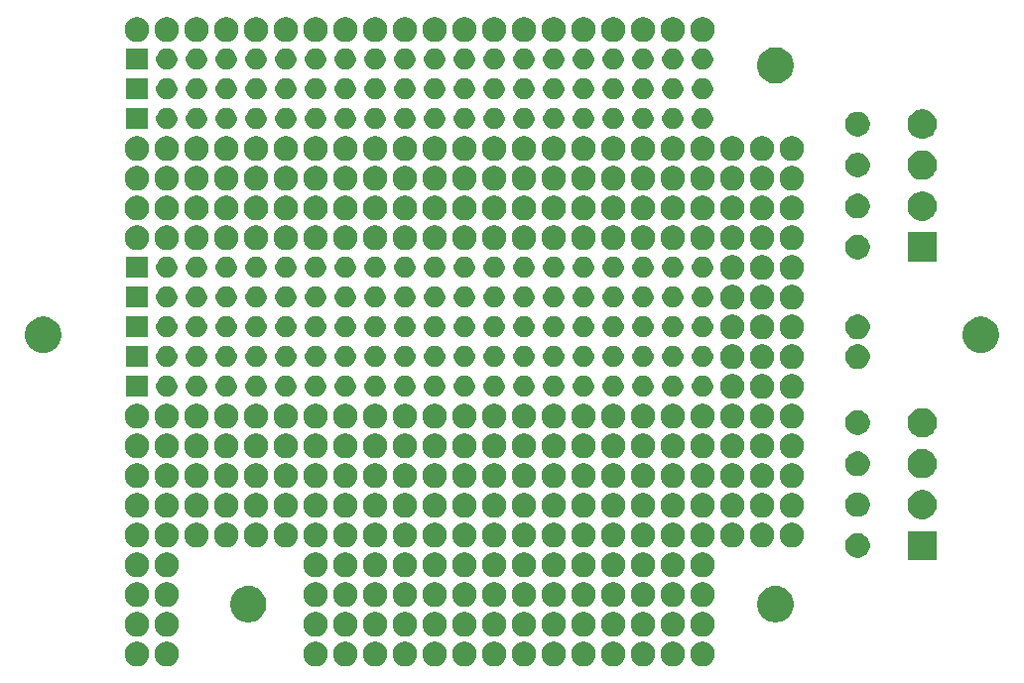
<source format=gbr>
G04 #@! TF.GenerationSoftware,KiCad,Pcbnew,5.1.5+dfsg1-2build2*
G04 #@! TF.CreationDate,2022-02-10T23:43:27-05:00*
G04 #@! TF.ProjectId,MCU_PROTO_100x68mm,4d43555f-5052-44f5-944f-5f3130307836,rev?*
G04 #@! TF.SameCoordinates,Original*
G04 #@! TF.FileFunction,Soldermask,Bot*
G04 #@! TF.FilePolarity,Negative*
%FSLAX46Y46*%
G04 Gerber Fmt 4.6, Leading zero omitted, Abs format (unit mm)*
G04 Created by KiCad (PCBNEW 5.1.5+dfsg1-2build2) date 2022-02-10 23:43:27*
%MOMM*%
%LPD*%
G04 APERTURE LIST*
%ADD10C,0.100000*%
G04 APERTURE END LIST*
D10*
G36*
X161566564Y-155239389D02*
G01*
X161757833Y-155318615D01*
X161757835Y-155318616D01*
X161929973Y-155433635D01*
X162076365Y-155580027D01*
X162191385Y-155752167D01*
X162270611Y-155943436D01*
X162311000Y-156146484D01*
X162311000Y-156353516D01*
X162270611Y-156556564D01*
X162191385Y-156747833D01*
X162191384Y-156747835D01*
X162076365Y-156919973D01*
X161929973Y-157066365D01*
X161757835Y-157181384D01*
X161757834Y-157181385D01*
X161757833Y-157181385D01*
X161566564Y-157260611D01*
X161363516Y-157301000D01*
X161156484Y-157301000D01*
X160953436Y-157260611D01*
X160762167Y-157181385D01*
X160762166Y-157181385D01*
X160762165Y-157181384D01*
X160590027Y-157066365D01*
X160443635Y-156919973D01*
X160328616Y-156747835D01*
X160328615Y-156747833D01*
X160249389Y-156556564D01*
X160209000Y-156353516D01*
X160209000Y-156146484D01*
X160249389Y-155943436D01*
X160328615Y-155752167D01*
X160443635Y-155580027D01*
X160590027Y-155433635D01*
X160762165Y-155318616D01*
X160762167Y-155318615D01*
X160953436Y-155239389D01*
X161156484Y-155199000D01*
X161363516Y-155199000D01*
X161566564Y-155239389D01*
G37*
G36*
X141246564Y-155239389D02*
G01*
X141437833Y-155318615D01*
X141437835Y-155318616D01*
X141609973Y-155433635D01*
X141756365Y-155580027D01*
X141871385Y-155752167D01*
X141950611Y-155943436D01*
X141991000Y-156146484D01*
X141991000Y-156353516D01*
X141950611Y-156556564D01*
X141871385Y-156747833D01*
X141871384Y-156747835D01*
X141756365Y-156919973D01*
X141609973Y-157066365D01*
X141437835Y-157181384D01*
X141437834Y-157181385D01*
X141437833Y-157181385D01*
X141246564Y-157260611D01*
X141043516Y-157301000D01*
X140836484Y-157301000D01*
X140633436Y-157260611D01*
X140442167Y-157181385D01*
X140442166Y-157181385D01*
X140442165Y-157181384D01*
X140270027Y-157066365D01*
X140123635Y-156919973D01*
X140008616Y-156747835D01*
X140008615Y-156747833D01*
X139929389Y-156556564D01*
X139889000Y-156353516D01*
X139889000Y-156146484D01*
X139929389Y-155943436D01*
X140008615Y-155752167D01*
X140123635Y-155580027D01*
X140270027Y-155433635D01*
X140442165Y-155318616D01*
X140442167Y-155318615D01*
X140633436Y-155239389D01*
X140836484Y-155199000D01*
X141043516Y-155199000D01*
X141246564Y-155239389D01*
G37*
G36*
X115846564Y-155239389D02*
G01*
X116037833Y-155318615D01*
X116037835Y-155318616D01*
X116209973Y-155433635D01*
X116356365Y-155580027D01*
X116471385Y-155752167D01*
X116550611Y-155943436D01*
X116591000Y-156146484D01*
X116591000Y-156353516D01*
X116550611Y-156556564D01*
X116471385Y-156747833D01*
X116471384Y-156747835D01*
X116356365Y-156919973D01*
X116209973Y-157066365D01*
X116037835Y-157181384D01*
X116037834Y-157181385D01*
X116037833Y-157181385D01*
X115846564Y-157260611D01*
X115643516Y-157301000D01*
X115436484Y-157301000D01*
X115233436Y-157260611D01*
X115042167Y-157181385D01*
X115042166Y-157181385D01*
X115042165Y-157181384D01*
X114870027Y-157066365D01*
X114723635Y-156919973D01*
X114608616Y-156747835D01*
X114608615Y-156747833D01*
X114529389Y-156556564D01*
X114489000Y-156353516D01*
X114489000Y-156146484D01*
X114529389Y-155943436D01*
X114608615Y-155752167D01*
X114723635Y-155580027D01*
X114870027Y-155433635D01*
X115042165Y-155318616D01*
X115042167Y-155318615D01*
X115233436Y-155239389D01*
X115436484Y-155199000D01*
X115643516Y-155199000D01*
X115846564Y-155239389D01*
G37*
G36*
X113306564Y-155239389D02*
G01*
X113497833Y-155318615D01*
X113497835Y-155318616D01*
X113669973Y-155433635D01*
X113816365Y-155580027D01*
X113931385Y-155752167D01*
X114010611Y-155943436D01*
X114051000Y-156146484D01*
X114051000Y-156353516D01*
X114010611Y-156556564D01*
X113931385Y-156747833D01*
X113931384Y-156747835D01*
X113816365Y-156919973D01*
X113669973Y-157066365D01*
X113497835Y-157181384D01*
X113497834Y-157181385D01*
X113497833Y-157181385D01*
X113306564Y-157260611D01*
X113103516Y-157301000D01*
X112896484Y-157301000D01*
X112693436Y-157260611D01*
X112502167Y-157181385D01*
X112502166Y-157181385D01*
X112502165Y-157181384D01*
X112330027Y-157066365D01*
X112183635Y-156919973D01*
X112068616Y-156747835D01*
X112068615Y-156747833D01*
X111989389Y-156556564D01*
X111949000Y-156353516D01*
X111949000Y-156146484D01*
X111989389Y-155943436D01*
X112068615Y-155752167D01*
X112183635Y-155580027D01*
X112330027Y-155433635D01*
X112502165Y-155318616D01*
X112502167Y-155318615D01*
X112693436Y-155239389D01*
X112896484Y-155199000D01*
X113103516Y-155199000D01*
X113306564Y-155239389D01*
G37*
G36*
X128546564Y-155239389D02*
G01*
X128737833Y-155318615D01*
X128737835Y-155318616D01*
X128909973Y-155433635D01*
X129056365Y-155580027D01*
X129171385Y-155752167D01*
X129250611Y-155943436D01*
X129291000Y-156146484D01*
X129291000Y-156353516D01*
X129250611Y-156556564D01*
X129171385Y-156747833D01*
X129171384Y-156747835D01*
X129056365Y-156919973D01*
X128909973Y-157066365D01*
X128737835Y-157181384D01*
X128737834Y-157181385D01*
X128737833Y-157181385D01*
X128546564Y-157260611D01*
X128343516Y-157301000D01*
X128136484Y-157301000D01*
X127933436Y-157260611D01*
X127742167Y-157181385D01*
X127742166Y-157181385D01*
X127742165Y-157181384D01*
X127570027Y-157066365D01*
X127423635Y-156919973D01*
X127308616Y-156747835D01*
X127308615Y-156747833D01*
X127229389Y-156556564D01*
X127189000Y-156353516D01*
X127189000Y-156146484D01*
X127229389Y-155943436D01*
X127308615Y-155752167D01*
X127423635Y-155580027D01*
X127570027Y-155433635D01*
X127742165Y-155318616D01*
X127742167Y-155318615D01*
X127933436Y-155239389D01*
X128136484Y-155199000D01*
X128343516Y-155199000D01*
X128546564Y-155239389D01*
G37*
G36*
X131086564Y-155239389D02*
G01*
X131277833Y-155318615D01*
X131277835Y-155318616D01*
X131449973Y-155433635D01*
X131596365Y-155580027D01*
X131711385Y-155752167D01*
X131790611Y-155943436D01*
X131831000Y-156146484D01*
X131831000Y-156353516D01*
X131790611Y-156556564D01*
X131711385Y-156747833D01*
X131711384Y-156747835D01*
X131596365Y-156919973D01*
X131449973Y-157066365D01*
X131277835Y-157181384D01*
X131277834Y-157181385D01*
X131277833Y-157181385D01*
X131086564Y-157260611D01*
X130883516Y-157301000D01*
X130676484Y-157301000D01*
X130473436Y-157260611D01*
X130282167Y-157181385D01*
X130282166Y-157181385D01*
X130282165Y-157181384D01*
X130110027Y-157066365D01*
X129963635Y-156919973D01*
X129848616Y-156747835D01*
X129848615Y-156747833D01*
X129769389Y-156556564D01*
X129729000Y-156353516D01*
X129729000Y-156146484D01*
X129769389Y-155943436D01*
X129848615Y-155752167D01*
X129963635Y-155580027D01*
X130110027Y-155433635D01*
X130282165Y-155318616D01*
X130282167Y-155318615D01*
X130473436Y-155239389D01*
X130676484Y-155199000D01*
X130883516Y-155199000D01*
X131086564Y-155239389D01*
G37*
G36*
X133626564Y-155239389D02*
G01*
X133817833Y-155318615D01*
X133817835Y-155318616D01*
X133989973Y-155433635D01*
X134136365Y-155580027D01*
X134251385Y-155752167D01*
X134330611Y-155943436D01*
X134371000Y-156146484D01*
X134371000Y-156353516D01*
X134330611Y-156556564D01*
X134251385Y-156747833D01*
X134251384Y-156747835D01*
X134136365Y-156919973D01*
X133989973Y-157066365D01*
X133817835Y-157181384D01*
X133817834Y-157181385D01*
X133817833Y-157181385D01*
X133626564Y-157260611D01*
X133423516Y-157301000D01*
X133216484Y-157301000D01*
X133013436Y-157260611D01*
X132822167Y-157181385D01*
X132822166Y-157181385D01*
X132822165Y-157181384D01*
X132650027Y-157066365D01*
X132503635Y-156919973D01*
X132388616Y-156747835D01*
X132388615Y-156747833D01*
X132309389Y-156556564D01*
X132269000Y-156353516D01*
X132269000Y-156146484D01*
X132309389Y-155943436D01*
X132388615Y-155752167D01*
X132503635Y-155580027D01*
X132650027Y-155433635D01*
X132822165Y-155318616D01*
X132822167Y-155318615D01*
X133013436Y-155239389D01*
X133216484Y-155199000D01*
X133423516Y-155199000D01*
X133626564Y-155239389D01*
G37*
G36*
X136166564Y-155239389D02*
G01*
X136357833Y-155318615D01*
X136357835Y-155318616D01*
X136529973Y-155433635D01*
X136676365Y-155580027D01*
X136791385Y-155752167D01*
X136870611Y-155943436D01*
X136911000Y-156146484D01*
X136911000Y-156353516D01*
X136870611Y-156556564D01*
X136791385Y-156747833D01*
X136791384Y-156747835D01*
X136676365Y-156919973D01*
X136529973Y-157066365D01*
X136357835Y-157181384D01*
X136357834Y-157181385D01*
X136357833Y-157181385D01*
X136166564Y-157260611D01*
X135963516Y-157301000D01*
X135756484Y-157301000D01*
X135553436Y-157260611D01*
X135362167Y-157181385D01*
X135362166Y-157181385D01*
X135362165Y-157181384D01*
X135190027Y-157066365D01*
X135043635Y-156919973D01*
X134928616Y-156747835D01*
X134928615Y-156747833D01*
X134849389Y-156556564D01*
X134809000Y-156353516D01*
X134809000Y-156146484D01*
X134849389Y-155943436D01*
X134928615Y-155752167D01*
X135043635Y-155580027D01*
X135190027Y-155433635D01*
X135362165Y-155318616D01*
X135362167Y-155318615D01*
X135553436Y-155239389D01*
X135756484Y-155199000D01*
X135963516Y-155199000D01*
X136166564Y-155239389D01*
G37*
G36*
X138706564Y-155239389D02*
G01*
X138897833Y-155318615D01*
X138897835Y-155318616D01*
X139069973Y-155433635D01*
X139216365Y-155580027D01*
X139331385Y-155752167D01*
X139410611Y-155943436D01*
X139451000Y-156146484D01*
X139451000Y-156353516D01*
X139410611Y-156556564D01*
X139331385Y-156747833D01*
X139331384Y-156747835D01*
X139216365Y-156919973D01*
X139069973Y-157066365D01*
X138897835Y-157181384D01*
X138897834Y-157181385D01*
X138897833Y-157181385D01*
X138706564Y-157260611D01*
X138503516Y-157301000D01*
X138296484Y-157301000D01*
X138093436Y-157260611D01*
X137902167Y-157181385D01*
X137902166Y-157181385D01*
X137902165Y-157181384D01*
X137730027Y-157066365D01*
X137583635Y-156919973D01*
X137468616Y-156747835D01*
X137468615Y-156747833D01*
X137389389Y-156556564D01*
X137349000Y-156353516D01*
X137349000Y-156146484D01*
X137389389Y-155943436D01*
X137468615Y-155752167D01*
X137583635Y-155580027D01*
X137730027Y-155433635D01*
X137902165Y-155318616D01*
X137902167Y-155318615D01*
X138093436Y-155239389D01*
X138296484Y-155199000D01*
X138503516Y-155199000D01*
X138706564Y-155239389D01*
G37*
G36*
X143786564Y-155239389D02*
G01*
X143977833Y-155318615D01*
X143977835Y-155318616D01*
X144149973Y-155433635D01*
X144296365Y-155580027D01*
X144411385Y-155752167D01*
X144490611Y-155943436D01*
X144531000Y-156146484D01*
X144531000Y-156353516D01*
X144490611Y-156556564D01*
X144411385Y-156747833D01*
X144411384Y-156747835D01*
X144296365Y-156919973D01*
X144149973Y-157066365D01*
X143977835Y-157181384D01*
X143977834Y-157181385D01*
X143977833Y-157181385D01*
X143786564Y-157260611D01*
X143583516Y-157301000D01*
X143376484Y-157301000D01*
X143173436Y-157260611D01*
X142982167Y-157181385D01*
X142982166Y-157181385D01*
X142982165Y-157181384D01*
X142810027Y-157066365D01*
X142663635Y-156919973D01*
X142548616Y-156747835D01*
X142548615Y-156747833D01*
X142469389Y-156556564D01*
X142429000Y-156353516D01*
X142429000Y-156146484D01*
X142469389Y-155943436D01*
X142548615Y-155752167D01*
X142663635Y-155580027D01*
X142810027Y-155433635D01*
X142982165Y-155318616D01*
X142982167Y-155318615D01*
X143173436Y-155239389D01*
X143376484Y-155199000D01*
X143583516Y-155199000D01*
X143786564Y-155239389D01*
G37*
G36*
X146326564Y-155239389D02*
G01*
X146517833Y-155318615D01*
X146517835Y-155318616D01*
X146689973Y-155433635D01*
X146836365Y-155580027D01*
X146951385Y-155752167D01*
X147030611Y-155943436D01*
X147071000Y-156146484D01*
X147071000Y-156353516D01*
X147030611Y-156556564D01*
X146951385Y-156747833D01*
X146951384Y-156747835D01*
X146836365Y-156919973D01*
X146689973Y-157066365D01*
X146517835Y-157181384D01*
X146517834Y-157181385D01*
X146517833Y-157181385D01*
X146326564Y-157260611D01*
X146123516Y-157301000D01*
X145916484Y-157301000D01*
X145713436Y-157260611D01*
X145522167Y-157181385D01*
X145522166Y-157181385D01*
X145522165Y-157181384D01*
X145350027Y-157066365D01*
X145203635Y-156919973D01*
X145088616Y-156747835D01*
X145088615Y-156747833D01*
X145009389Y-156556564D01*
X144969000Y-156353516D01*
X144969000Y-156146484D01*
X145009389Y-155943436D01*
X145088615Y-155752167D01*
X145203635Y-155580027D01*
X145350027Y-155433635D01*
X145522165Y-155318616D01*
X145522167Y-155318615D01*
X145713436Y-155239389D01*
X145916484Y-155199000D01*
X146123516Y-155199000D01*
X146326564Y-155239389D01*
G37*
G36*
X148866564Y-155239389D02*
G01*
X149057833Y-155318615D01*
X149057835Y-155318616D01*
X149229973Y-155433635D01*
X149376365Y-155580027D01*
X149491385Y-155752167D01*
X149570611Y-155943436D01*
X149611000Y-156146484D01*
X149611000Y-156353516D01*
X149570611Y-156556564D01*
X149491385Y-156747833D01*
X149491384Y-156747835D01*
X149376365Y-156919973D01*
X149229973Y-157066365D01*
X149057835Y-157181384D01*
X149057834Y-157181385D01*
X149057833Y-157181385D01*
X148866564Y-157260611D01*
X148663516Y-157301000D01*
X148456484Y-157301000D01*
X148253436Y-157260611D01*
X148062167Y-157181385D01*
X148062166Y-157181385D01*
X148062165Y-157181384D01*
X147890027Y-157066365D01*
X147743635Y-156919973D01*
X147628616Y-156747835D01*
X147628615Y-156747833D01*
X147549389Y-156556564D01*
X147509000Y-156353516D01*
X147509000Y-156146484D01*
X147549389Y-155943436D01*
X147628615Y-155752167D01*
X147743635Y-155580027D01*
X147890027Y-155433635D01*
X148062165Y-155318616D01*
X148062167Y-155318615D01*
X148253436Y-155239389D01*
X148456484Y-155199000D01*
X148663516Y-155199000D01*
X148866564Y-155239389D01*
G37*
G36*
X151406564Y-155239389D02*
G01*
X151597833Y-155318615D01*
X151597835Y-155318616D01*
X151769973Y-155433635D01*
X151916365Y-155580027D01*
X152031385Y-155752167D01*
X152110611Y-155943436D01*
X152151000Y-156146484D01*
X152151000Y-156353516D01*
X152110611Y-156556564D01*
X152031385Y-156747833D01*
X152031384Y-156747835D01*
X151916365Y-156919973D01*
X151769973Y-157066365D01*
X151597835Y-157181384D01*
X151597834Y-157181385D01*
X151597833Y-157181385D01*
X151406564Y-157260611D01*
X151203516Y-157301000D01*
X150996484Y-157301000D01*
X150793436Y-157260611D01*
X150602167Y-157181385D01*
X150602166Y-157181385D01*
X150602165Y-157181384D01*
X150430027Y-157066365D01*
X150283635Y-156919973D01*
X150168616Y-156747835D01*
X150168615Y-156747833D01*
X150089389Y-156556564D01*
X150049000Y-156353516D01*
X150049000Y-156146484D01*
X150089389Y-155943436D01*
X150168615Y-155752167D01*
X150283635Y-155580027D01*
X150430027Y-155433635D01*
X150602165Y-155318616D01*
X150602167Y-155318615D01*
X150793436Y-155239389D01*
X150996484Y-155199000D01*
X151203516Y-155199000D01*
X151406564Y-155239389D01*
G37*
G36*
X153946564Y-155239389D02*
G01*
X154137833Y-155318615D01*
X154137835Y-155318616D01*
X154309973Y-155433635D01*
X154456365Y-155580027D01*
X154571385Y-155752167D01*
X154650611Y-155943436D01*
X154691000Y-156146484D01*
X154691000Y-156353516D01*
X154650611Y-156556564D01*
X154571385Y-156747833D01*
X154571384Y-156747835D01*
X154456365Y-156919973D01*
X154309973Y-157066365D01*
X154137835Y-157181384D01*
X154137834Y-157181385D01*
X154137833Y-157181385D01*
X153946564Y-157260611D01*
X153743516Y-157301000D01*
X153536484Y-157301000D01*
X153333436Y-157260611D01*
X153142167Y-157181385D01*
X153142166Y-157181385D01*
X153142165Y-157181384D01*
X152970027Y-157066365D01*
X152823635Y-156919973D01*
X152708616Y-156747835D01*
X152708615Y-156747833D01*
X152629389Y-156556564D01*
X152589000Y-156353516D01*
X152589000Y-156146484D01*
X152629389Y-155943436D01*
X152708615Y-155752167D01*
X152823635Y-155580027D01*
X152970027Y-155433635D01*
X153142165Y-155318616D01*
X153142167Y-155318615D01*
X153333436Y-155239389D01*
X153536484Y-155199000D01*
X153743516Y-155199000D01*
X153946564Y-155239389D01*
G37*
G36*
X156486564Y-155239389D02*
G01*
X156677833Y-155318615D01*
X156677835Y-155318616D01*
X156849973Y-155433635D01*
X156996365Y-155580027D01*
X157111385Y-155752167D01*
X157190611Y-155943436D01*
X157231000Y-156146484D01*
X157231000Y-156353516D01*
X157190611Y-156556564D01*
X157111385Y-156747833D01*
X157111384Y-156747835D01*
X156996365Y-156919973D01*
X156849973Y-157066365D01*
X156677835Y-157181384D01*
X156677834Y-157181385D01*
X156677833Y-157181385D01*
X156486564Y-157260611D01*
X156283516Y-157301000D01*
X156076484Y-157301000D01*
X155873436Y-157260611D01*
X155682167Y-157181385D01*
X155682166Y-157181385D01*
X155682165Y-157181384D01*
X155510027Y-157066365D01*
X155363635Y-156919973D01*
X155248616Y-156747835D01*
X155248615Y-156747833D01*
X155169389Y-156556564D01*
X155129000Y-156353516D01*
X155129000Y-156146484D01*
X155169389Y-155943436D01*
X155248615Y-155752167D01*
X155363635Y-155580027D01*
X155510027Y-155433635D01*
X155682165Y-155318616D01*
X155682167Y-155318615D01*
X155873436Y-155239389D01*
X156076484Y-155199000D01*
X156283516Y-155199000D01*
X156486564Y-155239389D01*
G37*
G36*
X159026564Y-155239389D02*
G01*
X159217833Y-155318615D01*
X159217835Y-155318616D01*
X159389973Y-155433635D01*
X159536365Y-155580027D01*
X159651385Y-155752167D01*
X159730611Y-155943436D01*
X159771000Y-156146484D01*
X159771000Y-156353516D01*
X159730611Y-156556564D01*
X159651385Y-156747833D01*
X159651384Y-156747835D01*
X159536365Y-156919973D01*
X159389973Y-157066365D01*
X159217835Y-157181384D01*
X159217834Y-157181385D01*
X159217833Y-157181385D01*
X159026564Y-157260611D01*
X158823516Y-157301000D01*
X158616484Y-157301000D01*
X158413436Y-157260611D01*
X158222167Y-157181385D01*
X158222166Y-157181385D01*
X158222165Y-157181384D01*
X158050027Y-157066365D01*
X157903635Y-156919973D01*
X157788616Y-156747835D01*
X157788615Y-156747833D01*
X157709389Y-156556564D01*
X157669000Y-156353516D01*
X157669000Y-156146484D01*
X157709389Y-155943436D01*
X157788615Y-155752167D01*
X157903635Y-155580027D01*
X158050027Y-155433635D01*
X158222165Y-155318616D01*
X158222167Y-155318615D01*
X158413436Y-155239389D01*
X158616484Y-155199000D01*
X158823516Y-155199000D01*
X159026564Y-155239389D01*
G37*
G36*
X138706564Y-152699389D02*
G01*
X138897833Y-152778615D01*
X138897835Y-152778616D01*
X139069973Y-152893635D01*
X139216365Y-153040027D01*
X139326423Y-153204740D01*
X139331385Y-153212167D01*
X139410611Y-153403436D01*
X139451000Y-153606484D01*
X139451000Y-153813516D01*
X139410611Y-154016564D01*
X139331385Y-154207833D01*
X139331384Y-154207835D01*
X139216365Y-154379973D01*
X139069973Y-154526365D01*
X138897835Y-154641384D01*
X138897834Y-154641385D01*
X138897833Y-154641385D01*
X138706564Y-154720611D01*
X138503516Y-154761000D01*
X138296484Y-154761000D01*
X138093436Y-154720611D01*
X137902167Y-154641385D01*
X137902166Y-154641385D01*
X137902165Y-154641384D01*
X137730027Y-154526365D01*
X137583635Y-154379973D01*
X137468616Y-154207835D01*
X137468615Y-154207833D01*
X137389389Y-154016564D01*
X137349000Y-153813516D01*
X137349000Y-153606484D01*
X137389389Y-153403436D01*
X137468615Y-153212167D01*
X137473578Y-153204740D01*
X137583635Y-153040027D01*
X137730027Y-152893635D01*
X137902165Y-152778616D01*
X137902167Y-152778615D01*
X138093436Y-152699389D01*
X138296484Y-152659000D01*
X138503516Y-152659000D01*
X138706564Y-152699389D01*
G37*
G36*
X143786564Y-152699389D02*
G01*
X143977833Y-152778615D01*
X143977835Y-152778616D01*
X144149973Y-152893635D01*
X144296365Y-153040027D01*
X144406423Y-153204740D01*
X144411385Y-153212167D01*
X144490611Y-153403436D01*
X144531000Y-153606484D01*
X144531000Y-153813516D01*
X144490611Y-154016564D01*
X144411385Y-154207833D01*
X144411384Y-154207835D01*
X144296365Y-154379973D01*
X144149973Y-154526365D01*
X143977835Y-154641384D01*
X143977834Y-154641385D01*
X143977833Y-154641385D01*
X143786564Y-154720611D01*
X143583516Y-154761000D01*
X143376484Y-154761000D01*
X143173436Y-154720611D01*
X142982167Y-154641385D01*
X142982166Y-154641385D01*
X142982165Y-154641384D01*
X142810027Y-154526365D01*
X142663635Y-154379973D01*
X142548616Y-154207835D01*
X142548615Y-154207833D01*
X142469389Y-154016564D01*
X142429000Y-153813516D01*
X142429000Y-153606484D01*
X142469389Y-153403436D01*
X142548615Y-153212167D01*
X142553578Y-153204740D01*
X142663635Y-153040027D01*
X142810027Y-152893635D01*
X142982165Y-152778616D01*
X142982167Y-152778615D01*
X143173436Y-152699389D01*
X143376484Y-152659000D01*
X143583516Y-152659000D01*
X143786564Y-152699389D01*
G37*
G36*
X141246564Y-152699389D02*
G01*
X141437833Y-152778615D01*
X141437835Y-152778616D01*
X141609973Y-152893635D01*
X141756365Y-153040027D01*
X141866423Y-153204740D01*
X141871385Y-153212167D01*
X141950611Y-153403436D01*
X141991000Y-153606484D01*
X141991000Y-153813516D01*
X141950611Y-154016564D01*
X141871385Y-154207833D01*
X141871384Y-154207835D01*
X141756365Y-154379973D01*
X141609973Y-154526365D01*
X141437835Y-154641384D01*
X141437834Y-154641385D01*
X141437833Y-154641385D01*
X141246564Y-154720611D01*
X141043516Y-154761000D01*
X140836484Y-154761000D01*
X140633436Y-154720611D01*
X140442167Y-154641385D01*
X140442166Y-154641385D01*
X140442165Y-154641384D01*
X140270027Y-154526365D01*
X140123635Y-154379973D01*
X140008616Y-154207835D01*
X140008615Y-154207833D01*
X139929389Y-154016564D01*
X139889000Y-153813516D01*
X139889000Y-153606484D01*
X139929389Y-153403436D01*
X140008615Y-153212167D01*
X140013578Y-153204740D01*
X140123635Y-153040027D01*
X140270027Y-152893635D01*
X140442165Y-152778616D01*
X140442167Y-152778615D01*
X140633436Y-152699389D01*
X140836484Y-152659000D01*
X141043516Y-152659000D01*
X141246564Y-152699389D01*
G37*
G36*
X136166564Y-152699389D02*
G01*
X136357833Y-152778615D01*
X136357835Y-152778616D01*
X136529973Y-152893635D01*
X136676365Y-153040027D01*
X136786423Y-153204740D01*
X136791385Y-153212167D01*
X136870611Y-153403436D01*
X136911000Y-153606484D01*
X136911000Y-153813516D01*
X136870611Y-154016564D01*
X136791385Y-154207833D01*
X136791384Y-154207835D01*
X136676365Y-154379973D01*
X136529973Y-154526365D01*
X136357835Y-154641384D01*
X136357834Y-154641385D01*
X136357833Y-154641385D01*
X136166564Y-154720611D01*
X135963516Y-154761000D01*
X135756484Y-154761000D01*
X135553436Y-154720611D01*
X135362167Y-154641385D01*
X135362166Y-154641385D01*
X135362165Y-154641384D01*
X135190027Y-154526365D01*
X135043635Y-154379973D01*
X134928616Y-154207835D01*
X134928615Y-154207833D01*
X134849389Y-154016564D01*
X134809000Y-153813516D01*
X134809000Y-153606484D01*
X134849389Y-153403436D01*
X134928615Y-153212167D01*
X134933578Y-153204740D01*
X135043635Y-153040027D01*
X135190027Y-152893635D01*
X135362165Y-152778616D01*
X135362167Y-152778615D01*
X135553436Y-152699389D01*
X135756484Y-152659000D01*
X135963516Y-152659000D01*
X136166564Y-152699389D01*
G37*
G36*
X133626564Y-152699389D02*
G01*
X133817833Y-152778615D01*
X133817835Y-152778616D01*
X133989973Y-152893635D01*
X134136365Y-153040027D01*
X134246423Y-153204740D01*
X134251385Y-153212167D01*
X134330611Y-153403436D01*
X134371000Y-153606484D01*
X134371000Y-153813516D01*
X134330611Y-154016564D01*
X134251385Y-154207833D01*
X134251384Y-154207835D01*
X134136365Y-154379973D01*
X133989973Y-154526365D01*
X133817835Y-154641384D01*
X133817834Y-154641385D01*
X133817833Y-154641385D01*
X133626564Y-154720611D01*
X133423516Y-154761000D01*
X133216484Y-154761000D01*
X133013436Y-154720611D01*
X132822167Y-154641385D01*
X132822166Y-154641385D01*
X132822165Y-154641384D01*
X132650027Y-154526365D01*
X132503635Y-154379973D01*
X132388616Y-154207835D01*
X132388615Y-154207833D01*
X132309389Y-154016564D01*
X132269000Y-153813516D01*
X132269000Y-153606484D01*
X132309389Y-153403436D01*
X132388615Y-153212167D01*
X132393578Y-153204740D01*
X132503635Y-153040027D01*
X132650027Y-152893635D01*
X132822165Y-152778616D01*
X132822167Y-152778615D01*
X133013436Y-152699389D01*
X133216484Y-152659000D01*
X133423516Y-152659000D01*
X133626564Y-152699389D01*
G37*
G36*
X131086564Y-152699389D02*
G01*
X131277833Y-152778615D01*
X131277835Y-152778616D01*
X131449973Y-152893635D01*
X131596365Y-153040027D01*
X131706423Y-153204740D01*
X131711385Y-153212167D01*
X131790611Y-153403436D01*
X131831000Y-153606484D01*
X131831000Y-153813516D01*
X131790611Y-154016564D01*
X131711385Y-154207833D01*
X131711384Y-154207835D01*
X131596365Y-154379973D01*
X131449973Y-154526365D01*
X131277835Y-154641384D01*
X131277834Y-154641385D01*
X131277833Y-154641385D01*
X131086564Y-154720611D01*
X130883516Y-154761000D01*
X130676484Y-154761000D01*
X130473436Y-154720611D01*
X130282167Y-154641385D01*
X130282166Y-154641385D01*
X130282165Y-154641384D01*
X130110027Y-154526365D01*
X129963635Y-154379973D01*
X129848616Y-154207835D01*
X129848615Y-154207833D01*
X129769389Y-154016564D01*
X129729000Y-153813516D01*
X129729000Y-153606484D01*
X129769389Y-153403436D01*
X129848615Y-153212167D01*
X129853578Y-153204740D01*
X129963635Y-153040027D01*
X130110027Y-152893635D01*
X130282165Y-152778616D01*
X130282167Y-152778615D01*
X130473436Y-152699389D01*
X130676484Y-152659000D01*
X130883516Y-152659000D01*
X131086564Y-152699389D01*
G37*
G36*
X128546564Y-152699389D02*
G01*
X128737833Y-152778615D01*
X128737835Y-152778616D01*
X128909973Y-152893635D01*
X129056365Y-153040027D01*
X129166423Y-153204740D01*
X129171385Y-153212167D01*
X129250611Y-153403436D01*
X129291000Y-153606484D01*
X129291000Y-153813516D01*
X129250611Y-154016564D01*
X129171385Y-154207833D01*
X129171384Y-154207835D01*
X129056365Y-154379973D01*
X128909973Y-154526365D01*
X128737835Y-154641384D01*
X128737834Y-154641385D01*
X128737833Y-154641385D01*
X128546564Y-154720611D01*
X128343516Y-154761000D01*
X128136484Y-154761000D01*
X127933436Y-154720611D01*
X127742167Y-154641385D01*
X127742166Y-154641385D01*
X127742165Y-154641384D01*
X127570027Y-154526365D01*
X127423635Y-154379973D01*
X127308616Y-154207835D01*
X127308615Y-154207833D01*
X127229389Y-154016564D01*
X127189000Y-153813516D01*
X127189000Y-153606484D01*
X127229389Y-153403436D01*
X127308615Y-153212167D01*
X127313578Y-153204740D01*
X127423635Y-153040027D01*
X127570027Y-152893635D01*
X127742165Y-152778616D01*
X127742167Y-152778615D01*
X127933436Y-152699389D01*
X128136484Y-152659000D01*
X128343516Y-152659000D01*
X128546564Y-152699389D01*
G37*
G36*
X115846564Y-152699389D02*
G01*
X116037833Y-152778615D01*
X116037835Y-152778616D01*
X116209973Y-152893635D01*
X116356365Y-153040027D01*
X116466423Y-153204740D01*
X116471385Y-153212167D01*
X116550611Y-153403436D01*
X116591000Y-153606484D01*
X116591000Y-153813516D01*
X116550611Y-154016564D01*
X116471385Y-154207833D01*
X116471384Y-154207835D01*
X116356365Y-154379973D01*
X116209973Y-154526365D01*
X116037835Y-154641384D01*
X116037834Y-154641385D01*
X116037833Y-154641385D01*
X115846564Y-154720611D01*
X115643516Y-154761000D01*
X115436484Y-154761000D01*
X115233436Y-154720611D01*
X115042167Y-154641385D01*
X115042166Y-154641385D01*
X115042165Y-154641384D01*
X114870027Y-154526365D01*
X114723635Y-154379973D01*
X114608616Y-154207835D01*
X114608615Y-154207833D01*
X114529389Y-154016564D01*
X114489000Y-153813516D01*
X114489000Y-153606484D01*
X114529389Y-153403436D01*
X114608615Y-153212167D01*
X114613578Y-153204740D01*
X114723635Y-153040027D01*
X114870027Y-152893635D01*
X115042165Y-152778616D01*
X115042167Y-152778615D01*
X115233436Y-152699389D01*
X115436484Y-152659000D01*
X115643516Y-152659000D01*
X115846564Y-152699389D01*
G37*
G36*
X148866564Y-152699389D02*
G01*
X149057833Y-152778615D01*
X149057835Y-152778616D01*
X149229973Y-152893635D01*
X149376365Y-153040027D01*
X149486423Y-153204740D01*
X149491385Y-153212167D01*
X149570611Y-153403436D01*
X149611000Y-153606484D01*
X149611000Y-153813516D01*
X149570611Y-154016564D01*
X149491385Y-154207833D01*
X149491384Y-154207835D01*
X149376365Y-154379973D01*
X149229973Y-154526365D01*
X149057835Y-154641384D01*
X149057834Y-154641385D01*
X149057833Y-154641385D01*
X148866564Y-154720611D01*
X148663516Y-154761000D01*
X148456484Y-154761000D01*
X148253436Y-154720611D01*
X148062167Y-154641385D01*
X148062166Y-154641385D01*
X148062165Y-154641384D01*
X147890027Y-154526365D01*
X147743635Y-154379973D01*
X147628616Y-154207835D01*
X147628615Y-154207833D01*
X147549389Y-154016564D01*
X147509000Y-153813516D01*
X147509000Y-153606484D01*
X147549389Y-153403436D01*
X147628615Y-153212167D01*
X147633578Y-153204740D01*
X147743635Y-153040027D01*
X147890027Y-152893635D01*
X148062165Y-152778616D01*
X148062167Y-152778615D01*
X148253436Y-152699389D01*
X148456484Y-152659000D01*
X148663516Y-152659000D01*
X148866564Y-152699389D01*
G37*
G36*
X113306564Y-152699389D02*
G01*
X113497833Y-152778615D01*
X113497835Y-152778616D01*
X113669973Y-152893635D01*
X113816365Y-153040027D01*
X113926423Y-153204740D01*
X113931385Y-153212167D01*
X114010611Y-153403436D01*
X114051000Y-153606484D01*
X114051000Y-153813516D01*
X114010611Y-154016564D01*
X113931385Y-154207833D01*
X113931384Y-154207835D01*
X113816365Y-154379973D01*
X113669973Y-154526365D01*
X113497835Y-154641384D01*
X113497834Y-154641385D01*
X113497833Y-154641385D01*
X113306564Y-154720611D01*
X113103516Y-154761000D01*
X112896484Y-154761000D01*
X112693436Y-154720611D01*
X112502167Y-154641385D01*
X112502166Y-154641385D01*
X112502165Y-154641384D01*
X112330027Y-154526365D01*
X112183635Y-154379973D01*
X112068616Y-154207835D01*
X112068615Y-154207833D01*
X111989389Y-154016564D01*
X111949000Y-153813516D01*
X111949000Y-153606484D01*
X111989389Y-153403436D01*
X112068615Y-153212167D01*
X112073578Y-153204740D01*
X112183635Y-153040027D01*
X112330027Y-152893635D01*
X112502165Y-152778616D01*
X112502167Y-152778615D01*
X112693436Y-152699389D01*
X112896484Y-152659000D01*
X113103516Y-152659000D01*
X113306564Y-152699389D01*
G37*
G36*
X156486564Y-152699389D02*
G01*
X156677833Y-152778615D01*
X156677835Y-152778616D01*
X156849973Y-152893635D01*
X156996365Y-153040027D01*
X157106423Y-153204740D01*
X157111385Y-153212167D01*
X157190611Y-153403436D01*
X157231000Y-153606484D01*
X157231000Y-153813516D01*
X157190611Y-154016564D01*
X157111385Y-154207833D01*
X157111384Y-154207835D01*
X156996365Y-154379973D01*
X156849973Y-154526365D01*
X156677835Y-154641384D01*
X156677834Y-154641385D01*
X156677833Y-154641385D01*
X156486564Y-154720611D01*
X156283516Y-154761000D01*
X156076484Y-154761000D01*
X155873436Y-154720611D01*
X155682167Y-154641385D01*
X155682166Y-154641385D01*
X155682165Y-154641384D01*
X155510027Y-154526365D01*
X155363635Y-154379973D01*
X155248616Y-154207835D01*
X155248615Y-154207833D01*
X155169389Y-154016564D01*
X155129000Y-153813516D01*
X155129000Y-153606484D01*
X155169389Y-153403436D01*
X155248615Y-153212167D01*
X155253578Y-153204740D01*
X155363635Y-153040027D01*
X155510027Y-152893635D01*
X155682165Y-152778616D01*
X155682167Y-152778615D01*
X155873436Y-152699389D01*
X156076484Y-152659000D01*
X156283516Y-152659000D01*
X156486564Y-152699389D01*
G37*
G36*
X159026564Y-152699389D02*
G01*
X159217833Y-152778615D01*
X159217835Y-152778616D01*
X159389973Y-152893635D01*
X159536365Y-153040027D01*
X159646423Y-153204740D01*
X159651385Y-153212167D01*
X159730611Y-153403436D01*
X159771000Y-153606484D01*
X159771000Y-153813516D01*
X159730611Y-154016564D01*
X159651385Y-154207833D01*
X159651384Y-154207835D01*
X159536365Y-154379973D01*
X159389973Y-154526365D01*
X159217835Y-154641384D01*
X159217834Y-154641385D01*
X159217833Y-154641385D01*
X159026564Y-154720611D01*
X158823516Y-154761000D01*
X158616484Y-154761000D01*
X158413436Y-154720611D01*
X158222167Y-154641385D01*
X158222166Y-154641385D01*
X158222165Y-154641384D01*
X158050027Y-154526365D01*
X157903635Y-154379973D01*
X157788616Y-154207835D01*
X157788615Y-154207833D01*
X157709389Y-154016564D01*
X157669000Y-153813516D01*
X157669000Y-153606484D01*
X157709389Y-153403436D01*
X157788615Y-153212167D01*
X157793578Y-153204740D01*
X157903635Y-153040027D01*
X158050027Y-152893635D01*
X158222165Y-152778616D01*
X158222167Y-152778615D01*
X158413436Y-152699389D01*
X158616484Y-152659000D01*
X158823516Y-152659000D01*
X159026564Y-152699389D01*
G37*
G36*
X161566564Y-152699389D02*
G01*
X161757833Y-152778615D01*
X161757835Y-152778616D01*
X161929973Y-152893635D01*
X162076365Y-153040027D01*
X162186423Y-153204740D01*
X162191385Y-153212167D01*
X162270611Y-153403436D01*
X162311000Y-153606484D01*
X162311000Y-153813516D01*
X162270611Y-154016564D01*
X162191385Y-154207833D01*
X162191384Y-154207835D01*
X162076365Y-154379973D01*
X161929973Y-154526365D01*
X161757835Y-154641384D01*
X161757834Y-154641385D01*
X161757833Y-154641385D01*
X161566564Y-154720611D01*
X161363516Y-154761000D01*
X161156484Y-154761000D01*
X160953436Y-154720611D01*
X160762167Y-154641385D01*
X160762166Y-154641385D01*
X160762165Y-154641384D01*
X160590027Y-154526365D01*
X160443635Y-154379973D01*
X160328616Y-154207835D01*
X160328615Y-154207833D01*
X160249389Y-154016564D01*
X160209000Y-153813516D01*
X160209000Y-153606484D01*
X160249389Y-153403436D01*
X160328615Y-153212167D01*
X160333578Y-153204740D01*
X160443635Y-153040027D01*
X160590027Y-152893635D01*
X160762165Y-152778616D01*
X160762167Y-152778615D01*
X160953436Y-152699389D01*
X161156484Y-152659000D01*
X161363516Y-152659000D01*
X161566564Y-152699389D01*
G37*
G36*
X146326564Y-152699389D02*
G01*
X146517833Y-152778615D01*
X146517835Y-152778616D01*
X146689973Y-152893635D01*
X146836365Y-153040027D01*
X146946423Y-153204740D01*
X146951385Y-153212167D01*
X147030611Y-153403436D01*
X147071000Y-153606484D01*
X147071000Y-153813516D01*
X147030611Y-154016564D01*
X146951385Y-154207833D01*
X146951384Y-154207835D01*
X146836365Y-154379973D01*
X146689973Y-154526365D01*
X146517835Y-154641384D01*
X146517834Y-154641385D01*
X146517833Y-154641385D01*
X146326564Y-154720611D01*
X146123516Y-154761000D01*
X145916484Y-154761000D01*
X145713436Y-154720611D01*
X145522167Y-154641385D01*
X145522166Y-154641385D01*
X145522165Y-154641384D01*
X145350027Y-154526365D01*
X145203635Y-154379973D01*
X145088616Y-154207835D01*
X145088615Y-154207833D01*
X145009389Y-154016564D01*
X144969000Y-153813516D01*
X144969000Y-153606484D01*
X145009389Y-153403436D01*
X145088615Y-153212167D01*
X145093578Y-153204740D01*
X145203635Y-153040027D01*
X145350027Y-152893635D01*
X145522165Y-152778616D01*
X145522167Y-152778615D01*
X145713436Y-152699389D01*
X145916484Y-152659000D01*
X146123516Y-152659000D01*
X146326564Y-152699389D01*
G37*
G36*
X153946564Y-152699389D02*
G01*
X154137833Y-152778615D01*
X154137835Y-152778616D01*
X154309973Y-152893635D01*
X154456365Y-153040027D01*
X154566423Y-153204740D01*
X154571385Y-153212167D01*
X154650611Y-153403436D01*
X154691000Y-153606484D01*
X154691000Y-153813516D01*
X154650611Y-154016564D01*
X154571385Y-154207833D01*
X154571384Y-154207835D01*
X154456365Y-154379973D01*
X154309973Y-154526365D01*
X154137835Y-154641384D01*
X154137834Y-154641385D01*
X154137833Y-154641385D01*
X153946564Y-154720611D01*
X153743516Y-154761000D01*
X153536484Y-154761000D01*
X153333436Y-154720611D01*
X153142167Y-154641385D01*
X153142166Y-154641385D01*
X153142165Y-154641384D01*
X152970027Y-154526365D01*
X152823635Y-154379973D01*
X152708616Y-154207835D01*
X152708615Y-154207833D01*
X152629389Y-154016564D01*
X152589000Y-153813516D01*
X152589000Y-153606484D01*
X152629389Y-153403436D01*
X152708615Y-153212167D01*
X152713578Y-153204740D01*
X152823635Y-153040027D01*
X152970027Y-152893635D01*
X153142165Y-152778616D01*
X153142167Y-152778615D01*
X153333436Y-152699389D01*
X153536484Y-152659000D01*
X153743516Y-152659000D01*
X153946564Y-152699389D01*
G37*
G36*
X151406564Y-152699389D02*
G01*
X151597833Y-152778615D01*
X151597835Y-152778616D01*
X151769973Y-152893635D01*
X151916365Y-153040027D01*
X152026423Y-153204740D01*
X152031385Y-153212167D01*
X152110611Y-153403436D01*
X152151000Y-153606484D01*
X152151000Y-153813516D01*
X152110611Y-154016564D01*
X152031385Y-154207833D01*
X152031384Y-154207835D01*
X151916365Y-154379973D01*
X151769973Y-154526365D01*
X151597835Y-154641384D01*
X151597834Y-154641385D01*
X151597833Y-154641385D01*
X151406564Y-154720611D01*
X151203516Y-154761000D01*
X150996484Y-154761000D01*
X150793436Y-154720611D01*
X150602167Y-154641385D01*
X150602166Y-154641385D01*
X150602165Y-154641384D01*
X150430027Y-154526365D01*
X150283635Y-154379973D01*
X150168616Y-154207835D01*
X150168615Y-154207833D01*
X150089389Y-154016564D01*
X150049000Y-153813516D01*
X150049000Y-153606484D01*
X150089389Y-153403436D01*
X150168615Y-153212167D01*
X150173578Y-153204740D01*
X150283635Y-153040027D01*
X150430027Y-152893635D01*
X150602165Y-152778616D01*
X150602167Y-152778615D01*
X150793436Y-152699389D01*
X150996484Y-152659000D01*
X151203516Y-152659000D01*
X151406564Y-152699389D01*
G37*
G36*
X167802585Y-150478802D02*
G01*
X167952410Y-150508604D01*
X168234674Y-150625521D01*
X168488705Y-150795259D01*
X168704741Y-151011295D01*
X168874479Y-151265326D01*
X168991396Y-151547590D01*
X169051000Y-151847240D01*
X169051000Y-152152760D01*
X168991396Y-152452410D01*
X168874479Y-152734674D01*
X168704741Y-152988705D01*
X168488705Y-153204741D01*
X168234674Y-153374479D01*
X167952410Y-153491396D01*
X167802585Y-153521198D01*
X167652761Y-153551000D01*
X167347239Y-153551000D01*
X167197415Y-153521198D01*
X167047590Y-153491396D01*
X166765326Y-153374479D01*
X166511295Y-153204741D01*
X166295259Y-152988705D01*
X166125521Y-152734674D01*
X166008604Y-152452410D01*
X165949000Y-152152760D01*
X165949000Y-151847240D01*
X166008604Y-151547590D01*
X166125521Y-151265326D01*
X166295259Y-151011295D01*
X166511295Y-150795259D01*
X166765326Y-150625521D01*
X167047590Y-150508604D01*
X167197415Y-150478802D01*
X167347239Y-150449000D01*
X167652761Y-150449000D01*
X167802585Y-150478802D01*
G37*
G36*
X122802585Y-150478802D02*
G01*
X122952410Y-150508604D01*
X123234674Y-150625521D01*
X123488705Y-150795259D01*
X123704741Y-151011295D01*
X123874479Y-151265326D01*
X123991396Y-151547590D01*
X124051000Y-151847240D01*
X124051000Y-152152760D01*
X123991396Y-152452410D01*
X123874479Y-152734674D01*
X123704741Y-152988705D01*
X123488705Y-153204741D01*
X123234674Y-153374479D01*
X122952410Y-153491396D01*
X122802585Y-153521198D01*
X122652761Y-153551000D01*
X122347239Y-153551000D01*
X122197415Y-153521198D01*
X122047590Y-153491396D01*
X121765326Y-153374479D01*
X121511295Y-153204741D01*
X121295259Y-152988705D01*
X121125521Y-152734674D01*
X121008604Y-152452410D01*
X120949000Y-152152760D01*
X120949000Y-151847240D01*
X121008604Y-151547590D01*
X121125521Y-151265326D01*
X121295259Y-151011295D01*
X121511295Y-150795259D01*
X121765326Y-150625521D01*
X122047590Y-150508604D01*
X122197415Y-150478802D01*
X122347239Y-150449000D01*
X122652761Y-150449000D01*
X122802585Y-150478802D01*
G37*
G36*
X131086564Y-150159389D02*
G01*
X131277833Y-150238615D01*
X131277835Y-150238616D01*
X131449973Y-150353635D01*
X131596365Y-150500027D01*
X131711385Y-150672167D01*
X131790611Y-150863436D01*
X131831000Y-151066484D01*
X131831000Y-151273516D01*
X131790611Y-151476564D01*
X131711385Y-151667833D01*
X131711384Y-151667835D01*
X131596365Y-151839973D01*
X131449973Y-151986365D01*
X131277835Y-152101384D01*
X131277834Y-152101385D01*
X131277833Y-152101385D01*
X131086564Y-152180611D01*
X130883516Y-152221000D01*
X130676484Y-152221000D01*
X130473436Y-152180611D01*
X130282167Y-152101385D01*
X130282166Y-152101385D01*
X130282165Y-152101384D01*
X130110027Y-151986365D01*
X129963635Y-151839973D01*
X129848616Y-151667835D01*
X129848615Y-151667833D01*
X129769389Y-151476564D01*
X129729000Y-151273516D01*
X129729000Y-151066484D01*
X129769389Y-150863436D01*
X129848615Y-150672167D01*
X129963635Y-150500027D01*
X130110027Y-150353635D01*
X130282165Y-150238616D01*
X130282167Y-150238615D01*
X130473436Y-150159389D01*
X130676484Y-150119000D01*
X130883516Y-150119000D01*
X131086564Y-150159389D01*
G37*
G36*
X128546564Y-150159389D02*
G01*
X128737833Y-150238615D01*
X128737835Y-150238616D01*
X128909973Y-150353635D01*
X129056365Y-150500027D01*
X129171385Y-150672167D01*
X129250611Y-150863436D01*
X129291000Y-151066484D01*
X129291000Y-151273516D01*
X129250611Y-151476564D01*
X129171385Y-151667833D01*
X129171384Y-151667835D01*
X129056365Y-151839973D01*
X128909973Y-151986365D01*
X128737835Y-152101384D01*
X128737834Y-152101385D01*
X128737833Y-152101385D01*
X128546564Y-152180611D01*
X128343516Y-152221000D01*
X128136484Y-152221000D01*
X127933436Y-152180611D01*
X127742167Y-152101385D01*
X127742166Y-152101385D01*
X127742165Y-152101384D01*
X127570027Y-151986365D01*
X127423635Y-151839973D01*
X127308616Y-151667835D01*
X127308615Y-151667833D01*
X127229389Y-151476564D01*
X127189000Y-151273516D01*
X127189000Y-151066484D01*
X127229389Y-150863436D01*
X127308615Y-150672167D01*
X127423635Y-150500027D01*
X127570027Y-150353635D01*
X127742165Y-150238616D01*
X127742167Y-150238615D01*
X127933436Y-150159389D01*
X128136484Y-150119000D01*
X128343516Y-150119000D01*
X128546564Y-150159389D01*
G37*
G36*
X146326564Y-150159389D02*
G01*
X146517833Y-150238615D01*
X146517835Y-150238616D01*
X146689973Y-150353635D01*
X146836365Y-150500027D01*
X146951385Y-150672167D01*
X147030611Y-150863436D01*
X147071000Y-151066484D01*
X147071000Y-151273516D01*
X147030611Y-151476564D01*
X146951385Y-151667833D01*
X146951384Y-151667835D01*
X146836365Y-151839973D01*
X146689973Y-151986365D01*
X146517835Y-152101384D01*
X146517834Y-152101385D01*
X146517833Y-152101385D01*
X146326564Y-152180611D01*
X146123516Y-152221000D01*
X145916484Y-152221000D01*
X145713436Y-152180611D01*
X145522167Y-152101385D01*
X145522166Y-152101385D01*
X145522165Y-152101384D01*
X145350027Y-151986365D01*
X145203635Y-151839973D01*
X145088616Y-151667835D01*
X145088615Y-151667833D01*
X145009389Y-151476564D01*
X144969000Y-151273516D01*
X144969000Y-151066484D01*
X145009389Y-150863436D01*
X145088615Y-150672167D01*
X145203635Y-150500027D01*
X145350027Y-150353635D01*
X145522165Y-150238616D01*
X145522167Y-150238615D01*
X145713436Y-150159389D01*
X145916484Y-150119000D01*
X146123516Y-150119000D01*
X146326564Y-150159389D01*
G37*
G36*
X148866564Y-150159389D02*
G01*
X149057833Y-150238615D01*
X149057835Y-150238616D01*
X149229973Y-150353635D01*
X149376365Y-150500027D01*
X149491385Y-150672167D01*
X149570611Y-150863436D01*
X149611000Y-151066484D01*
X149611000Y-151273516D01*
X149570611Y-151476564D01*
X149491385Y-151667833D01*
X149491384Y-151667835D01*
X149376365Y-151839973D01*
X149229973Y-151986365D01*
X149057835Y-152101384D01*
X149057834Y-152101385D01*
X149057833Y-152101385D01*
X148866564Y-152180611D01*
X148663516Y-152221000D01*
X148456484Y-152221000D01*
X148253436Y-152180611D01*
X148062167Y-152101385D01*
X148062166Y-152101385D01*
X148062165Y-152101384D01*
X147890027Y-151986365D01*
X147743635Y-151839973D01*
X147628616Y-151667835D01*
X147628615Y-151667833D01*
X147549389Y-151476564D01*
X147509000Y-151273516D01*
X147509000Y-151066484D01*
X147549389Y-150863436D01*
X147628615Y-150672167D01*
X147743635Y-150500027D01*
X147890027Y-150353635D01*
X148062165Y-150238616D01*
X148062167Y-150238615D01*
X148253436Y-150159389D01*
X148456484Y-150119000D01*
X148663516Y-150119000D01*
X148866564Y-150159389D01*
G37*
G36*
X133626564Y-150159389D02*
G01*
X133817833Y-150238615D01*
X133817835Y-150238616D01*
X133989973Y-150353635D01*
X134136365Y-150500027D01*
X134251385Y-150672167D01*
X134330611Y-150863436D01*
X134371000Y-151066484D01*
X134371000Y-151273516D01*
X134330611Y-151476564D01*
X134251385Y-151667833D01*
X134251384Y-151667835D01*
X134136365Y-151839973D01*
X133989973Y-151986365D01*
X133817835Y-152101384D01*
X133817834Y-152101385D01*
X133817833Y-152101385D01*
X133626564Y-152180611D01*
X133423516Y-152221000D01*
X133216484Y-152221000D01*
X133013436Y-152180611D01*
X132822167Y-152101385D01*
X132822166Y-152101385D01*
X132822165Y-152101384D01*
X132650027Y-151986365D01*
X132503635Y-151839973D01*
X132388616Y-151667835D01*
X132388615Y-151667833D01*
X132309389Y-151476564D01*
X132269000Y-151273516D01*
X132269000Y-151066484D01*
X132309389Y-150863436D01*
X132388615Y-150672167D01*
X132503635Y-150500027D01*
X132650027Y-150353635D01*
X132822165Y-150238616D01*
X132822167Y-150238615D01*
X133013436Y-150159389D01*
X133216484Y-150119000D01*
X133423516Y-150119000D01*
X133626564Y-150159389D01*
G37*
G36*
X151406564Y-150159389D02*
G01*
X151597833Y-150238615D01*
X151597835Y-150238616D01*
X151769973Y-150353635D01*
X151916365Y-150500027D01*
X152031385Y-150672167D01*
X152110611Y-150863436D01*
X152151000Y-151066484D01*
X152151000Y-151273516D01*
X152110611Y-151476564D01*
X152031385Y-151667833D01*
X152031384Y-151667835D01*
X151916365Y-151839973D01*
X151769973Y-151986365D01*
X151597835Y-152101384D01*
X151597834Y-152101385D01*
X151597833Y-152101385D01*
X151406564Y-152180611D01*
X151203516Y-152221000D01*
X150996484Y-152221000D01*
X150793436Y-152180611D01*
X150602167Y-152101385D01*
X150602166Y-152101385D01*
X150602165Y-152101384D01*
X150430027Y-151986365D01*
X150283635Y-151839973D01*
X150168616Y-151667835D01*
X150168615Y-151667833D01*
X150089389Y-151476564D01*
X150049000Y-151273516D01*
X150049000Y-151066484D01*
X150089389Y-150863436D01*
X150168615Y-150672167D01*
X150283635Y-150500027D01*
X150430027Y-150353635D01*
X150602165Y-150238616D01*
X150602167Y-150238615D01*
X150793436Y-150159389D01*
X150996484Y-150119000D01*
X151203516Y-150119000D01*
X151406564Y-150159389D01*
G37*
G36*
X136166564Y-150159389D02*
G01*
X136357833Y-150238615D01*
X136357835Y-150238616D01*
X136529973Y-150353635D01*
X136676365Y-150500027D01*
X136791385Y-150672167D01*
X136870611Y-150863436D01*
X136911000Y-151066484D01*
X136911000Y-151273516D01*
X136870611Y-151476564D01*
X136791385Y-151667833D01*
X136791384Y-151667835D01*
X136676365Y-151839973D01*
X136529973Y-151986365D01*
X136357835Y-152101384D01*
X136357834Y-152101385D01*
X136357833Y-152101385D01*
X136166564Y-152180611D01*
X135963516Y-152221000D01*
X135756484Y-152221000D01*
X135553436Y-152180611D01*
X135362167Y-152101385D01*
X135362166Y-152101385D01*
X135362165Y-152101384D01*
X135190027Y-151986365D01*
X135043635Y-151839973D01*
X134928616Y-151667835D01*
X134928615Y-151667833D01*
X134849389Y-151476564D01*
X134809000Y-151273516D01*
X134809000Y-151066484D01*
X134849389Y-150863436D01*
X134928615Y-150672167D01*
X135043635Y-150500027D01*
X135190027Y-150353635D01*
X135362165Y-150238616D01*
X135362167Y-150238615D01*
X135553436Y-150159389D01*
X135756484Y-150119000D01*
X135963516Y-150119000D01*
X136166564Y-150159389D01*
G37*
G36*
X141246564Y-150159389D02*
G01*
X141437833Y-150238615D01*
X141437835Y-150238616D01*
X141609973Y-150353635D01*
X141756365Y-150500027D01*
X141871385Y-150672167D01*
X141950611Y-150863436D01*
X141991000Y-151066484D01*
X141991000Y-151273516D01*
X141950611Y-151476564D01*
X141871385Y-151667833D01*
X141871384Y-151667835D01*
X141756365Y-151839973D01*
X141609973Y-151986365D01*
X141437835Y-152101384D01*
X141437834Y-152101385D01*
X141437833Y-152101385D01*
X141246564Y-152180611D01*
X141043516Y-152221000D01*
X140836484Y-152221000D01*
X140633436Y-152180611D01*
X140442167Y-152101385D01*
X140442166Y-152101385D01*
X140442165Y-152101384D01*
X140270027Y-151986365D01*
X140123635Y-151839973D01*
X140008616Y-151667835D01*
X140008615Y-151667833D01*
X139929389Y-151476564D01*
X139889000Y-151273516D01*
X139889000Y-151066484D01*
X139929389Y-150863436D01*
X140008615Y-150672167D01*
X140123635Y-150500027D01*
X140270027Y-150353635D01*
X140442165Y-150238616D01*
X140442167Y-150238615D01*
X140633436Y-150159389D01*
X140836484Y-150119000D01*
X141043516Y-150119000D01*
X141246564Y-150159389D01*
G37*
G36*
X138706564Y-150159389D02*
G01*
X138897833Y-150238615D01*
X138897835Y-150238616D01*
X139069973Y-150353635D01*
X139216365Y-150500027D01*
X139331385Y-150672167D01*
X139410611Y-150863436D01*
X139451000Y-151066484D01*
X139451000Y-151273516D01*
X139410611Y-151476564D01*
X139331385Y-151667833D01*
X139331384Y-151667835D01*
X139216365Y-151839973D01*
X139069973Y-151986365D01*
X138897835Y-152101384D01*
X138897834Y-152101385D01*
X138897833Y-152101385D01*
X138706564Y-152180611D01*
X138503516Y-152221000D01*
X138296484Y-152221000D01*
X138093436Y-152180611D01*
X137902167Y-152101385D01*
X137902166Y-152101385D01*
X137902165Y-152101384D01*
X137730027Y-151986365D01*
X137583635Y-151839973D01*
X137468616Y-151667835D01*
X137468615Y-151667833D01*
X137389389Y-151476564D01*
X137349000Y-151273516D01*
X137349000Y-151066484D01*
X137389389Y-150863436D01*
X137468615Y-150672167D01*
X137583635Y-150500027D01*
X137730027Y-150353635D01*
X137902165Y-150238616D01*
X137902167Y-150238615D01*
X138093436Y-150159389D01*
X138296484Y-150119000D01*
X138503516Y-150119000D01*
X138706564Y-150159389D01*
G37*
G36*
X113306564Y-150159389D02*
G01*
X113497833Y-150238615D01*
X113497835Y-150238616D01*
X113669973Y-150353635D01*
X113816365Y-150500027D01*
X113931385Y-150672167D01*
X114010611Y-150863436D01*
X114051000Y-151066484D01*
X114051000Y-151273516D01*
X114010611Y-151476564D01*
X113931385Y-151667833D01*
X113931384Y-151667835D01*
X113816365Y-151839973D01*
X113669973Y-151986365D01*
X113497835Y-152101384D01*
X113497834Y-152101385D01*
X113497833Y-152101385D01*
X113306564Y-152180611D01*
X113103516Y-152221000D01*
X112896484Y-152221000D01*
X112693436Y-152180611D01*
X112502167Y-152101385D01*
X112502166Y-152101385D01*
X112502165Y-152101384D01*
X112330027Y-151986365D01*
X112183635Y-151839973D01*
X112068616Y-151667835D01*
X112068615Y-151667833D01*
X111989389Y-151476564D01*
X111949000Y-151273516D01*
X111949000Y-151066484D01*
X111989389Y-150863436D01*
X112068615Y-150672167D01*
X112183635Y-150500027D01*
X112330027Y-150353635D01*
X112502165Y-150238616D01*
X112502167Y-150238615D01*
X112693436Y-150159389D01*
X112896484Y-150119000D01*
X113103516Y-150119000D01*
X113306564Y-150159389D01*
G37*
G36*
X115846564Y-150159389D02*
G01*
X116037833Y-150238615D01*
X116037835Y-150238616D01*
X116209973Y-150353635D01*
X116356365Y-150500027D01*
X116471385Y-150672167D01*
X116550611Y-150863436D01*
X116591000Y-151066484D01*
X116591000Y-151273516D01*
X116550611Y-151476564D01*
X116471385Y-151667833D01*
X116471384Y-151667835D01*
X116356365Y-151839973D01*
X116209973Y-151986365D01*
X116037835Y-152101384D01*
X116037834Y-152101385D01*
X116037833Y-152101385D01*
X115846564Y-152180611D01*
X115643516Y-152221000D01*
X115436484Y-152221000D01*
X115233436Y-152180611D01*
X115042167Y-152101385D01*
X115042166Y-152101385D01*
X115042165Y-152101384D01*
X114870027Y-151986365D01*
X114723635Y-151839973D01*
X114608616Y-151667835D01*
X114608615Y-151667833D01*
X114529389Y-151476564D01*
X114489000Y-151273516D01*
X114489000Y-151066484D01*
X114529389Y-150863436D01*
X114608615Y-150672167D01*
X114723635Y-150500027D01*
X114870027Y-150353635D01*
X115042165Y-150238616D01*
X115042167Y-150238615D01*
X115233436Y-150159389D01*
X115436484Y-150119000D01*
X115643516Y-150119000D01*
X115846564Y-150159389D01*
G37*
G36*
X143786564Y-150159389D02*
G01*
X143977833Y-150238615D01*
X143977835Y-150238616D01*
X144149973Y-150353635D01*
X144296365Y-150500027D01*
X144411385Y-150672167D01*
X144490611Y-150863436D01*
X144531000Y-151066484D01*
X144531000Y-151273516D01*
X144490611Y-151476564D01*
X144411385Y-151667833D01*
X144411384Y-151667835D01*
X144296365Y-151839973D01*
X144149973Y-151986365D01*
X143977835Y-152101384D01*
X143977834Y-152101385D01*
X143977833Y-152101385D01*
X143786564Y-152180611D01*
X143583516Y-152221000D01*
X143376484Y-152221000D01*
X143173436Y-152180611D01*
X142982167Y-152101385D01*
X142982166Y-152101385D01*
X142982165Y-152101384D01*
X142810027Y-151986365D01*
X142663635Y-151839973D01*
X142548616Y-151667835D01*
X142548615Y-151667833D01*
X142469389Y-151476564D01*
X142429000Y-151273516D01*
X142429000Y-151066484D01*
X142469389Y-150863436D01*
X142548615Y-150672167D01*
X142663635Y-150500027D01*
X142810027Y-150353635D01*
X142982165Y-150238616D01*
X142982167Y-150238615D01*
X143173436Y-150159389D01*
X143376484Y-150119000D01*
X143583516Y-150119000D01*
X143786564Y-150159389D01*
G37*
G36*
X161566564Y-150159389D02*
G01*
X161757833Y-150238615D01*
X161757835Y-150238616D01*
X161929973Y-150353635D01*
X162076365Y-150500027D01*
X162191385Y-150672167D01*
X162270611Y-150863436D01*
X162311000Y-151066484D01*
X162311000Y-151273516D01*
X162270611Y-151476564D01*
X162191385Y-151667833D01*
X162191384Y-151667835D01*
X162076365Y-151839973D01*
X161929973Y-151986365D01*
X161757835Y-152101384D01*
X161757834Y-152101385D01*
X161757833Y-152101385D01*
X161566564Y-152180611D01*
X161363516Y-152221000D01*
X161156484Y-152221000D01*
X160953436Y-152180611D01*
X160762167Y-152101385D01*
X160762166Y-152101385D01*
X160762165Y-152101384D01*
X160590027Y-151986365D01*
X160443635Y-151839973D01*
X160328616Y-151667835D01*
X160328615Y-151667833D01*
X160249389Y-151476564D01*
X160209000Y-151273516D01*
X160209000Y-151066484D01*
X160249389Y-150863436D01*
X160328615Y-150672167D01*
X160443635Y-150500027D01*
X160590027Y-150353635D01*
X160762165Y-150238616D01*
X160762167Y-150238615D01*
X160953436Y-150159389D01*
X161156484Y-150119000D01*
X161363516Y-150119000D01*
X161566564Y-150159389D01*
G37*
G36*
X159026564Y-150159389D02*
G01*
X159217833Y-150238615D01*
X159217835Y-150238616D01*
X159389973Y-150353635D01*
X159536365Y-150500027D01*
X159651385Y-150672167D01*
X159730611Y-150863436D01*
X159771000Y-151066484D01*
X159771000Y-151273516D01*
X159730611Y-151476564D01*
X159651385Y-151667833D01*
X159651384Y-151667835D01*
X159536365Y-151839973D01*
X159389973Y-151986365D01*
X159217835Y-152101384D01*
X159217834Y-152101385D01*
X159217833Y-152101385D01*
X159026564Y-152180611D01*
X158823516Y-152221000D01*
X158616484Y-152221000D01*
X158413436Y-152180611D01*
X158222167Y-152101385D01*
X158222166Y-152101385D01*
X158222165Y-152101384D01*
X158050027Y-151986365D01*
X157903635Y-151839973D01*
X157788616Y-151667835D01*
X157788615Y-151667833D01*
X157709389Y-151476564D01*
X157669000Y-151273516D01*
X157669000Y-151066484D01*
X157709389Y-150863436D01*
X157788615Y-150672167D01*
X157903635Y-150500027D01*
X158050027Y-150353635D01*
X158222165Y-150238616D01*
X158222167Y-150238615D01*
X158413436Y-150159389D01*
X158616484Y-150119000D01*
X158823516Y-150119000D01*
X159026564Y-150159389D01*
G37*
G36*
X156486564Y-150159389D02*
G01*
X156677833Y-150238615D01*
X156677835Y-150238616D01*
X156849973Y-150353635D01*
X156996365Y-150500027D01*
X157111385Y-150672167D01*
X157190611Y-150863436D01*
X157231000Y-151066484D01*
X157231000Y-151273516D01*
X157190611Y-151476564D01*
X157111385Y-151667833D01*
X157111384Y-151667835D01*
X156996365Y-151839973D01*
X156849973Y-151986365D01*
X156677835Y-152101384D01*
X156677834Y-152101385D01*
X156677833Y-152101385D01*
X156486564Y-152180611D01*
X156283516Y-152221000D01*
X156076484Y-152221000D01*
X155873436Y-152180611D01*
X155682167Y-152101385D01*
X155682166Y-152101385D01*
X155682165Y-152101384D01*
X155510027Y-151986365D01*
X155363635Y-151839973D01*
X155248616Y-151667835D01*
X155248615Y-151667833D01*
X155169389Y-151476564D01*
X155129000Y-151273516D01*
X155129000Y-151066484D01*
X155169389Y-150863436D01*
X155248615Y-150672167D01*
X155363635Y-150500027D01*
X155510027Y-150353635D01*
X155682165Y-150238616D01*
X155682167Y-150238615D01*
X155873436Y-150159389D01*
X156076484Y-150119000D01*
X156283516Y-150119000D01*
X156486564Y-150159389D01*
G37*
G36*
X153946564Y-150159389D02*
G01*
X154137833Y-150238615D01*
X154137835Y-150238616D01*
X154309973Y-150353635D01*
X154456365Y-150500027D01*
X154571385Y-150672167D01*
X154650611Y-150863436D01*
X154691000Y-151066484D01*
X154691000Y-151273516D01*
X154650611Y-151476564D01*
X154571385Y-151667833D01*
X154571384Y-151667835D01*
X154456365Y-151839973D01*
X154309973Y-151986365D01*
X154137835Y-152101384D01*
X154137834Y-152101385D01*
X154137833Y-152101385D01*
X153946564Y-152180611D01*
X153743516Y-152221000D01*
X153536484Y-152221000D01*
X153333436Y-152180611D01*
X153142167Y-152101385D01*
X153142166Y-152101385D01*
X153142165Y-152101384D01*
X152970027Y-151986365D01*
X152823635Y-151839973D01*
X152708616Y-151667835D01*
X152708615Y-151667833D01*
X152629389Y-151476564D01*
X152589000Y-151273516D01*
X152589000Y-151066484D01*
X152629389Y-150863436D01*
X152708615Y-150672167D01*
X152823635Y-150500027D01*
X152970027Y-150353635D01*
X153142165Y-150238616D01*
X153142167Y-150238615D01*
X153333436Y-150159389D01*
X153536484Y-150119000D01*
X153743516Y-150119000D01*
X153946564Y-150159389D01*
G37*
G36*
X131086564Y-147619389D02*
G01*
X131277833Y-147698615D01*
X131277835Y-147698616D01*
X131449973Y-147813635D01*
X131596365Y-147960027D01*
X131711385Y-148132167D01*
X131790611Y-148323436D01*
X131831000Y-148526484D01*
X131831000Y-148733516D01*
X131790611Y-148936564D01*
X131711385Y-149127833D01*
X131711384Y-149127835D01*
X131596365Y-149299973D01*
X131449973Y-149446365D01*
X131277835Y-149561384D01*
X131277834Y-149561385D01*
X131277833Y-149561385D01*
X131086564Y-149640611D01*
X130883516Y-149681000D01*
X130676484Y-149681000D01*
X130473436Y-149640611D01*
X130282167Y-149561385D01*
X130282166Y-149561385D01*
X130282165Y-149561384D01*
X130110027Y-149446365D01*
X129963635Y-149299973D01*
X129848616Y-149127835D01*
X129848615Y-149127833D01*
X129769389Y-148936564D01*
X129729000Y-148733516D01*
X129729000Y-148526484D01*
X129769389Y-148323436D01*
X129848615Y-148132167D01*
X129963635Y-147960027D01*
X130110027Y-147813635D01*
X130282165Y-147698616D01*
X130282167Y-147698615D01*
X130473436Y-147619389D01*
X130676484Y-147579000D01*
X130883516Y-147579000D01*
X131086564Y-147619389D01*
G37*
G36*
X136166564Y-147619389D02*
G01*
X136357833Y-147698615D01*
X136357835Y-147698616D01*
X136529973Y-147813635D01*
X136676365Y-147960027D01*
X136791385Y-148132167D01*
X136870611Y-148323436D01*
X136911000Y-148526484D01*
X136911000Y-148733516D01*
X136870611Y-148936564D01*
X136791385Y-149127833D01*
X136791384Y-149127835D01*
X136676365Y-149299973D01*
X136529973Y-149446365D01*
X136357835Y-149561384D01*
X136357834Y-149561385D01*
X136357833Y-149561385D01*
X136166564Y-149640611D01*
X135963516Y-149681000D01*
X135756484Y-149681000D01*
X135553436Y-149640611D01*
X135362167Y-149561385D01*
X135362166Y-149561385D01*
X135362165Y-149561384D01*
X135190027Y-149446365D01*
X135043635Y-149299973D01*
X134928616Y-149127835D01*
X134928615Y-149127833D01*
X134849389Y-148936564D01*
X134809000Y-148733516D01*
X134809000Y-148526484D01*
X134849389Y-148323436D01*
X134928615Y-148132167D01*
X135043635Y-147960027D01*
X135190027Y-147813635D01*
X135362165Y-147698616D01*
X135362167Y-147698615D01*
X135553436Y-147619389D01*
X135756484Y-147579000D01*
X135963516Y-147579000D01*
X136166564Y-147619389D01*
G37*
G36*
X159026564Y-147619389D02*
G01*
X159217833Y-147698615D01*
X159217835Y-147698616D01*
X159389973Y-147813635D01*
X159536365Y-147960027D01*
X159651385Y-148132167D01*
X159730611Y-148323436D01*
X159771000Y-148526484D01*
X159771000Y-148733516D01*
X159730611Y-148936564D01*
X159651385Y-149127833D01*
X159651384Y-149127835D01*
X159536365Y-149299973D01*
X159389973Y-149446365D01*
X159217835Y-149561384D01*
X159217834Y-149561385D01*
X159217833Y-149561385D01*
X159026564Y-149640611D01*
X158823516Y-149681000D01*
X158616484Y-149681000D01*
X158413436Y-149640611D01*
X158222167Y-149561385D01*
X158222166Y-149561385D01*
X158222165Y-149561384D01*
X158050027Y-149446365D01*
X157903635Y-149299973D01*
X157788616Y-149127835D01*
X157788615Y-149127833D01*
X157709389Y-148936564D01*
X157669000Y-148733516D01*
X157669000Y-148526484D01*
X157709389Y-148323436D01*
X157788615Y-148132167D01*
X157903635Y-147960027D01*
X158050027Y-147813635D01*
X158222165Y-147698616D01*
X158222167Y-147698615D01*
X158413436Y-147619389D01*
X158616484Y-147579000D01*
X158823516Y-147579000D01*
X159026564Y-147619389D01*
G37*
G36*
X115846564Y-147619389D02*
G01*
X116037833Y-147698615D01*
X116037835Y-147698616D01*
X116209973Y-147813635D01*
X116356365Y-147960027D01*
X116471385Y-148132167D01*
X116550611Y-148323436D01*
X116591000Y-148526484D01*
X116591000Y-148733516D01*
X116550611Y-148936564D01*
X116471385Y-149127833D01*
X116471384Y-149127835D01*
X116356365Y-149299973D01*
X116209973Y-149446365D01*
X116037835Y-149561384D01*
X116037834Y-149561385D01*
X116037833Y-149561385D01*
X115846564Y-149640611D01*
X115643516Y-149681000D01*
X115436484Y-149681000D01*
X115233436Y-149640611D01*
X115042167Y-149561385D01*
X115042166Y-149561385D01*
X115042165Y-149561384D01*
X114870027Y-149446365D01*
X114723635Y-149299973D01*
X114608616Y-149127835D01*
X114608615Y-149127833D01*
X114529389Y-148936564D01*
X114489000Y-148733516D01*
X114489000Y-148526484D01*
X114529389Y-148323436D01*
X114608615Y-148132167D01*
X114723635Y-147960027D01*
X114870027Y-147813635D01*
X115042165Y-147698616D01*
X115042167Y-147698615D01*
X115233436Y-147619389D01*
X115436484Y-147579000D01*
X115643516Y-147579000D01*
X115846564Y-147619389D01*
G37*
G36*
X113306564Y-147619389D02*
G01*
X113497833Y-147698615D01*
X113497835Y-147698616D01*
X113669973Y-147813635D01*
X113816365Y-147960027D01*
X113931385Y-148132167D01*
X114010611Y-148323436D01*
X114051000Y-148526484D01*
X114051000Y-148733516D01*
X114010611Y-148936564D01*
X113931385Y-149127833D01*
X113931384Y-149127835D01*
X113816365Y-149299973D01*
X113669973Y-149446365D01*
X113497835Y-149561384D01*
X113497834Y-149561385D01*
X113497833Y-149561385D01*
X113306564Y-149640611D01*
X113103516Y-149681000D01*
X112896484Y-149681000D01*
X112693436Y-149640611D01*
X112502167Y-149561385D01*
X112502166Y-149561385D01*
X112502165Y-149561384D01*
X112330027Y-149446365D01*
X112183635Y-149299973D01*
X112068616Y-149127835D01*
X112068615Y-149127833D01*
X111989389Y-148936564D01*
X111949000Y-148733516D01*
X111949000Y-148526484D01*
X111989389Y-148323436D01*
X112068615Y-148132167D01*
X112183635Y-147960027D01*
X112330027Y-147813635D01*
X112502165Y-147698616D01*
X112502167Y-147698615D01*
X112693436Y-147619389D01*
X112896484Y-147579000D01*
X113103516Y-147579000D01*
X113306564Y-147619389D01*
G37*
G36*
X128546564Y-147619389D02*
G01*
X128737833Y-147698615D01*
X128737835Y-147698616D01*
X128909973Y-147813635D01*
X129056365Y-147960027D01*
X129171385Y-148132167D01*
X129250611Y-148323436D01*
X129291000Y-148526484D01*
X129291000Y-148733516D01*
X129250611Y-148936564D01*
X129171385Y-149127833D01*
X129171384Y-149127835D01*
X129056365Y-149299973D01*
X128909973Y-149446365D01*
X128737835Y-149561384D01*
X128737834Y-149561385D01*
X128737833Y-149561385D01*
X128546564Y-149640611D01*
X128343516Y-149681000D01*
X128136484Y-149681000D01*
X127933436Y-149640611D01*
X127742167Y-149561385D01*
X127742166Y-149561385D01*
X127742165Y-149561384D01*
X127570027Y-149446365D01*
X127423635Y-149299973D01*
X127308616Y-149127835D01*
X127308615Y-149127833D01*
X127229389Y-148936564D01*
X127189000Y-148733516D01*
X127189000Y-148526484D01*
X127229389Y-148323436D01*
X127308615Y-148132167D01*
X127423635Y-147960027D01*
X127570027Y-147813635D01*
X127742165Y-147698616D01*
X127742167Y-147698615D01*
X127933436Y-147619389D01*
X128136484Y-147579000D01*
X128343516Y-147579000D01*
X128546564Y-147619389D01*
G37*
G36*
X156486564Y-147619389D02*
G01*
X156677833Y-147698615D01*
X156677835Y-147698616D01*
X156849973Y-147813635D01*
X156996365Y-147960027D01*
X157111385Y-148132167D01*
X157190611Y-148323436D01*
X157231000Y-148526484D01*
X157231000Y-148733516D01*
X157190611Y-148936564D01*
X157111385Y-149127833D01*
X157111384Y-149127835D01*
X156996365Y-149299973D01*
X156849973Y-149446365D01*
X156677835Y-149561384D01*
X156677834Y-149561385D01*
X156677833Y-149561385D01*
X156486564Y-149640611D01*
X156283516Y-149681000D01*
X156076484Y-149681000D01*
X155873436Y-149640611D01*
X155682167Y-149561385D01*
X155682166Y-149561385D01*
X155682165Y-149561384D01*
X155510027Y-149446365D01*
X155363635Y-149299973D01*
X155248616Y-149127835D01*
X155248615Y-149127833D01*
X155169389Y-148936564D01*
X155129000Y-148733516D01*
X155129000Y-148526484D01*
X155169389Y-148323436D01*
X155248615Y-148132167D01*
X155363635Y-147960027D01*
X155510027Y-147813635D01*
X155682165Y-147698616D01*
X155682167Y-147698615D01*
X155873436Y-147619389D01*
X156076484Y-147579000D01*
X156283516Y-147579000D01*
X156486564Y-147619389D01*
G37*
G36*
X153946564Y-147619389D02*
G01*
X154137833Y-147698615D01*
X154137835Y-147698616D01*
X154309973Y-147813635D01*
X154456365Y-147960027D01*
X154571385Y-148132167D01*
X154650611Y-148323436D01*
X154691000Y-148526484D01*
X154691000Y-148733516D01*
X154650611Y-148936564D01*
X154571385Y-149127833D01*
X154571384Y-149127835D01*
X154456365Y-149299973D01*
X154309973Y-149446365D01*
X154137835Y-149561384D01*
X154137834Y-149561385D01*
X154137833Y-149561385D01*
X153946564Y-149640611D01*
X153743516Y-149681000D01*
X153536484Y-149681000D01*
X153333436Y-149640611D01*
X153142167Y-149561385D01*
X153142166Y-149561385D01*
X153142165Y-149561384D01*
X152970027Y-149446365D01*
X152823635Y-149299973D01*
X152708616Y-149127835D01*
X152708615Y-149127833D01*
X152629389Y-148936564D01*
X152589000Y-148733516D01*
X152589000Y-148526484D01*
X152629389Y-148323436D01*
X152708615Y-148132167D01*
X152823635Y-147960027D01*
X152970027Y-147813635D01*
X153142165Y-147698616D01*
X153142167Y-147698615D01*
X153333436Y-147619389D01*
X153536484Y-147579000D01*
X153743516Y-147579000D01*
X153946564Y-147619389D01*
G37*
G36*
X148866564Y-147619389D02*
G01*
X149057833Y-147698615D01*
X149057835Y-147698616D01*
X149229973Y-147813635D01*
X149376365Y-147960027D01*
X149491385Y-148132167D01*
X149570611Y-148323436D01*
X149611000Y-148526484D01*
X149611000Y-148733516D01*
X149570611Y-148936564D01*
X149491385Y-149127833D01*
X149491384Y-149127835D01*
X149376365Y-149299973D01*
X149229973Y-149446365D01*
X149057835Y-149561384D01*
X149057834Y-149561385D01*
X149057833Y-149561385D01*
X148866564Y-149640611D01*
X148663516Y-149681000D01*
X148456484Y-149681000D01*
X148253436Y-149640611D01*
X148062167Y-149561385D01*
X148062166Y-149561385D01*
X148062165Y-149561384D01*
X147890027Y-149446365D01*
X147743635Y-149299973D01*
X147628616Y-149127835D01*
X147628615Y-149127833D01*
X147549389Y-148936564D01*
X147509000Y-148733516D01*
X147509000Y-148526484D01*
X147549389Y-148323436D01*
X147628615Y-148132167D01*
X147743635Y-147960027D01*
X147890027Y-147813635D01*
X148062165Y-147698616D01*
X148062167Y-147698615D01*
X148253436Y-147619389D01*
X148456484Y-147579000D01*
X148663516Y-147579000D01*
X148866564Y-147619389D01*
G37*
G36*
X151406564Y-147619389D02*
G01*
X151597833Y-147698615D01*
X151597835Y-147698616D01*
X151769973Y-147813635D01*
X151916365Y-147960027D01*
X152031385Y-148132167D01*
X152110611Y-148323436D01*
X152151000Y-148526484D01*
X152151000Y-148733516D01*
X152110611Y-148936564D01*
X152031385Y-149127833D01*
X152031384Y-149127835D01*
X151916365Y-149299973D01*
X151769973Y-149446365D01*
X151597835Y-149561384D01*
X151597834Y-149561385D01*
X151597833Y-149561385D01*
X151406564Y-149640611D01*
X151203516Y-149681000D01*
X150996484Y-149681000D01*
X150793436Y-149640611D01*
X150602167Y-149561385D01*
X150602166Y-149561385D01*
X150602165Y-149561384D01*
X150430027Y-149446365D01*
X150283635Y-149299973D01*
X150168616Y-149127835D01*
X150168615Y-149127833D01*
X150089389Y-148936564D01*
X150049000Y-148733516D01*
X150049000Y-148526484D01*
X150089389Y-148323436D01*
X150168615Y-148132167D01*
X150283635Y-147960027D01*
X150430027Y-147813635D01*
X150602165Y-147698616D01*
X150602167Y-147698615D01*
X150793436Y-147619389D01*
X150996484Y-147579000D01*
X151203516Y-147579000D01*
X151406564Y-147619389D01*
G37*
G36*
X133626564Y-147619389D02*
G01*
X133817833Y-147698615D01*
X133817835Y-147698616D01*
X133989973Y-147813635D01*
X134136365Y-147960027D01*
X134251385Y-148132167D01*
X134330611Y-148323436D01*
X134371000Y-148526484D01*
X134371000Y-148733516D01*
X134330611Y-148936564D01*
X134251385Y-149127833D01*
X134251384Y-149127835D01*
X134136365Y-149299973D01*
X133989973Y-149446365D01*
X133817835Y-149561384D01*
X133817834Y-149561385D01*
X133817833Y-149561385D01*
X133626564Y-149640611D01*
X133423516Y-149681000D01*
X133216484Y-149681000D01*
X133013436Y-149640611D01*
X132822167Y-149561385D01*
X132822166Y-149561385D01*
X132822165Y-149561384D01*
X132650027Y-149446365D01*
X132503635Y-149299973D01*
X132388616Y-149127835D01*
X132388615Y-149127833D01*
X132309389Y-148936564D01*
X132269000Y-148733516D01*
X132269000Y-148526484D01*
X132309389Y-148323436D01*
X132388615Y-148132167D01*
X132503635Y-147960027D01*
X132650027Y-147813635D01*
X132822165Y-147698616D01*
X132822167Y-147698615D01*
X133013436Y-147619389D01*
X133216484Y-147579000D01*
X133423516Y-147579000D01*
X133626564Y-147619389D01*
G37*
G36*
X161566564Y-147619389D02*
G01*
X161757833Y-147698615D01*
X161757835Y-147698616D01*
X161929973Y-147813635D01*
X162076365Y-147960027D01*
X162191385Y-148132167D01*
X162270611Y-148323436D01*
X162311000Y-148526484D01*
X162311000Y-148733516D01*
X162270611Y-148936564D01*
X162191385Y-149127833D01*
X162191384Y-149127835D01*
X162076365Y-149299973D01*
X161929973Y-149446365D01*
X161757835Y-149561384D01*
X161757834Y-149561385D01*
X161757833Y-149561385D01*
X161566564Y-149640611D01*
X161363516Y-149681000D01*
X161156484Y-149681000D01*
X160953436Y-149640611D01*
X160762167Y-149561385D01*
X160762166Y-149561385D01*
X160762165Y-149561384D01*
X160590027Y-149446365D01*
X160443635Y-149299973D01*
X160328616Y-149127835D01*
X160328615Y-149127833D01*
X160249389Y-148936564D01*
X160209000Y-148733516D01*
X160209000Y-148526484D01*
X160249389Y-148323436D01*
X160328615Y-148132167D01*
X160443635Y-147960027D01*
X160590027Y-147813635D01*
X160762165Y-147698616D01*
X160762167Y-147698615D01*
X160953436Y-147619389D01*
X161156484Y-147579000D01*
X161363516Y-147579000D01*
X161566564Y-147619389D01*
G37*
G36*
X138706564Y-147619389D02*
G01*
X138897833Y-147698615D01*
X138897835Y-147698616D01*
X139069973Y-147813635D01*
X139216365Y-147960027D01*
X139331385Y-148132167D01*
X139410611Y-148323436D01*
X139451000Y-148526484D01*
X139451000Y-148733516D01*
X139410611Y-148936564D01*
X139331385Y-149127833D01*
X139331384Y-149127835D01*
X139216365Y-149299973D01*
X139069973Y-149446365D01*
X138897835Y-149561384D01*
X138897834Y-149561385D01*
X138897833Y-149561385D01*
X138706564Y-149640611D01*
X138503516Y-149681000D01*
X138296484Y-149681000D01*
X138093436Y-149640611D01*
X137902167Y-149561385D01*
X137902166Y-149561385D01*
X137902165Y-149561384D01*
X137730027Y-149446365D01*
X137583635Y-149299973D01*
X137468616Y-149127835D01*
X137468615Y-149127833D01*
X137389389Y-148936564D01*
X137349000Y-148733516D01*
X137349000Y-148526484D01*
X137389389Y-148323436D01*
X137468615Y-148132167D01*
X137583635Y-147960027D01*
X137730027Y-147813635D01*
X137902165Y-147698616D01*
X137902167Y-147698615D01*
X138093436Y-147619389D01*
X138296484Y-147579000D01*
X138503516Y-147579000D01*
X138706564Y-147619389D01*
G37*
G36*
X141246564Y-147619389D02*
G01*
X141437833Y-147698615D01*
X141437835Y-147698616D01*
X141609973Y-147813635D01*
X141756365Y-147960027D01*
X141871385Y-148132167D01*
X141950611Y-148323436D01*
X141991000Y-148526484D01*
X141991000Y-148733516D01*
X141950611Y-148936564D01*
X141871385Y-149127833D01*
X141871384Y-149127835D01*
X141756365Y-149299973D01*
X141609973Y-149446365D01*
X141437835Y-149561384D01*
X141437834Y-149561385D01*
X141437833Y-149561385D01*
X141246564Y-149640611D01*
X141043516Y-149681000D01*
X140836484Y-149681000D01*
X140633436Y-149640611D01*
X140442167Y-149561385D01*
X140442166Y-149561385D01*
X140442165Y-149561384D01*
X140270027Y-149446365D01*
X140123635Y-149299973D01*
X140008616Y-149127835D01*
X140008615Y-149127833D01*
X139929389Y-148936564D01*
X139889000Y-148733516D01*
X139889000Y-148526484D01*
X139929389Y-148323436D01*
X140008615Y-148132167D01*
X140123635Y-147960027D01*
X140270027Y-147813635D01*
X140442165Y-147698616D01*
X140442167Y-147698615D01*
X140633436Y-147619389D01*
X140836484Y-147579000D01*
X141043516Y-147579000D01*
X141246564Y-147619389D01*
G37*
G36*
X143786564Y-147619389D02*
G01*
X143977833Y-147698615D01*
X143977835Y-147698616D01*
X144149973Y-147813635D01*
X144296365Y-147960027D01*
X144411385Y-148132167D01*
X144490611Y-148323436D01*
X144531000Y-148526484D01*
X144531000Y-148733516D01*
X144490611Y-148936564D01*
X144411385Y-149127833D01*
X144411384Y-149127835D01*
X144296365Y-149299973D01*
X144149973Y-149446365D01*
X143977835Y-149561384D01*
X143977834Y-149561385D01*
X143977833Y-149561385D01*
X143786564Y-149640611D01*
X143583516Y-149681000D01*
X143376484Y-149681000D01*
X143173436Y-149640611D01*
X142982167Y-149561385D01*
X142982166Y-149561385D01*
X142982165Y-149561384D01*
X142810027Y-149446365D01*
X142663635Y-149299973D01*
X142548616Y-149127835D01*
X142548615Y-149127833D01*
X142469389Y-148936564D01*
X142429000Y-148733516D01*
X142429000Y-148526484D01*
X142469389Y-148323436D01*
X142548615Y-148132167D01*
X142663635Y-147960027D01*
X142810027Y-147813635D01*
X142982165Y-147698616D01*
X142982167Y-147698615D01*
X143173436Y-147619389D01*
X143376484Y-147579000D01*
X143583516Y-147579000D01*
X143786564Y-147619389D01*
G37*
G36*
X146326564Y-147619389D02*
G01*
X146517833Y-147698615D01*
X146517835Y-147698616D01*
X146689973Y-147813635D01*
X146836365Y-147960027D01*
X146951385Y-148132167D01*
X147030611Y-148323436D01*
X147071000Y-148526484D01*
X147071000Y-148733516D01*
X147030611Y-148936564D01*
X146951385Y-149127833D01*
X146951384Y-149127835D01*
X146836365Y-149299973D01*
X146689973Y-149446365D01*
X146517835Y-149561384D01*
X146517834Y-149561385D01*
X146517833Y-149561385D01*
X146326564Y-149640611D01*
X146123516Y-149681000D01*
X145916484Y-149681000D01*
X145713436Y-149640611D01*
X145522167Y-149561385D01*
X145522166Y-149561385D01*
X145522165Y-149561384D01*
X145350027Y-149446365D01*
X145203635Y-149299973D01*
X145088616Y-149127835D01*
X145088615Y-149127833D01*
X145009389Y-148936564D01*
X144969000Y-148733516D01*
X144969000Y-148526484D01*
X145009389Y-148323436D01*
X145088615Y-148132167D01*
X145203635Y-147960027D01*
X145350027Y-147813635D01*
X145522165Y-147698616D01*
X145522167Y-147698615D01*
X145713436Y-147619389D01*
X145916484Y-147579000D01*
X146123516Y-147579000D01*
X146326564Y-147619389D01*
G37*
G36*
X181251000Y-148251000D02*
G01*
X178749000Y-148251000D01*
X178749000Y-145749000D01*
X181251000Y-145749000D01*
X181251000Y-148251000D01*
G37*
G36*
X174806564Y-145989389D02*
G01*
X174997833Y-146068615D01*
X174997835Y-146068616D01*
X175169973Y-146183635D01*
X175316365Y-146330027D01*
X175360824Y-146396564D01*
X175431385Y-146502167D01*
X175510611Y-146693436D01*
X175551000Y-146896484D01*
X175551000Y-147103516D01*
X175510611Y-147306564D01*
X175431385Y-147497833D01*
X175431384Y-147497835D01*
X175316365Y-147669973D01*
X175169973Y-147816365D01*
X174997835Y-147931384D01*
X174997834Y-147931385D01*
X174997833Y-147931385D01*
X174806564Y-148010611D01*
X174603516Y-148051000D01*
X174396484Y-148051000D01*
X174193436Y-148010611D01*
X174002167Y-147931385D01*
X174002166Y-147931385D01*
X174002165Y-147931384D01*
X173830027Y-147816365D01*
X173683635Y-147669973D01*
X173568616Y-147497835D01*
X173568615Y-147497833D01*
X173489389Y-147306564D01*
X173449000Y-147103516D01*
X173449000Y-146896484D01*
X173489389Y-146693436D01*
X173568615Y-146502167D01*
X173639177Y-146396564D01*
X173683635Y-146330027D01*
X173830027Y-146183635D01*
X174002165Y-146068616D01*
X174002167Y-146068615D01*
X174193436Y-145989389D01*
X174396484Y-145949000D01*
X174603516Y-145949000D01*
X174806564Y-145989389D01*
G37*
G36*
X138706564Y-145079389D02*
G01*
X138897833Y-145158615D01*
X138897835Y-145158616D01*
X139069973Y-145273635D01*
X139216365Y-145420027D01*
X139331385Y-145592167D01*
X139410611Y-145783436D01*
X139451000Y-145986484D01*
X139451000Y-146193516D01*
X139410611Y-146396564D01*
X139366869Y-146502167D01*
X139331384Y-146587835D01*
X139216365Y-146759973D01*
X139069973Y-146906365D01*
X138897835Y-147021384D01*
X138897834Y-147021385D01*
X138897833Y-147021385D01*
X138706564Y-147100611D01*
X138503516Y-147141000D01*
X138296484Y-147141000D01*
X138093436Y-147100611D01*
X137902167Y-147021385D01*
X137902166Y-147021385D01*
X137902165Y-147021384D01*
X137730027Y-146906365D01*
X137583635Y-146759973D01*
X137468616Y-146587835D01*
X137433131Y-146502167D01*
X137389389Y-146396564D01*
X137349000Y-146193516D01*
X137349000Y-145986484D01*
X137389389Y-145783436D01*
X137468615Y-145592167D01*
X137583635Y-145420027D01*
X137730027Y-145273635D01*
X137902165Y-145158616D01*
X137902167Y-145158615D01*
X138093436Y-145079389D01*
X138296484Y-145039000D01*
X138503516Y-145039000D01*
X138706564Y-145079389D01*
G37*
G36*
X115846564Y-145079389D02*
G01*
X116037833Y-145158615D01*
X116037835Y-145158616D01*
X116209973Y-145273635D01*
X116356365Y-145420027D01*
X116471385Y-145592167D01*
X116550611Y-145783436D01*
X116591000Y-145986484D01*
X116591000Y-146193516D01*
X116550611Y-146396564D01*
X116506869Y-146502167D01*
X116471384Y-146587835D01*
X116356365Y-146759973D01*
X116209973Y-146906365D01*
X116037835Y-147021384D01*
X116037834Y-147021385D01*
X116037833Y-147021385D01*
X115846564Y-147100611D01*
X115643516Y-147141000D01*
X115436484Y-147141000D01*
X115233436Y-147100611D01*
X115042167Y-147021385D01*
X115042166Y-147021385D01*
X115042165Y-147021384D01*
X114870027Y-146906365D01*
X114723635Y-146759973D01*
X114608616Y-146587835D01*
X114573131Y-146502167D01*
X114529389Y-146396564D01*
X114489000Y-146193516D01*
X114489000Y-145986484D01*
X114529389Y-145783436D01*
X114608615Y-145592167D01*
X114723635Y-145420027D01*
X114870027Y-145273635D01*
X115042165Y-145158616D01*
X115042167Y-145158615D01*
X115233436Y-145079389D01*
X115436484Y-145039000D01*
X115643516Y-145039000D01*
X115846564Y-145079389D01*
G37*
G36*
X118386564Y-145079389D02*
G01*
X118577833Y-145158615D01*
X118577835Y-145158616D01*
X118749973Y-145273635D01*
X118896365Y-145420027D01*
X119011385Y-145592167D01*
X119090611Y-145783436D01*
X119131000Y-145986484D01*
X119131000Y-146193516D01*
X119090611Y-146396564D01*
X119046869Y-146502167D01*
X119011384Y-146587835D01*
X118896365Y-146759973D01*
X118749973Y-146906365D01*
X118577835Y-147021384D01*
X118577834Y-147021385D01*
X118577833Y-147021385D01*
X118386564Y-147100611D01*
X118183516Y-147141000D01*
X117976484Y-147141000D01*
X117773436Y-147100611D01*
X117582167Y-147021385D01*
X117582166Y-147021385D01*
X117582165Y-147021384D01*
X117410027Y-146906365D01*
X117263635Y-146759973D01*
X117148616Y-146587835D01*
X117113131Y-146502167D01*
X117069389Y-146396564D01*
X117029000Y-146193516D01*
X117029000Y-145986484D01*
X117069389Y-145783436D01*
X117148615Y-145592167D01*
X117263635Y-145420027D01*
X117410027Y-145273635D01*
X117582165Y-145158616D01*
X117582167Y-145158615D01*
X117773436Y-145079389D01*
X117976484Y-145039000D01*
X118183516Y-145039000D01*
X118386564Y-145079389D01*
G37*
G36*
X120926564Y-145079389D02*
G01*
X121117833Y-145158615D01*
X121117835Y-145158616D01*
X121289973Y-145273635D01*
X121436365Y-145420027D01*
X121551385Y-145592167D01*
X121630611Y-145783436D01*
X121671000Y-145986484D01*
X121671000Y-146193516D01*
X121630611Y-146396564D01*
X121586869Y-146502167D01*
X121551384Y-146587835D01*
X121436365Y-146759973D01*
X121289973Y-146906365D01*
X121117835Y-147021384D01*
X121117834Y-147021385D01*
X121117833Y-147021385D01*
X120926564Y-147100611D01*
X120723516Y-147141000D01*
X120516484Y-147141000D01*
X120313436Y-147100611D01*
X120122167Y-147021385D01*
X120122166Y-147021385D01*
X120122165Y-147021384D01*
X119950027Y-146906365D01*
X119803635Y-146759973D01*
X119688616Y-146587835D01*
X119653131Y-146502167D01*
X119609389Y-146396564D01*
X119569000Y-146193516D01*
X119569000Y-145986484D01*
X119609389Y-145783436D01*
X119688615Y-145592167D01*
X119803635Y-145420027D01*
X119950027Y-145273635D01*
X120122165Y-145158616D01*
X120122167Y-145158615D01*
X120313436Y-145079389D01*
X120516484Y-145039000D01*
X120723516Y-145039000D01*
X120926564Y-145079389D01*
G37*
G36*
X123466564Y-145079389D02*
G01*
X123657833Y-145158615D01*
X123657835Y-145158616D01*
X123829973Y-145273635D01*
X123976365Y-145420027D01*
X124091385Y-145592167D01*
X124170611Y-145783436D01*
X124211000Y-145986484D01*
X124211000Y-146193516D01*
X124170611Y-146396564D01*
X124126869Y-146502167D01*
X124091384Y-146587835D01*
X123976365Y-146759973D01*
X123829973Y-146906365D01*
X123657835Y-147021384D01*
X123657834Y-147021385D01*
X123657833Y-147021385D01*
X123466564Y-147100611D01*
X123263516Y-147141000D01*
X123056484Y-147141000D01*
X122853436Y-147100611D01*
X122662167Y-147021385D01*
X122662166Y-147021385D01*
X122662165Y-147021384D01*
X122490027Y-146906365D01*
X122343635Y-146759973D01*
X122228616Y-146587835D01*
X122193131Y-146502167D01*
X122149389Y-146396564D01*
X122109000Y-146193516D01*
X122109000Y-145986484D01*
X122149389Y-145783436D01*
X122228615Y-145592167D01*
X122343635Y-145420027D01*
X122490027Y-145273635D01*
X122662165Y-145158616D01*
X122662167Y-145158615D01*
X122853436Y-145079389D01*
X123056484Y-145039000D01*
X123263516Y-145039000D01*
X123466564Y-145079389D01*
G37*
G36*
X126006564Y-145079389D02*
G01*
X126197833Y-145158615D01*
X126197835Y-145158616D01*
X126369973Y-145273635D01*
X126516365Y-145420027D01*
X126631385Y-145592167D01*
X126710611Y-145783436D01*
X126751000Y-145986484D01*
X126751000Y-146193516D01*
X126710611Y-146396564D01*
X126666869Y-146502167D01*
X126631384Y-146587835D01*
X126516365Y-146759973D01*
X126369973Y-146906365D01*
X126197835Y-147021384D01*
X126197834Y-147021385D01*
X126197833Y-147021385D01*
X126006564Y-147100611D01*
X125803516Y-147141000D01*
X125596484Y-147141000D01*
X125393436Y-147100611D01*
X125202167Y-147021385D01*
X125202166Y-147021385D01*
X125202165Y-147021384D01*
X125030027Y-146906365D01*
X124883635Y-146759973D01*
X124768616Y-146587835D01*
X124733131Y-146502167D01*
X124689389Y-146396564D01*
X124649000Y-146193516D01*
X124649000Y-145986484D01*
X124689389Y-145783436D01*
X124768615Y-145592167D01*
X124883635Y-145420027D01*
X125030027Y-145273635D01*
X125202165Y-145158616D01*
X125202167Y-145158615D01*
X125393436Y-145079389D01*
X125596484Y-145039000D01*
X125803516Y-145039000D01*
X126006564Y-145079389D01*
G37*
G36*
X128546564Y-145079389D02*
G01*
X128737833Y-145158615D01*
X128737835Y-145158616D01*
X128909973Y-145273635D01*
X129056365Y-145420027D01*
X129171385Y-145592167D01*
X129250611Y-145783436D01*
X129291000Y-145986484D01*
X129291000Y-146193516D01*
X129250611Y-146396564D01*
X129206869Y-146502167D01*
X129171384Y-146587835D01*
X129056365Y-146759973D01*
X128909973Y-146906365D01*
X128737835Y-147021384D01*
X128737834Y-147021385D01*
X128737833Y-147021385D01*
X128546564Y-147100611D01*
X128343516Y-147141000D01*
X128136484Y-147141000D01*
X127933436Y-147100611D01*
X127742167Y-147021385D01*
X127742166Y-147021385D01*
X127742165Y-147021384D01*
X127570027Y-146906365D01*
X127423635Y-146759973D01*
X127308616Y-146587835D01*
X127273131Y-146502167D01*
X127229389Y-146396564D01*
X127189000Y-146193516D01*
X127189000Y-145986484D01*
X127229389Y-145783436D01*
X127308615Y-145592167D01*
X127423635Y-145420027D01*
X127570027Y-145273635D01*
X127742165Y-145158616D01*
X127742167Y-145158615D01*
X127933436Y-145079389D01*
X128136484Y-145039000D01*
X128343516Y-145039000D01*
X128546564Y-145079389D01*
G37*
G36*
X131086564Y-145079389D02*
G01*
X131277833Y-145158615D01*
X131277835Y-145158616D01*
X131449973Y-145273635D01*
X131596365Y-145420027D01*
X131711385Y-145592167D01*
X131790611Y-145783436D01*
X131831000Y-145986484D01*
X131831000Y-146193516D01*
X131790611Y-146396564D01*
X131746869Y-146502167D01*
X131711384Y-146587835D01*
X131596365Y-146759973D01*
X131449973Y-146906365D01*
X131277835Y-147021384D01*
X131277834Y-147021385D01*
X131277833Y-147021385D01*
X131086564Y-147100611D01*
X130883516Y-147141000D01*
X130676484Y-147141000D01*
X130473436Y-147100611D01*
X130282167Y-147021385D01*
X130282166Y-147021385D01*
X130282165Y-147021384D01*
X130110027Y-146906365D01*
X129963635Y-146759973D01*
X129848616Y-146587835D01*
X129813131Y-146502167D01*
X129769389Y-146396564D01*
X129729000Y-146193516D01*
X129729000Y-145986484D01*
X129769389Y-145783436D01*
X129848615Y-145592167D01*
X129963635Y-145420027D01*
X130110027Y-145273635D01*
X130282165Y-145158616D01*
X130282167Y-145158615D01*
X130473436Y-145079389D01*
X130676484Y-145039000D01*
X130883516Y-145039000D01*
X131086564Y-145079389D01*
G37*
G36*
X133626564Y-145079389D02*
G01*
X133817833Y-145158615D01*
X133817835Y-145158616D01*
X133989973Y-145273635D01*
X134136365Y-145420027D01*
X134251385Y-145592167D01*
X134330611Y-145783436D01*
X134371000Y-145986484D01*
X134371000Y-146193516D01*
X134330611Y-146396564D01*
X134286869Y-146502167D01*
X134251384Y-146587835D01*
X134136365Y-146759973D01*
X133989973Y-146906365D01*
X133817835Y-147021384D01*
X133817834Y-147021385D01*
X133817833Y-147021385D01*
X133626564Y-147100611D01*
X133423516Y-147141000D01*
X133216484Y-147141000D01*
X133013436Y-147100611D01*
X132822167Y-147021385D01*
X132822166Y-147021385D01*
X132822165Y-147021384D01*
X132650027Y-146906365D01*
X132503635Y-146759973D01*
X132388616Y-146587835D01*
X132353131Y-146502167D01*
X132309389Y-146396564D01*
X132269000Y-146193516D01*
X132269000Y-145986484D01*
X132309389Y-145783436D01*
X132388615Y-145592167D01*
X132503635Y-145420027D01*
X132650027Y-145273635D01*
X132822165Y-145158616D01*
X132822167Y-145158615D01*
X133013436Y-145079389D01*
X133216484Y-145039000D01*
X133423516Y-145039000D01*
X133626564Y-145079389D01*
G37*
G36*
X136166564Y-145079389D02*
G01*
X136357833Y-145158615D01*
X136357835Y-145158616D01*
X136529973Y-145273635D01*
X136676365Y-145420027D01*
X136791385Y-145592167D01*
X136870611Y-145783436D01*
X136911000Y-145986484D01*
X136911000Y-146193516D01*
X136870611Y-146396564D01*
X136826869Y-146502167D01*
X136791384Y-146587835D01*
X136676365Y-146759973D01*
X136529973Y-146906365D01*
X136357835Y-147021384D01*
X136357834Y-147021385D01*
X136357833Y-147021385D01*
X136166564Y-147100611D01*
X135963516Y-147141000D01*
X135756484Y-147141000D01*
X135553436Y-147100611D01*
X135362167Y-147021385D01*
X135362166Y-147021385D01*
X135362165Y-147021384D01*
X135190027Y-146906365D01*
X135043635Y-146759973D01*
X134928616Y-146587835D01*
X134893131Y-146502167D01*
X134849389Y-146396564D01*
X134809000Y-146193516D01*
X134809000Y-145986484D01*
X134849389Y-145783436D01*
X134928615Y-145592167D01*
X135043635Y-145420027D01*
X135190027Y-145273635D01*
X135362165Y-145158616D01*
X135362167Y-145158615D01*
X135553436Y-145079389D01*
X135756484Y-145039000D01*
X135963516Y-145039000D01*
X136166564Y-145079389D01*
G37*
G36*
X141246564Y-145079389D02*
G01*
X141437833Y-145158615D01*
X141437835Y-145158616D01*
X141609973Y-145273635D01*
X141756365Y-145420027D01*
X141871385Y-145592167D01*
X141950611Y-145783436D01*
X141991000Y-145986484D01*
X141991000Y-146193516D01*
X141950611Y-146396564D01*
X141906869Y-146502167D01*
X141871384Y-146587835D01*
X141756365Y-146759973D01*
X141609973Y-146906365D01*
X141437835Y-147021384D01*
X141437834Y-147021385D01*
X141437833Y-147021385D01*
X141246564Y-147100611D01*
X141043516Y-147141000D01*
X140836484Y-147141000D01*
X140633436Y-147100611D01*
X140442167Y-147021385D01*
X140442166Y-147021385D01*
X140442165Y-147021384D01*
X140270027Y-146906365D01*
X140123635Y-146759973D01*
X140008616Y-146587835D01*
X139973131Y-146502167D01*
X139929389Y-146396564D01*
X139889000Y-146193516D01*
X139889000Y-145986484D01*
X139929389Y-145783436D01*
X140008615Y-145592167D01*
X140123635Y-145420027D01*
X140270027Y-145273635D01*
X140442165Y-145158616D01*
X140442167Y-145158615D01*
X140633436Y-145079389D01*
X140836484Y-145039000D01*
X141043516Y-145039000D01*
X141246564Y-145079389D01*
G37*
G36*
X146326564Y-145079389D02*
G01*
X146517833Y-145158615D01*
X146517835Y-145158616D01*
X146689973Y-145273635D01*
X146836365Y-145420027D01*
X146951385Y-145592167D01*
X147030611Y-145783436D01*
X147071000Y-145986484D01*
X147071000Y-146193516D01*
X147030611Y-146396564D01*
X146986869Y-146502167D01*
X146951384Y-146587835D01*
X146836365Y-146759973D01*
X146689973Y-146906365D01*
X146517835Y-147021384D01*
X146517834Y-147021385D01*
X146517833Y-147021385D01*
X146326564Y-147100611D01*
X146123516Y-147141000D01*
X145916484Y-147141000D01*
X145713436Y-147100611D01*
X145522167Y-147021385D01*
X145522166Y-147021385D01*
X145522165Y-147021384D01*
X145350027Y-146906365D01*
X145203635Y-146759973D01*
X145088616Y-146587835D01*
X145053131Y-146502167D01*
X145009389Y-146396564D01*
X144969000Y-146193516D01*
X144969000Y-145986484D01*
X145009389Y-145783436D01*
X145088615Y-145592167D01*
X145203635Y-145420027D01*
X145350027Y-145273635D01*
X145522165Y-145158616D01*
X145522167Y-145158615D01*
X145713436Y-145079389D01*
X145916484Y-145039000D01*
X146123516Y-145039000D01*
X146326564Y-145079389D01*
G37*
G36*
X143786564Y-145079389D02*
G01*
X143977833Y-145158615D01*
X143977835Y-145158616D01*
X144149973Y-145273635D01*
X144296365Y-145420027D01*
X144411385Y-145592167D01*
X144490611Y-145783436D01*
X144531000Y-145986484D01*
X144531000Y-146193516D01*
X144490611Y-146396564D01*
X144446869Y-146502167D01*
X144411384Y-146587835D01*
X144296365Y-146759973D01*
X144149973Y-146906365D01*
X143977835Y-147021384D01*
X143977834Y-147021385D01*
X143977833Y-147021385D01*
X143786564Y-147100611D01*
X143583516Y-147141000D01*
X143376484Y-147141000D01*
X143173436Y-147100611D01*
X142982167Y-147021385D01*
X142982166Y-147021385D01*
X142982165Y-147021384D01*
X142810027Y-146906365D01*
X142663635Y-146759973D01*
X142548616Y-146587835D01*
X142513131Y-146502167D01*
X142469389Y-146396564D01*
X142429000Y-146193516D01*
X142429000Y-145986484D01*
X142469389Y-145783436D01*
X142548615Y-145592167D01*
X142663635Y-145420027D01*
X142810027Y-145273635D01*
X142982165Y-145158616D01*
X142982167Y-145158615D01*
X143173436Y-145079389D01*
X143376484Y-145039000D01*
X143583516Y-145039000D01*
X143786564Y-145079389D01*
G37*
G36*
X148866564Y-145079389D02*
G01*
X149057833Y-145158615D01*
X149057835Y-145158616D01*
X149229973Y-145273635D01*
X149376365Y-145420027D01*
X149491385Y-145592167D01*
X149570611Y-145783436D01*
X149611000Y-145986484D01*
X149611000Y-146193516D01*
X149570611Y-146396564D01*
X149526869Y-146502167D01*
X149491384Y-146587835D01*
X149376365Y-146759973D01*
X149229973Y-146906365D01*
X149057835Y-147021384D01*
X149057834Y-147021385D01*
X149057833Y-147021385D01*
X148866564Y-147100611D01*
X148663516Y-147141000D01*
X148456484Y-147141000D01*
X148253436Y-147100611D01*
X148062167Y-147021385D01*
X148062166Y-147021385D01*
X148062165Y-147021384D01*
X147890027Y-146906365D01*
X147743635Y-146759973D01*
X147628616Y-146587835D01*
X147593131Y-146502167D01*
X147549389Y-146396564D01*
X147509000Y-146193516D01*
X147509000Y-145986484D01*
X147549389Y-145783436D01*
X147628615Y-145592167D01*
X147743635Y-145420027D01*
X147890027Y-145273635D01*
X148062165Y-145158616D01*
X148062167Y-145158615D01*
X148253436Y-145079389D01*
X148456484Y-145039000D01*
X148663516Y-145039000D01*
X148866564Y-145079389D01*
G37*
G36*
X151406564Y-145079389D02*
G01*
X151597833Y-145158615D01*
X151597835Y-145158616D01*
X151769973Y-145273635D01*
X151916365Y-145420027D01*
X152031385Y-145592167D01*
X152110611Y-145783436D01*
X152151000Y-145986484D01*
X152151000Y-146193516D01*
X152110611Y-146396564D01*
X152066869Y-146502167D01*
X152031384Y-146587835D01*
X151916365Y-146759973D01*
X151769973Y-146906365D01*
X151597835Y-147021384D01*
X151597834Y-147021385D01*
X151597833Y-147021385D01*
X151406564Y-147100611D01*
X151203516Y-147141000D01*
X150996484Y-147141000D01*
X150793436Y-147100611D01*
X150602167Y-147021385D01*
X150602166Y-147021385D01*
X150602165Y-147021384D01*
X150430027Y-146906365D01*
X150283635Y-146759973D01*
X150168616Y-146587835D01*
X150133131Y-146502167D01*
X150089389Y-146396564D01*
X150049000Y-146193516D01*
X150049000Y-145986484D01*
X150089389Y-145783436D01*
X150168615Y-145592167D01*
X150283635Y-145420027D01*
X150430027Y-145273635D01*
X150602165Y-145158616D01*
X150602167Y-145158615D01*
X150793436Y-145079389D01*
X150996484Y-145039000D01*
X151203516Y-145039000D01*
X151406564Y-145079389D01*
G37*
G36*
X153946564Y-145079389D02*
G01*
X154137833Y-145158615D01*
X154137835Y-145158616D01*
X154309973Y-145273635D01*
X154456365Y-145420027D01*
X154571385Y-145592167D01*
X154650611Y-145783436D01*
X154691000Y-145986484D01*
X154691000Y-146193516D01*
X154650611Y-146396564D01*
X154606869Y-146502167D01*
X154571384Y-146587835D01*
X154456365Y-146759973D01*
X154309973Y-146906365D01*
X154137835Y-147021384D01*
X154137834Y-147021385D01*
X154137833Y-147021385D01*
X153946564Y-147100611D01*
X153743516Y-147141000D01*
X153536484Y-147141000D01*
X153333436Y-147100611D01*
X153142167Y-147021385D01*
X153142166Y-147021385D01*
X153142165Y-147021384D01*
X152970027Y-146906365D01*
X152823635Y-146759973D01*
X152708616Y-146587835D01*
X152673131Y-146502167D01*
X152629389Y-146396564D01*
X152589000Y-146193516D01*
X152589000Y-145986484D01*
X152629389Y-145783436D01*
X152708615Y-145592167D01*
X152823635Y-145420027D01*
X152970027Y-145273635D01*
X153142165Y-145158616D01*
X153142167Y-145158615D01*
X153333436Y-145079389D01*
X153536484Y-145039000D01*
X153743516Y-145039000D01*
X153946564Y-145079389D01*
G37*
G36*
X156486564Y-145079389D02*
G01*
X156677833Y-145158615D01*
X156677835Y-145158616D01*
X156849973Y-145273635D01*
X156996365Y-145420027D01*
X157111385Y-145592167D01*
X157190611Y-145783436D01*
X157231000Y-145986484D01*
X157231000Y-146193516D01*
X157190611Y-146396564D01*
X157146869Y-146502167D01*
X157111384Y-146587835D01*
X156996365Y-146759973D01*
X156849973Y-146906365D01*
X156677835Y-147021384D01*
X156677834Y-147021385D01*
X156677833Y-147021385D01*
X156486564Y-147100611D01*
X156283516Y-147141000D01*
X156076484Y-147141000D01*
X155873436Y-147100611D01*
X155682167Y-147021385D01*
X155682166Y-147021385D01*
X155682165Y-147021384D01*
X155510027Y-146906365D01*
X155363635Y-146759973D01*
X155248616Y-146587835D01*
X155213131Y-146502167D01*
X155169389Y-146396564D01*
X155129000Y-146193516D01*
X155129000Y-145986484D01*
X155169389Y-145783436D01*
X155248615Y-145592167D01*
X155363635Y-145420027D01*
X155510027Y-145273635D01*
X155682165Y-145158616D01*
X155682167Y-145158615D01*
X155873436Y-145079389D01*
X156076484Y-145039000D01*
X156283516Y-145039000D01*
X156486564Y-145079389D01*
G37*
G36*
X159026564Y-145079389D02*
G01*
X159217833Y-145158615D01*
X159217835Y-145158616D01*
X159389973Y-145273635D01*
X159536365Y-145420027D01*
X159651385Y-145592167D01*
X159730611Y-145783436D01*
X159771000Y-145986484D01*
X159771000Y-146193516D01*
X159730611Y-146396564D01*
X159686869Y-146502167D01*
X159651384Y-146587835D01*
X159536365Y-146759973D01*
X159389973Y-146906365D01*
X159217835Y-147021384D01*
X159217834Y-147021385D01*
X159217833Y-147021385D01*
X159026564Y-147100611D01*
X158823516Y-147141000D01*
X158616484Y-147141000D01*
X158413436Y-147100611D01*
X158222167Y-147021385D01*
X158222166Y-147021385D01*
X158222165Y-147021384D01*
X158050027Y-146906365D01*
X157903635Y-146759973D01*
X157788616Y-146587835D01*
X157753131Y-146502167D01*
X157709389Y-146396564D01*
X157669000Y-146193516D01*
X157669000Y-145986484D01*
X157709389Y-145783436D01*
X157788615Y-145592167D01*
X157903635Y-145420027D01*
X158050027Y-145273635D01*
X158222165Y-145158616D01*
X158222167Y-145158615D01*
X158413436Y-145079389D01*
X158616484Y-145039000D01*
X158823516Y-145039000D01*
X159026564Y-145079389D01*
G37*
G36*
X164106564Y-145079389D02*
G01*
X164297833Y-145158615D01*
X164297835Y-145158616D01*
X164469973Y-145273635D01*
X164616365Y-145420027D01*
X164731385Y-145592167D01*
X164810611Y-145783436D01*
X164851000Y-145986484D01*
X164851000Y-146193516D01*
X164810611Y-146396564D01*
X164766869Y-146502167D01*
X164731384Y-146587835D01*
X164616365Y-146759973D01*
X164469973Y-146906365D01*
X164297835Y-147021384D01*
X164297834Y-147021385D01*
X164297833Y-147021385D01*
X164106564Y-147100611D01*
X163903516Y-147141000D01*
X163696484Y-147141000D01*
X163493436Y-147100611D01*
X163302167Y-147021385D01*
X163302166Y-147021385D01*
X163302165Y-147021384D01*
X163130027Y-146906365D01*
X162983635Y-146759973D01*
X162868616Y-146587835D01*
X162833131Y-146502167D01*
X162789389Y-146396564D01*
X162749000Y-146193516D01*
X162749000Y-145986484D01*
X162789389Y-145783436D01*
X162868615Y-145592167D01*
X162983635Y-145420027D01*
X163130027Y-145273635D01*
X163302165Y-145158616D01*
X163302167Y-145158615D01*
X163493436Y-145079389D01*
X163696484Y-145039000D01*
X163903516Y-145039000D01*
X164106564Y-145079389D01*
G37*
G36*
X166646564Y-145079389D02*
G01*
X166837833Y-145158615D01*
X166837835Y-145158616D01*
X167009973Y-145273635D01*
X167156365Y-145420027D01*
X167271385Y-145592167D01*
X167350611Y-145783436D01*
X167391000Y-145986484D01*
X167391000Y-146193516D01*
X167350611Y-146396564D01*
X167306869Y-146502167D01*
X167271384Y-146587835D01*
X167156365Y-146759973D01*
X167009973Y-146906365D01*
X166837835Y-147021384D01*
X166837834Y-147021385D01*
X166837833Y-147021385D01*
X166646564Y-147100611D01*
X166443516Y-147141000D01*
X166236484Y-147141000D01*
X166033436Y-147100611D01*
X165842167Y-147021385D01*
X165842166Y-147021385D01*
X165842165Y-147021384D01*
X165670027Y-146906365D01*
X165523635Y-146759973D01*
X165408616Y-146587835D01*
X165373131Y-146502167D01*
X165329389Y-146396564D01*
X165289000Y-146193516D01*
X165289000Y-145986484D01*
X165329389Y-145783436D01*
X165408615Y-145592167D01*
X165523635Y-145420027D01*
X165670027Y-145273635D01*
X165842165Y-145158616D01*
X165842167Y-145158615D01*
X166033436Y-145079389D01*
X166236484Y-145039000D01*
X166443516Y-145039000D01*
X166646564Y-145079389D01*
G37*
G36*
X169186564Y-145079389D02*
G01*
X169377833Y-145158615D01*
X169377835Y-145158616D01*
X169549973Y-145273635D01*
X169696365Y-145420027D01*
X169811385Y-145592167D01*
X169890611Y-145783436D01*
X169931000Y-145986484D01*
X169931000Y-146193516D01*
X169890611Y-146396564D01*
X169846869Y-146502167D01*
X169811384Y-146587835D01*
X169696365Y-146759973D01*
X169549973Y-146906365D01*
X169377835Y-147021384D01*
X169377834Y-147021385D01*
X169377833Y-147021385D01*
X169186564Y-147100611D01*
X168983516Y-147141000D01*
X168776484Y-147141000D01*
X168573436Y-147100611D01*
X168382167Y-147021385D01*
X168382166Y-147021385D01*
X168382165Y-147021384D01*
X168210027Y-146906365D01*
X168063635Y-146759973D01*
X167948616Y-146587835D01*
X167913131Y-146502167D01*
X167869389Y-146396564D01*
X167829000Y-146193516D01*
X167829000Y-145986484D01*
X167869389Y-145783436D01*
X167948615Y-145592167D01*
X168063635Y-145420027D01*
X168210027Y-145273635D01*
X168382165Y-145158616D01*
X168382167Y-145158615D01*
X168573436Y-145079389D01*
X168776484Y-145039000D01*
X168983516Y-145039000D01*
X169186564Y-145079389D01*
G37*
G36*
X161566564Y-145079389D02*
G01*
X161757833Y-145158615D01*
X161757835Y-145158616D01*
X161929973Y-145273635D01*
X162076365Y-145420027D01*
X162191385Y-145592167D01*
X162270611Y-145783436D01*
X162311000Y-145986484D01*
X162311000Y-146193516D01*
X162270611Y-146396564D01*
X162226869Y-146502167D01*
X162191384Y-146587835D01*
X162076365Y-146759973D01*
X161929973Y-146906365D01*
X161757835Y-147021384D01*
X161757834Y-147021385D01*
X161757833Y-147021385D01*
X161566564Y-147100611D01*
X161363516Y-147141000D01*
X161156484Y-147141000D01*
X160953436Y-147100611D01*
X160762167Y-147021385D01*
X160762166Y-147021385D01*
X160762165Y-147021384D01*
X160590027Y-146906365D01*
X160443635Y-146759973D01*
X160328616Y-146587835D01*
X160293131Y-146502167D01*
X160249389Y-146396564D01*
X160209000Y-146193516D01*
X160209000Y-145986484D01*
X160249389Y-145783436D01*
X160328615Y-145592167D01*
X160443635Y-145420027D01*
X160590027Y-145273635D01*
X160762165Y-145158616D01*
X160762167Y-145158615D01*
X160953436Y-145079389D01*
X161156484Y-145039000D01*
X161363516Y-145039000D01*
X161566564Y-145079389D01*
G37*
G36*
X113306564Y-145079389D02*
G01*
X113497833Y-145158615D01*
X113497835Y-145158616D01*
X113669973Y-145273635D01*
X113816365Y-145420027D01*
X113931385Y-145592167D01*
X114010611Y-145783436D01*
X114051000Y-145986484D01*
X114051000Y-146193516D01*
X114010611Y-146396564D01*
X113966869Y-146502167D01*
X113931384Y-146587835D01*
X113816365Y-146759973D01*
X113669973Y-146906365D01*
X113497835Y-147021384D01*
X113497834Y-147021385D01*
X113497833Y-147021385D01*
X113306564Y-147100611D01*
X113103516Y-147141000D01*
X112896484Y-147141000D01*
X112693436Y-147100611D01*
X112502167Y-147021385D01*
X112502166Y-147021385D01*
X112502165Y-147021384D01*
X112330027Y-146906365D01*
X112183635Y-146759973D01*
X112068616Y-146587835D01*
X112033131Y-146502167D01*
X111989389Y-146396564D01*
X111949000Y-146193516D01*
X111949000Y-145986484D01*
X111989389Y-145783436D01*
X112068615Y-145592167D01*
X112183635Y-145420027D01*
X112330027Y-145273635D01*
X112502165Y-145158616D01*
X112502167Y-145158615D01*
X112693436Y-145079389D01*
X112896484Y-145039000D01*
X113103516Y-145039000D01*
X113306564Y-145079389D01*
G37*
G36*
X180364903Y-142297075D02*
G01*
X180592571Y-142391378D01*
X180797466Y-142528285D01*
X180971715Y-142702534D01*
X180971716Y-142702536D01*
X181108623Y-142907431D01*
X181202925Y-143135097D01*
X181251000Y-143376786D01*
X181251000Y-143623214D01*
X181214529Y-143806564D01*
X181202925Y-143864903D01*
X181108622Y-144092571D01*
X180971715Y-144297466D01*
X180797466Y-144471715D01*
X180592571Y-144608622D01*
X180592570Y-144608623D01*
X180592569Y-144608623D01*
X180364903Y-144702925D01*
X180123214Y-144751000D01*
X179876786Y-144751000D01*
X179635097Y-144702925D01*
X179407431Y-144608623D01*
X179407430Y-144608623D01*
X179407429Y-144608622D01*
X179202534Y-144471715D01*
X179028285Y-144297466D01*
X178891378Y-144092571D01*
X178797075Y-143864903D01*
X178785471Y-143806564D01*
X178749000Y-143623214D01*
X178749000Y-143376786D01*
X178797075Y-143135097D01*
X178891377Y-142907431D01*
X179028284Y-142702536D01*
X179028285Y-142702534D01*
X179202534Y-142528285D01*
X179407429Y-142391378D01*
X179635097Y-142297075D01*
X179876786Y-142249000D01*
X180123214Y-142249000D01*
X180364903Y-142297075D01*
G37*
G36*
X128546564Y-142539389D02*
G01*
X128737833Y-142618615D01*
X128737835Y-142618616D01*
X128835143Y-142683635D01*
X128909973Y-142733635D01*
X129056365Y-142880027D01*
X129171385Y-143052167D01*
X129250611Y-143243436D01*
X129291000Y-143446484D01*
X129291000Y-143653516D01*
X129250611Y-143856564D01*
X129192095Y-143997835D01*
X129171384Y-144047835D01*
X129056365Y-144219973D01*
X128909973Y-144366365D01*
X128737835Y-144481384D01*
X128737834Y-144481385D01*
X128737833Y-144481385D01*
X128546564Y-144560611D01*
X128343516Y-144601000D01*
X128136484Y-144601000D01*
X127933436Y-144560611D01*
X127742167Y-144481385D01*
X127742166Y-144481385D01*
X127742165Y-144481384D01*
X127570027Y-144366365D01*
X127423635Y-144219973D01*
X127308616Y-144047835D01*
X127287905Y-143997835D01*
X127229389Y-143856564D01*
X127189000Y-143653516D01*
X127189000Y-143446484D01*
X127229389Y-143243436D01*
X127308615Y-143052167D01*
X127423635Y-142880027D01*
X127570027Y-142733635D01*
X127644857Y-142683635D01*
X127742165Y-142618616D01*
X127742167Y-142618615D01*
X127933436Y-142539389D01*
X128136484Y-142499000D01*
X128343516Y-142499000D01*
X128546564Y-142539389D01*
G37*
G36*
X113306564Y-142539389D02*
G01*
X113497833Y-142618615D01*
X113497835Y-142618616D01*
X113595143Y-142683635D01*
X113669973Y-142733635D01*
X113816365Y-142880027D01*
X113931385Y-143052167D01*
X114010611Y-143243436D01*
X114051000Y-143446484D01*
X114051000Y-143653516D01*
X114010611Y-143856564D01*
X113952095Y-143997835D01*
X113931384Y-144047835D01*
X113816365Y-144219973D01*
X113669973Y-144366365D01*
X113497835Y-144481384D01*
X113497834Y-144481385D01*
X113497833Y-144481385D01*
X113306564Y-144560611D01*
X113103516Y-144601000D01*
X112896484Y-144601000D01*
X112693436Y-144560611D01*
X112502167Y-144481385D01*
X112502166Y-144481385D01*
X112502165Y-144481384D01*
X112330027Y-144366365D01*
X112183635Y-144219973D01*
X112068616Y-144047835D01*
X112047905Y-143997835D01*
X111989389Y-143856564D01*
X111949000Y-143653516D01*
X111949000Y-143446484D01*
X111989389Y-143243436D01*
X112068615Y-143052167D01*
X112183635Y-142880027D01*
X112330027Y-142733635D01*
X112404857Y-142683635D01*
X112502165Y-142618616D01*
X112502167Y-142618615D01*
X112693436Y-142539389D01*
X112896484Y-142499000D01*
X113103516Y-142499000D01*
X113306564Y-142539389D01*
G37*
G36*
X131086564Y-142539389D02*
G01*
X131277833Y-142618615D01*
X131277835Y-142618616D01*
X131375143Y-142683635D01*
X131449973Y-142733635D01*
X131596365Y-142880027D01*
X131711385Y-143052167D01*
X131790611Y-143243436D01*
X131831000Y-143446484D01*
X131831000Y-143653516D01*
X131790611Y-143856564D01*
X131732095Y-143997835D01*
X131711384Y-144047835D01*
X131596365Y-144219973D01*
X131449973Y-144366365D01*
X131277835Y-144481384D01*
X131277834Y-144481385D01*
X131277833Y-144481385D01*
X131086564Y-144560611D01*
X130883516Y-144601000D01*
X130676484Y-144601000D01*
X130473436Y-144560611D01*
X130282167Y-144481385D01*
X130282166Y-144481385D01*
X130282165Y-144481384D01*
X130110027Y-144366365D01*
X129963635Y-144219973D01*
X129848616Y-144047835D01*
X129827905Y-143997835D01*
X129769389Y-143856564D01*
X129729000Y-143653516D01*
X129729000Y-143446484D01*
X129769389Y-143243436D01*
X129848615Y-143052167D01*
X129963635Y-142880027D01*
X130110027Y-142733635D01*
X130184857Y-142683635D01*
X130282165Y-142618616D01*
X130282167Y-142618615D01*
X130473436Y-142539389D01*
X130676484Y-142499000D01*
X130883516Y-142499000D01*
X131086564Y-142539389D01*
G37*
G36*
X133626564Y-142539389D02*
G01*
X133817833Y-142618615D01*
X133817835Y-142618616D01*
X133915143Y-142683635D01*
X133989973Y-142733635D01*
X134136365Y-142880027D01*
X134251385Y-143052167D01*
X134330611Y-143243436D01*
X134371000Y-143446484D01*
X134371000Y-143653516D01*
X134330611Y-143856564D01*
X134272095Y-143997835D01*
X134251384Y-144047835D01*
X134136365Y-144219973D01*
X133989973Y-144366365D01*
X133817835Y-144481384D01*
X133817834Y-144481385D01*
X133817833Y-144481385D01*
X133626564Y-144560611D01*
X133423516Y-144601000D01*
X133216484Y-144601000D01*
X133013436Y-144560611D01*
X132822167Y-144481385D01*
X132822166Y-144481385D01*
X132822165Y-144481384D01*
X132650027Y-144366365D01*
X132503635Y-144219973D01*
X132388616Y-144047835D01*
X132367905Y-143997835D01*
X132309389Y-143856564D01*
X132269000Y-143653516D01*
X132269000Y-143446484D01*
X132309389Y-143243436D01*
X132388615Y-143052167D01*
X132503635Y-142880027D01*
X132650027Y-142733635D01*
X132724857Y-142683635D01*
X132822165Y-142618616D01*
X132822167Y-142618615D01*
X133013436Y-142539389D01*
X133216484Y-142499000D01*
X133423516Y-142499000D01*
X133626564Y-142539389D01*
G37*
G36*
X136166564Y-142539389D02*
G01*
X136357833Y-142618615D01*
X136357835Y-142618616D01*
X136455143Y-142683635D01*
X136529973Y-142733635D01*
X136676365Y-142880027D01*
X136791385Y-143052167D01*
X136870611Y-143243436D01*
X136911000Y-143446484D01*
X136911000Y-143653516D01*
X136870611Y-143856564D01*
X136812095Y-143997835D01*
X136791384Y-144047835D01*
X136676365Y-144219973D01*
X136529973Y-144366365D01*
X136357835Y-144481384D01*
X136357834Y-144481385D01*
X136357833Y-144481385D01*
X136166564Y-144560611D01*
X135963516Y-144601000D01*
X135756484Y-144601000D01*
X135553436Y-144560611D01*
X135362167Y-144481385D01*
X135362166Y-144481385D01*
X135362165Y-144481384D01*
X135190027Y-144366365D01*
X135043635Y-144219973D01*
X134928616Y-144047835D01*
X134907905Y-143997835D01*
X134849389Y-143856564D01*
X134809000Y-143653516D01*
X134809000Y-143446484D01*
X134849389Y-143243436D01*
X134928615Y-143052167D01*
X135043635Y-142880027D01*
X135190027Y-142733635D01*
X135264857Y-142683635D01*
X135362165Y-142618616D01*
X135362167Y-142618615D01*
X135553436Y-142539389D01*
X135756484Y-142499000D01*
X135963516Y-142499000D01*
X136166564Y-142539389D01*
G37*
G36*
X138706564Y-142539389D02*
G01*
X138897833Y-142618615D01*
X138897835Y-142618616D01*
X138995143Y-142683635D01*
X139069973Y-142733635D01*
X139216365Y-142880027D01*
X139331385Y-143052167D01*
X139410611Y-143243436D01*
X139451000Y-143446484D01*
X139451000Y-143653516D01*
X139410611Y-143856564D01*
X139352095Y-143997835D01*
X139331384Y-144047835D01*
X139216365Y-144219973D01*
X139069973Y-144366365D01*
X138897835Y-144481384D01*
X138897834Y-144481385D01*
X138897833Y-144481385D01*
X138706564Y-144560611D01*
X138503516Y-144601000D01*
X138296484Y-144601000D01*
X138093436Y-144560611D01*
X137902167Y-144481385D01*
X137902166Y-144481385D01*
X137902165Y-144481384D01*
X137730027Y-144366365D01*
X137583635Y-144219973D01*
X137468616Y-144047835D01*
X137447905Y-143997835D01*
X137389389Y-143856564D01*
X137349000Y-143653516D01*
X137349000Y-143446484D01*
X137389389Y-143243436D01*
X137468615Y-143052167D01*
X137583635Y-142880027D01*
X137730027Y-142733635D01*
X137804857Y-142683635D01*
X137902165Y-142618616D01*
X137902167Y-142618615D01*
X138093436Y-142539389D01*
X138296484Y-142499000D01*
X138503516Y-142499000D01*
X138706564Y-142539389D01*
G37*
G36*
X141246564Y-142539389D02*
G01*
X141437833Y-142618615D01*
X141437835Y-142618616D01*
X141535143Y-142683635D01*
X141609973Y-142733635D01*
X141756365Y-142880027D01*
X141871385Y-143052167D01*
X141950611Y-143243436D01*
X141991000Y-143446484D01*
X141991000Y-143653516D01*
X141950611Y-143856564D01*
X141892095Y-143997835D01*
X141871384Y-144047835D01*
X141756365Y-144219973D01*
X141609973Y-144366365D01*
X141437835Y-144481384D01*
X141437834Y-144481385D01*
X141437833Y-144481385D01*
X141246564Y-144560611D01*
X141043516Y-144601000D01*
X140836484Y-144601000D01*
X140633436Y-144560611D01*
X140442167Y-144481385D01*
X140442166Y-144481385D01*
X140442165Y-144481384D01*
X140270027Y-144366365D01*
X140123635Y-144219973D01*
X140008616Y-144047835D01*
X139987905Y-143997835D01*
X139929389Y-143856564D01*
X139889000Y-143653516D01*
X139889000Y-143446484D01*
X139929389Y-143243436D01*
X140008615Y-143052167D01*
X140123635Y-142880027D01*
X140270027Y-142733635D01*
X140344857Y-142683635D01*
X140442165Y-142618616D01*
X140442167Y-142618615D01*
X140633436Y-142539389D01*
X140836484Y-142499000D01*
X141043516Y-142499000D01*
X141246564Y-142539389D01*
G37*
G36*
X143786564Y-142539389D02*
G01*
X143977833Y-142618615D01*
X143977835Y-142618616D01*
X144075143Y-142683635D01*
X144149973Y-142733635D01*
X144296365Y-142880027D01*
X144411385Y-143052167D01*
X144490611Y-143243436D01*
X144531000Y-143446484D01*
X144531000Y-143653516D01*
X144490611Y-143856564D01*
X144432095Y-143997835D01*
X144411384Y-144047835D01*
X144296365Y-144219973D01*
X144149973Y-144366365D01*
X143977835Y-144481384D01*
X143977834Y-144481385D01*
X143977833Y-144481385D01*
X143786564Y-144560611D01*
X143583516Y-144601000D01*
X143376484Y-144601000D01*
X143173436Y-144560611D01*
X142982167Y-144481385D01*
X142982166Y-144481385D01*
X142982165Y-144481384D01*
X142810027Y-144366365D01*
X142663635Y-144219973D01*
X142548616Y-144047835D01*
X142527905Y-143997835D01*
X142469389Y-143856564D01*
X142429000Y-143653516D01*
X142429000Y-143446484D01*
X142469389Y-143243436D01*
X142548615Y-143052167D01*
X142663635Y-142880027D01*
X142810027Y-142733635D01*
X142884857Y-142683635D01*
X142982165Y-142618616D01*
X142982167Y-142618615D01*
X143173436Y-142539389D01*
X143376484Y-142499000D01*
X143583516Y-142499000D01*
X143786564Y-142539389D01*
G37*
G36*
X146326564Y-142539389D02*
G01*
X146517833Y-142618615D01*
X146517835Y-142618616D01*
X146615143Y-142683635D01*
X146689973Y-142733635D01*
X146836365Y-142880027D01*
X146951385Y-143052167D01*
X147030611Y-143243436D01*
X147071000Y-143446484D01*
X147071000Y-143653516D01*
X147030611Y-143856564D01*
X146972095Y-143997835D01*
X146951384Y-144047835D01*
X146836365Y-144219973D01*
X146689973Y-144366365D01*
X146517835Y-144481384D01*
X146517834Y-144481385D01*
X146517833Y-144481385D01*
X146326564Y-144560611D01*
X146123516Y-144601000D01*
X145916484Y-144601000D01*
X145713436Y-144560611D01*
X145522167Y-144481385D01*
X145522166Y-144481385D01*
X145522165Y-144481384D01*
X145350027Y-144366365D01*
X145203635Y-144219973D01*
X145088616Y-144047835D01*
X145067905Y-143997835D01*
X145009389Y-143856564D01*
X144969000Y-143653516D01*
X144969000Y-143446484D01*
X145009389Y-143243436D01*
X145088615Y-143052167D01*
X145203635Y-142880027D01*
X145350027Y-142733635D01*
X145424857Y-142683635D01*
X145522165Y-142618616D01*
X145522167Y-142618615D01*
X145713436Y-142539389D01*
X145916484Y-142499000D01*
X146123516Y-142499000D01*
X146326564Y-142539389D01*
G37*
G36*
X148866564Y-142539389D02*
G01*
X149057833Y-142618615D01*
X149057835Y-142618616D01*
X149155143Y-142683635D01*
X149229973Y-142733635D01*
X149376365Y-142880027D01*
X149491385Y-143052167D01*
X149570611Y-143243436D01*
X149611000Y-143446484D01*
X149611000Y-143653516D01*
X149570611Y-143856564D01*
X149512095Y-143997835D01*
X149491384Y-144047835D01*
X149376365Y-144219973D01*
X149229973Y-144366365D01*
X149057835Y-144481384D01*
X149057834Y-144481385D01*
X149057833Y-144481385D01*
X148866564Y-144560611D01*
X148663516Y-144601000D01*
X148456484Y-144601000D01*
X148253436Y-144560611D01*
X148062167Y-144481385D01*
X148062166Y-144481385D01*
X148062165Y-144481384D01*
X147890027Y-144366365D01*
X147743635Y-144219973D01*
X147628616Y-144047835D01*
X147607905Y-143997835D01*
X147549389Y-143856564D01*
X147509000Y-143653516D01*
X147509000Y-143446484D01*
X147549389Y-143243436D01*
X147628615Y-143052167D01*
X147743635Y-142880027D01*
X147890027Y-142733635D01*
X147964857Y-142683635D01*
X148062165Y-142618616D01*
X148062167Y-142618615D01*
X148253436Y-142539389D01*
X148456484Y-142499000D01*
X148663516Y-142499000D01*
X148866564Y-142539389D01*
G37*
G36*
X151406564Y-142539389D02*
G01*
X151597833Y-142618615D01*
X151597835Y-142618616D01*
X151695143Y-142683635D01*
X151769973Y-142733635D01*
X151916365Y-142880027D01*
X152031385Y-143052167D01*
X152110611Y-143243436D01*
X152151000Y-143446484D01*
X152151000Y-143653516D01*
X152110611Y-143856564D01*
X152052095Y-143997835D01*
X152031384Y-144047835D01*
X151916365Y-144219973D01*
X151769973Y-144366365D01*
X151597835Y-144481384D01*
X151597834Y-144481385D01*
X151597833Y-144481385D01*
X151406564Y-144560611D01*
X151203516Y-144601000D01*
X150996484Y-144601000D01*
X150793436Y-144560611D01*
X150602167Y-144481385D01*
X150602166Y-144481385D01*
X150602165Y-144481384D01*
X150430027Y-144366365D01*
X150283635Y-144219973D01*
X150168616Y-144047835D01*
X150147905Y-143997835D01*
X150089389Y-143856564D01*
X150049000Y-143653516D01*
X150049000Y-143446484D01*
X150089389Y-143243436D01*
X150168615Y-143052167D01*
X150283635Y-142880027D01*
X150430027Y-142733635D01*
X150504857Y-142683635D01*
X150602165Y-142618616D01*
X150602167Y-142618615D01*
X150793436Y-142539389D01*
X150996484Y-142499000D01*
X151203516Y-142499000D01*
X151406564Y-142539389D01*
G37*
G36*
X153946564Y-142539389D02*
G01*
X154137833Y-142618615D01*
X154137835Y-142618616D01*
X154235143Y-142683635D01*
X154309973Y-142733635D01*
X154456365Y-142880027D01*
X154571385Y-143052167D01*
X154650611Y-143243436D01*
X154691000Y-143446484D01*
X154691000Y-143653516D01*
X154650611Y-143856564D01*
X154592095Y-143997835D01*
X154571384Y-144047835D01*
X154456365Y-144219973D01*
X154309973Y-144366365D01*
X154137835Y-144481384D01*
X154137834Y-144481385D01*
X154137833Y-144481385D01*
X153946564Y-144560611D01*
X153743516Y-144601000D01*
X153536484Y-144601000D01*
X153333436Y-144560611D01*
X153142167Y-144481385D01*
X153142166Y-144481385D01*
X153142165Y-144481384D01*
X152970027Y-144366365D01*
X152823635Y-144219973D01*
X152708616Y-144047835D01*
X152687905Y-143997835D01*
X152629389Y-143856564D01*
X152589000Y-143653516D01*
X152589000Y-143446484D01*
X152629389Y-143243436D01*
X152708615Y-143052167D01*
X152823635Y-142880027D01*
X152970027Y-142733635D01*
X153044857Y-142683635D01*
X153142165Y-142618616D01*
X153142167Y-142618615D01*
X153333436Y-142539389D01*
X153536484Y-142499000D01*
X153743516Y-142499000D01*
X153946564Y-142539389D01*
G37*
G36*
X159026564Y-142539389D02*
G01*
X159217833Y-142618615D01*
X159217835Y-142618616D01*
X159315143Y-142683635D01*
X159389973Y-142733635D01*
X159536365Y-142880027D01*
X159651385Y-143052167D01*
X159730611Y-143243436D01*
X159771000Y-143446484D01*
X159771000Y-143653516D01*
X159730611Y-143856564D01*
X159672095Y-143997835D01*
X159651384Y-144047835D01*
X159536365Y-144219973D01*
X159389973Y-144366365D01*
X159217835Y-144481384D01*
X159217834Y-144481385D01*
X159217833Y-144481385D01*
X159026564Y-144560611D01*
X158823516Y-144601000D01*
X158616484Y-144601000D01*
X158413436Y-144560611D01*
X158222167Y-144481385D01*
X158222166Y-144481385D01*
X158222165Y-144481384D01*
X158050027Y-144366365D01*
X157903635Y-144219973D01*
X157788616Y-144047835D01*
X157767905Y-143997835D01*
X157709389Y-143856564D01*
X157669000Y-143653516D01*
X157669000Y-143446484D01*
X157709389Y-143243436D01*
X157788615Y-143052167D01*
X157903635Y-142880027D01*
X158050027Y-142733635D01*
X158124857Y-142683635D01*
X158222165Y-142618616D01*
X158222167Y-142618615D01*
X158413436Y-142539389D01*
X158616484Y-142499000D01*
X158823516Y-142499000D01*
X159026564Y-142539389D01*
G37*
G36*
X126006564Y-142539389D02*
G01*
X126197833Y-142618615D01*
X126197835Y-142618616D01*
X126295143Y-142683635D01*
X126369973Y-142733635D01*
X126516365Y-142880027D01*
X126631385Y-143052167D01*
X126710611Y-143243436D01*
X126751000Y-143446484D01*
X126751000Y-143653516D01*
X126710611Y-143856564D01*
X126652095Y-143997835D01*
X126631384Y-144047835D01*
X126516365Y-144219973D01*
X126369973Y-144366365D01*
X126197835Y-144481384D01*
X126197834Y-144481385D01*
X126197833Y-144481385D01*
X126006564Y-144560611D01*
X125803516Y-144601000D01*
X125596484Y-144601000D01*
X125393436Y-144560611D01*
X125202167Y-144481385D01*
X125202166Y-144481385D01*
X125202165Y-144481384D01*
X125030027Y-144366365D01*
X124883635Y-144219973D01*
X124768616Y-144047835D01*
X124747905Y-143997835D01*
X124689389Y-143856564D01*
X124649000Y-143653516D01*
X124649000Y-143446484D01*
X124689389Y-143243436D01*
X124768615Y-143052167D01*
X124883635Y-142880027D01*
X125030027Y-142733635D01*
X125104857Y-142683635D01*
X125202165Y-142618616D01*
X125202167Y-142618615D01*
X125393436Y-142539389D01*
X125596484Y-142499000D01*
X125803516Y-142499000D01*
X126006564Y-142539389D01*
G37*
G36*
X156486564Y-142539389D02*
G01*
X156677833Y-142618615D01*
X156677835Y-142618616D01*
X156775143Y-142683635D01*
X156849973Y-142733635D01*
X156996365Y-142880027D01*
X157111385Y-143052167D01*
X157190611Y-143243436D01*
X157231000Y-143446484D01*
X157231000Y-143653516D01*
X157190611Y-143856564D01*
X157132095Y-143997835D01*
X157111384Y-144047835D01*
X156996365Y-144219973D01*
X156849973Y-144366365D01*
X156677835Y-144481384D01*
X156677834Y-144481385D01*
X156677833Y-144481385D01*
X156486564Y-144560611D01*
X156283516Y-144601000D01*
X156076484Y-144601000D01*
X155873436Y-144560611D01*
X155682167Y-144481385D01*
X155682166Y-144481385D01*
X155682165Y-144481384D01*
X155510027Y-144366365D01*
X155363635Y-144219973D01*
X155248616Y-144047835D01*
X155227905Y-143997835D01*
X155169389Y-143856564D01*
X155129000Y-143653516D01*
X155129000Y-143446484D01*
X155169389Y-143243436D01*
X155248615Y-143052167D01*
X155363635Y-142880027D01*
X155510027Y-142733635D01*
X155584857Y-142683635D01*
X155682165Y-142618616D01*
X155682167Y-142618615D01*
X155873436Y-142539389D01*
X156076484Y-142499000D01*
X156283516Y-142499000D01*
X156486564Y-142539389D01*
G37*
G36*
X115846564Y-142539389D02*
G01*
X116037833Y-142618615D01*
X116037835Y-142618616D01*
X116135143Y-142683635D01*
X116209973Y-142733635D01*
X116356365Y-142880027D01*
X116471385Y-143052167D01*
X116550611Y-143243436D01*
X116591000Y-143446484D01*
X116591000Y-143653516D01*
X116550611Y-143856564D01*
X116492095Y-143997835D01*
X116471384Y-144047835D01*
X116356365Y-144219973D01*
X116209973Y-144366365D01*
X116037835Y-144481384D01*
X116037834Y-144481385D01*
X116037833Y-144481385D01*
X115846564Y-144560611D01*
X115643516Y-144601000D01*
X115436484Y-144601000D01*
X115233436Y-144560611D01*
X115042167Y-144481385D01*
X115042166Y-144481385D01*
X115042165Y-144481384D01*
X114870027Y-144366365D01*
X114723635Y-144219973D01*
X114608616Y-144047835D01*
X114587905Y-143997835D01*
X114529389Y-143856564D01*
X114489000Y-143653516D01*
X114489000Y-143446484D01*
X114529389Y-143243436D01*
X114608615Y-143052167D01*
X114723635Y-142880027D01*
X114870027Y-142733635D01*
X114944857Y-142683635D01*
X115042165Y-142618616D01*
X115042167Y-142618615D01*
X115233436Y-142539389D01*
X115436484Y-142499000D01*
X115643516Y-142499000D01*
X115846564Y-142539389D01*
G37*
G36*
X118386564Y-142539389D02*
G01*
X118577833Y-142618615D01*
X118577835Y-142618616D01*
X118675143Y-142683635D01*
X118749973Y-142733635D01*
X118896365Y-142880027D01*
X119011385Y-143052167D01*
X119090611Y-143243436D01*
X119131000Y-143446484D01*
X119131000Y-143653516D01*
X119090611Y-143856564D01*
X119032095Y-143997835D01*
X119011384Y-144047835D01*
X118896365Y-144219973D01*
X118749973Y-144366365D01*
X118577835Y-144481384D01*
X118577834Y-144481385D01*
X118577833Y-144481385D01*
X118386564Y-144560611D01*
X118183516Y-144601000D01*
X117976484Y-144601000D01*
X117773436Y-144560611D01*
X117582167Y-144481385D01*
X117582166Y-144481385D01*
X117582165Y-144481384D01*
X117410027Y-144366365D01*
X117263635Y-144219973D01*
X117148616Y-144047835D01*
X117127905Y-143997835D01*
X117069389Y-143856564D01*
X117029000Y-143653516D01*
X117029000Y-143446484D01*
X117069389Y-143243436D01*
X117148615Y-143052167D01*
X117263635Y-142880027D01*
X117410027Y-142733635D01*
X117484857Y-142683635D01*
X117582165Y-142618616D01*
X117582167Y-142618615D01*
X117773436Y-142539389D01*
X117976484Y-142499000D01*
X118183516Y-142499000D01*
X118386564Y-142539389D01*
G37*
G36*
X169186564Y-142539389D02*
G01*
X169377833Y-142618615D01*
X169377835Y-142618616D01*
X169475143Y-142683635D01*
X169549973Y-142733635D01*
X169696365Y-142880027D01*
X169811385Y-143052167D01*
X169890611Y-143243436D01*
X169931000Y-143446484D01*
X169931000Y-143653516D01*
X169890611Y-143856564D01*
X169832095Y-143997835D01*
X169811384Y-144047835D01*
X169696365Y-144219973D01*
X169549973Y-144366365D01*
X169377835Y-144481384D01*
X169377834Y-144481385D01*
X169377833Y-144481385D01*
X169186564Y-144560611D01*
X168983516Y-144601000D01*
X168776484Y-144601000D01*
X168573436Y-144560611D01*
X168382167Y-144481385D01*
X168382166Y-144481385D01*
X168382165Y-144481384D01*
X168210027Y-144366365D01*
X168063635Y-144219973D01*
X167948616Y-144047835D01*
X167927905Y-143997835D01*
X167869389Y-143856564D01*
X167829000Y-143653516D01*
X167829000Y-143446484D01*
X167869389Y-143243436D01*
X167948615Y-143052167D01*
X168063635Y-142880027D01*
X168210027Y-142733635D01*
X168284857Y-142683635D01*
X168382165Y-142618616D01*
X168382167Y-142618615D01*
X168573436Y-142539389D01*
X168776484Y-142499000D01*
X168983516Y-142499000D01*
X169186564Y-142539389D01*
G37*
G36*
X120926564Y-142539389D02*
G01*
X121117833Y-142618615D01*
X121117835Y-142618616D01*
X121215143Y-142683635D01*
X121289973Y-142733635D01*
X121436365Y-142880027D01*
X121551385Y-143052167D01*
X121630611Y-143243436D01*
X121671000Y-143446484D01*
X121671000Y-143653516D01*
X121630611Y-143856564D01*
X121572095Y-143997835D01*
X121551384Y-144047835D01*
X121436365Y-144219973D01*
X121289973Y-144366365D01*
X121117835Y-144481384D01*
X121117834Y-144481385D01*
X121117833Y-144481385D01*
X120926564Y-144560611D01*
X120723516Y-144601000D01*
X120516484Y-144601000D01*
X120313436Y-144560611D01*
X120122167Y-144481385D01*
X120122166Y-144481385D01*
X120122165Y-144481384D01*
X119950027Y-144366365D01*
X119803635Y-144219973D01*
X119688616Y-144047835D01*
X119667905Y-143997835D01*
X119609389Y-143856564D01*
X119569000Y-143653516D01*
X119569000Y-143446484D01*
X119609389Y-143243436D01*
X119688615Y-143052167D01*
X119803635Y-142880027D01*
X119950027Y-142733635D01*
X120024857Y-142683635D01*
X120122165Y-142618616D01*
X120122167Y-142618615D01*
X120313436Y-142539389D01*
X120516484Y-142499000D01*
X120723516Y-142499000D01*
X120926564Y-142539389D01*
G37*
G36*
X166646564Y-142539389D02*
G01*
X166837833Y-142618615D01*
X166837835Y-142618616D01*
X166935143Y-142683635D01*
X167009973Y-142733635D01*
X167156365Y-142880027D01*
X167271385Y-143052167D01*
X167350611Y-143243436D01*
X167391000Y-143446484D01*
X167391000Y-143653516D01*
X167350611Y-143856564D01*
X167292095Y-143997835D01*
X167271384Y-144047835D01*
X167156365Y-144219973D01*
X167009973Y-144366365D01*
X166837835Y-144481384D01*
X166837834Y-144481385D01*
X166837833Y-144481385D01*
X166646564Y-144560611D01*
X166443516Y-144601000D01*
X166236484Y-144601000D01*
X166033436Y-144560611D01*
X165842167Y-144481385D01*
X165842166Y-144481385D01*
X165842165Y-144481384D01*
X165670027Y-144366365D01*
X165523635Y-144219973D01*
X165408616Y-144047835D01*
X165387905Y-143997835D01*
X165329389Y-143856564D01*
X165289000Y-143653516D01*
X165289000Y-143446484D01*
X165329389Y-143243436D01*
X165408615Y-143052167D01*
X165523635Y-142880027D01*
X165670027Y-142733635D01*
X165744857Y-142683635D01*
X165842165Y-142618616D01*
X165842167Y-142618615D01*
X166033436Y-142539389D01*
X166236484Y-142499000D01*
X166443516Y-142499000D01*
X166646564Y-142539389D01*
G37*
G36*
X123466564Y-142539389D02*
G01*
X123657833Y-142618615D01*
X123657835Y-142618616D01*
X123755143Y-142683635D01*
X123829973Y-142733635D01*
X123976365Y-142880027D01*
X124091385Y-143052167D01*
X124170611Y-143243436D01*
X124211000Y-143446484D01*
X124211000Y-143653516D01*
X124170611Y-143856564D01*
X124112095Y-143997835D01*
X124091384Y-144047835D01*
X123976365Y-144219973D01*
X123829973Y-144366365D01*
X123657835Y-144481384D01*
X123657834Y-144481385D01*
X123657833Y-144481385D01*
X123466564Y-144560611D01*
X123263516Y-144601000D01*
X123056484Y-144601000D01*
X122853436Y-144560611D01*
X122662167Y-144481385D01*
X122662166Y-144481385D01*
X122662165Y-144481384D01*
X122490027Y-144366365D01*
X122343635Y-144219973D01*
X122228616Y-144047835D01*
X122207905Y-143997835D01*
X122149389Y-143856564D01*
X122109000Y-143653516D01*
X122109000Y-143446484D01*
X122149389Y-143243436D01*
X122228615Y-143052167D01*
X122343635Y-142880027D01*
X122490027Y-142733635D01*
X122564857Y-142683635D01*
X122662165Y-142618616D01*
X122662167Y-142618615D01*
X122853436Y-142539389D01*
X123056484Y-142499000D01*
X123263516Y-142499000D01*
X123466564Y-142539389D01*
G37*
G36*
X164106564Y-142539389D02*
G01*
X164297833Y-142618615D01*
X164297835Y-142618616D01*
X164395143Y-142683635D01*
X164469973Y-142733635D01*
X164616365Y-142880027D01*
X164731385Y-143052167D01*
X164810611Y-143243436D01*
X164851000Y-143446484D01*
X164851000Y-143653516D01*
X164810611Y-143856564D01*
X164752095Y-143997835D01*
X164731384Y-144047835D01*
X164616365Y-144219973D01*
X164469973Y-144366365D01*
X164297835Y-144481384D01*
X164297834Y-144481385D01*
X164297833Y-144481385D01*
X164106564Y-144560611D01*
X163903516Y-144601000D01*
X163696484Y-144601000D01*
X163493436Y-144560611D01*
X163302167Y-144481385D01*
X163302166Y-144481385D01*
X163302165Y-144481384D01*
X163130027Y-144366365D01*
X162983635Y-144219973D01*
X162868616Y-144047835D01*
X162847905Y-143997835D01*
X162789389Y-143856564D01*
X162749000Y-143653516D01*
X162749000Y-143446484D01*
X162789389Y-143243436D01*
X162868615Y-143052167D01*
X162983635Y-142880027D01*
X163130027Y-142733635D01*
X163204857Y-142683635D01*
X163302165Y-142618616D01*
X163302167Y-142618615D01*
X163493436Y-142539389D01*
X163696484Y-142499000D01*
X163903516Y-142499000D01*
X164106564Y-142539389D01*
G37*
G36*
X161566564Y-142539389D02*
G01*
X161757833Y-142618615D01*
X161757835Y-142618616D01*
X161855143Y-142683635D01*
X161929973Y-142733635D01*
X162076365Y-142880027D01*
X162191385Y-143052167D01*
X162270611Y-143243436D01*
X162311000Y-143446484D01*
X162311000Y-143653516D01*
X162270611Y-143856564D01*
X162212095Y-143997835D01*
X162191384Y-144047835D01*
X162076365Y-144219973D01*
X161929973Y-144366365D01*
X161757835Y-144481384D01*
X161757834Y-144481385D01*
X161757833Y-144481385D01*
X161566564Y-144560611D01*
X161363516Y-144601000D01*
X161156484Y-144601000D01*
X160953436Y-144560611D01*
X160762167Y-144481385D01*
X160762166Y-144481385D01*
X160762165Y-144481384D01*
X160590027Y-144366365D01*
X160443635Y-144219973D01*
X160328616Y-144047835D01*
X160307905Y-143997835D01*
X160249389Y-143856564D01*
X160209000Y-143653516D01*
X160209000Y-143446484D01*
X160249389Y-143243436D01*
X160328615Y-143052167D01*
X160443635Y-142880027D01*
X160590027Y-142733635D01*
X160664857Y-142683635D01*
X160762165Y-142618616D01*
X160762167Y-142618615D01*
X160953436Y-142539389D01*
X161156484Y-142499000D01*
X161363516Y-142499000D01*
X161566564Y-142539389D01*
G37*
G36*
X174806564Y-142489389D02*
G01*
X174927277Y-142539390D01*
X174997835Y-142568616D01*
X175072665Y-142618616D01*
X175169973Y-142683635D01*
X175316365Y-142830027D01*
X175431385Y-143002167D01*
X175510611Y-143193436D01*
X175551000Y-143396484D01*
X175551000Y-143603516D01*
X175510611Y-143806564D01*
X175486446Y-143864903D01*
X175431384Y-143997835D01*
X175316365Y-144169973D01*
X175169973Y-144316365D01*
X174997835Y-144431384D01*
X174997834Y-144431385D01*
X174997833Y-144431385D01*
X174806564Y-144510611D01*
X174603516Y-144551000D01*
X174396484Y-144551000D01*
X174193436Y-144510611D01*
X174002167Y-144431385D01*
X174002166Y-144431385D01*
X174002165Y-144431384D01*
X173830027Y-144316365D01*
X173683635Y-144169973D01*
X173568616Y-143997835D01*
X173513554Y-143864903D01*
X173489389Y-143806564D01*
X173449000Y-143603516D01*
X173449000Y-143396484D01*
X173489389Y-143193436D01*
X173568615Y-143002167D01*
X173683635Y-142830027D01*
X173830027Y-142683635D01*
X173927335Y-142618616D01*
X174002165Y-142568616D01*
X174072723Y-142539390D01*
X174193436Y-142489389D01*
X174396484Y-142449000D01*
X174603516Y-142449000D01*
X174806564Y-142489389D01*
G37*
G36*
X128546564Y-139999389D02*
G01*
X128737833Y-140078615D01*
X128737835Y-140078616D01*
X128909973Y-140193635D01*
X129056365Y-140340027D01*
X129161808Y-140497833D01*
X129171385Y-140512167D01*
X129250611Y-140703436D01*
X129291000Y-140906484D01*
X129291000Y-141113516D01*
X129250611Y-141316564D01*
X129171385Y-141507833D01*
X129171384Y-141507835D01*
X129056365Y-141679973D01*
X128909973Y-141826365D01*
X128737835Y-141941384D01*
X128737834Y-141941385D01*
X128737833Y-141941385D01*
X128546564Y-142020611D01*
X128343516Y-142061000D01*
X128136484Y-142061000D01*
X127933436Y-142020611D01*
X127742167Y-141941385D01*
X127742166Y-141941385D01*
X127742165Y-141941384D01*
X127570027Y-141826365D01*
X127423635Y-141679973D01*
X127308616Y-141507835D01*
X127308615Y-141507833D01*
X127229389Y-141316564D01*
X127189000Y-141113516D01*
X127189000Y-140906484D01*
X127229389Y-140703436D01*
X127308615Y-140512167D01*
X127318193Y-140497833D01*
X127423635Y-140340027D01*
X127570027Y-140193635D01*
X127742165Y-140078616D01*
X127742167Y-140078615D01*
X127933436Y-139999389D01*
X128136484Y-139959000D01*
X128343516Y-139959000D01*
X128546564Y-139999389D01*
G37*
G36*
X131086564Y-139999389D02*
G01*
X131277833Y-140078615D01*
X131277835Y-140078616D01*
X131449973Y-140193635D01*
X131596365Y-140340027D01*
X131701808Y-140497833D01*
X131711385Y-140512167D01*
X131790611Y-140703436D01*
X131831000Y-140906484D01*
X131831000Y-141113516D01*
X131790611Y-141316564D01*
X131711385Y-141507833D01*
X131711384Y-141507835D01*
X131596365Y-141679973D01*
X131449973Y-141826365D01*
X131277835Y-141941384D01*
X131277834Y-141941385D01*
X131277833Y-141941385D01*
X131086564Y-142020611D01*
X130883516Y-142061000D01*
X130676484Y-142061000D01*
X130473436Y-142020611D01*
X130282167Y-141941385D01*
X130282166Y-141941385D01*
X130282165Y-141941384D01*
X130110027Y-141826365D01*
X129963635Y-141679973D01*
X129848616Y-141507835D01*
X129848615Y-141507833D01*
X129769389Y-141316564D01*
X129729000Y-141113516D01*
X129729000Y-140906484D01*
X129769389Y-140703436D01*
X129848615Y-140512167D01*
X129858193Y-140497833D01*
X129963635Y-140340027D01*
X130110027Y-140193635D01*
X130282165Y-140078616D01*
X130282167Y-140078615D01*
X130473436Y-139999389D01*
X130676484Y-139959000D01*
X130883516Y-139959000D01*
X131086564Y-139999389D01*
G37*
G36*
X133626564Y-139999389D02*
G01*
X133817833Y-140078615D01*
X133817835Y-140078616D01*
X133989973Y-140193635D01*
X134136365Y-140340027D01*
X134241808Y-140497833D01*
X134251385Y-140512167D01*
X134330611Y-140703436D01*
X134371000Y-140906484D01*
X134371000Y-141113516D01*
X134330611Y-141316564D01*
X134251385Y-141507833D01*
X134251384Y-141507835D01*
X134136365Y-141679973D01*
X133989973Y-141826365D01*
X133817835Y-141941384D01*
X133817834Y-141941385D01*
X133817833Y-141941385D01*
X133626564Y-142020611D01*
X133423516Y-142061000D01*
X133216484Y-142061000D01*
X133013436Y-142020611D01*
X132822167Y-141941385D01*
X132822166Y-141941385D01*
X132822165Y-141941384D01*
X132650027Y-141826365D01*
X132503635Y-141679973D01*
X132388616Y-141507835D01*
X132388615Y-141507833D01*
X132309389Y-141316564D01*
X132269000Y-141113516D01*
X132269000Y-140906484D01*
X132309389Y-140703436D01*
X132388615Y-140512167D01*
X132398193Y-140497833D01*
X132503635Y-140340027D01*
X132650027Y-140193635D01*
X132822165Y-140078616D01*
X132822167Y-140078615D01*
X133013436Y-139999389D01*
X133216484Y-139959000D01*
X133423516Y-139959000D01*
X133626564Y-139999389D01*
G37*
G36*
X136166564Y-139999389D02*
G01*
X136357833Y-140078615D01*
X136357835Y-140078616D01*
X136529973Y-140193635D01*
X136676365Y-140340027D01*
X136781808Y-140497833D01*
X136791385Y-140512167D01*
X136870611Y-140703436D01*
X136911000Y-140906484D01*
X136911000Y-141113516D01*
X136870611Y-141316564D01*
X136791385Y-141507833D01*
X136791384Y-141507835D01*
X136676365Y-141679973D01*
X136529973Y-141826365D01*
X136357835Y-141941384D01*
X136357834Y-141941385D01*
X136357833Y-141941385D01*
X136166564Y-142020611D01*
X135963516Y-142061000D01*
X135756484Y-142061000D01*
X135553436Y-142020611D01*
X135362167Y-141941385D01*
X135362166Y-141941385D01*
X135362165Y-141941384D01*
X135190027Y-141826365D01*
X135043635Y-141679973D01*
X134928616Y-141507835D01*
X134928615Y-141507833D01*
X134849389Y-141316564D01*
X134809000Y-141113516D01*
X134809000Y-140906484D01*
X134849389Y-140703436D01*
X134928615Y-140512167D01*
X134938193Y-140497833D01*
X135043635Y-140340027D01*
X135190027Y-140193635D01*
X135362165Y-140078616D01*
X135362167Y-140078615D01*
X135553436Y-139999389D01*
X135756484Y-139959000D01*
X135963516Y-139959000D01*
X136166564Y-139999389D01*
G37*
G36*
X138706564Y-139999389D02*
G01*
X138897833Y-140078615D01*
X138897835Y-140078616D01*
X139069973Y-140193635D01*
X139216365Y-140340027D01*
X139321808Y-140497833D01*
X139331385Y-140512167D01*
X139410611Y-140703436D01*
X139451000Y-140906484D01*
X139451000Y-141113516D01*
X139410611Y-141316564D01*
X139331385Y-141507833D01*
X139331384Y-141507835D01*
X139216365Y-141679973D01*
X139069973Y-141826365D01*
X138897835Y-141941384D01*
X138897834Y-141941385D01*
X138897833Y-141941385D01*
X138706564Y-142020611D01*
X138503516Y-142061000D01*
X138296484Y-142061000D01*
X138093436Y-142020611D01*
X137902167Y-141941385D01*
X137902166Y-141941385D01*
X137902165Y-141941384D01*
X137730027Y-141826365D01*
X137583635Y-141679973D01*
X137468616Y-141507835D01*
X137468615Y-141507833D01*
X137389389Y-141316564D01*
X137349000Y-141113516D01*
X137349000Y-140906484D01*
X137389389Y-140703436D01*
X137468615Y-140512167D01*
X137478193Y-140497833D01*
X137583635Y-140340027D01*
X137730027Y-140193635D01*
X137902165Y-140078616D01*
X137902167Y-140078615D01*
X138093436Y-139999389D01*
X138296484Y-139959000D01*
X138503516Y-139959000D01*
X138706564Y-139999389D01*
G37*
G36*
X141246564Y-139999389D02*
G01*
X141437833Y-140078615D01*
X141437835Y-140078616D01*
X141609973Y-140193635D01*
X141756365Y-140340027D01*
X141861808Y-140497833D01*
X141871385Y-140512167D01*
X141950611Y-140703436D01*
X141991000Y-140906484D01*
X141991000Y-141113516D01*
X141950611Y-141316564D01*
X141871385Y-141507833D01*
X141871384Y-141507835D01*
X141756365Y-141679973D01*
X141609973Y-141826365D01*
X141437835Y-141941384D01*
X141437834Y-141941385D01*
X141437833Y-141941385D01*
X141246564Y-142020611D01*
X141043516Y-142061000D01*
X140836484Y-142061000D01*
X140633436Y-142020611D01*
X140442167Y-141941385D01*
X140442166Y-141941385D01*
X140442165Y-141941384D01*
X140270027Y-141826365D01*
X140123635Y-141679973D01*
X140008616Y-141507835D01*
X140008615Y-141507833D01*
X139929389Y-141316564D01*
X139889000Y-141113516D01*
X139889000Y-140906484D01*
X139929389Y-140703436D01*
X140008615Y-140512167D01*
X140018193Y-140497833D01*
X140123635Y-140340027D01*
X140270027Y-140193635D01*
X140442165Y-140078616D01*
X140442167Y-140078615D01*
X140633436Y-139999389D01*
X140836484Y-139959000D01*
X141043516Y-139959000D01*
X141246564Y-139999389D01*
G37*
G36*
X143786564Y-139999389D02*
G01*
X143977833Y-140078615D01*
X143977835Y-140078616D01*
X144149973Y-140193635D01*
X144296365Y-140340027D01*
X144401808Y-140497833D01*
X144411385Y-140512167D01*
X144490611Y-140703436D01*
X144531000Y-140906484D01*
X144531000Y-141113516D01*
X144490611Y-141316564D01*
X144411385Y-141507833D01*
X144411384Y-141507835D01*
X144296365Y-141679973D01*
X144149973Y-141826365D01*
X143977835Y-141941384D01*
X143977834Y-141941385D01*
X143977833Y-141941385D01*
X143786564Y-142020611D01*
X143583516Y-142061000D01*
X143376484Y-142061000D01*
X143173436Y-142020611D01*
X142982167Y-141941385D01*
X142982166Y-141941385D01*
X142982165Y-141941384D01*
X142810027Y-141826365D01*
X142663635Y-141679973D01*
X142548616Y-141507835D01*
X142548615Y-141507833D01*
X142469389Y-141316564D01*
X142429000Y-141113516D01*
X142429000Y-140906484D01*
X142469389Y-140703436D01*
X142548615Y-140512167D01*
X142558193Y-140497833D01*
X142663635Y-140340027D01*
X142810027Y-140193635D01*
X142982165Y-140078616D01*
X142982167Y-140078615D01*
X143173436Y-139999389D01*
X143376484Y-139959000D01*
X143583516Y-139959000D01*
X143786564Y-139999389D01*
G37*
G36*
X151406564Y-139999389D02*
G01*
X151597833Y-140078615D01*
X151597835Y-140078616D01*
X151769973Y-140193635D01*
X151916365Y-140340027D01*
X152021808Y-140497833D01*
X152031385Y-140512167D01*
X152110611Y-140703436D01*
X152151000Y-140906484D01*
X152151000Y-141113516D01*
X152110611Y-141316564D01*
X152031385Y-141507833D01*
X152031384Y-141507835D01*
X151916365Y-141679973D01*
X151769973Y-141826365D01*
X151597835Y-141941384D01*
X151597834Y-141941385D01*
X151597833Y-141941385D01*
X151406564Y-142020611D01*
X151203516Y-142061000D01*
X150996484Y-142061000D01*
X150793436Y-142020611D01*
X150602167Y-141941385D01*
X150602166Y-141941385D01*
X150602165Y-141941384D01*
X150430027Y-141826365D01*
X150283635Y-141679973D01*
X150168616Y-141507835D01*
X150168615Y-141507833D01*
X150089389Y-141316564D01*
X150049000Y-141113516D01*
X150049000Y-140906484D01*
X150089389Y-140703436D01*
X150168615Y-140512167D01*
X150178193Y-140497833D01*
X150283635Y-140340027D01*
X150430027Y-140193635D01*
X150602165Y-140078616D01*
X150602167Y-140078615D01*
X150793436Y-139999389D01*
X150996484Y-139959000D01*
X151203516Y-139959000D01*
X151406564Y-139999389D01*
G37*
G36*
X148866564Y-139999389D02*
G01*
X149057833Y-140078615D01*
X149057835Y-140078616D01*
X149229973Y-140193635D01*
X149376365Y-140340027D01*
X149481808Y-140497833D01*
X149491385Y-140512167D01*
X149570611Y-140703436D01*
X149611000Y-140906484D01*
X149611000Y-141113516D01*
X149570611Y-141316564D01*
X149491385Y-141507833D01*
X149491384Y-141507835D01*
X149376365Y-141679973D01*
X149229973Y-141826365D01*
X149057835Y-141941384D01*
X149057834Y-141941385D01*
X149057833Y-141941385D01*
X148866564Y-142020611D01*
X148663516Y-142061000D01*
X148456484Y-142061000D01*
X148253436Y-142020611D01*
X148062167Y-141941385D01*
X148062166Y-141941385D01*
X148062165Y-141941384D01*
X147890027Y-141826365D01*
X147743635Y-141679973D01*
X147628616Y-141507835D01*
X147628615Y-141507833D01*
X147549389Y-141316564D01*
X147509000Y-141113516D01*
X147509000Y-140906484D01*
X147549389Y-140703436D01*
X147628615Y-140512167D01*
X147638193Y-140497833D01*
X147743635Y-140340027D01*
X147890027Y-140193635D01*
X148062165Y-140078616D01*
X148062167Y-140078615D01*
X148253436Y-139999389D01*
X148456484Y-139959000D01*
X148663516Y-139959000D01*
X148866564Y-139999389D01*
G37*
G36*
X153946564Y-139999389D02*
G01*
X154137833Y-140078615D01*
X154137835Y-140078616D01*
X154309973Y-140193635D01*
X154456365Y-140340027D01*
X154561808Y-140497833D01*
X154571385Y-140512167D01*
X154650611Y-140703436D01*
X154691000Y-140906484D01*
X154691000Y-141113516D01*
X154650611Y-141316564D01*
X154571385Y-141507833D01*
X154571384Y-141507835D01*
X154456365Y-141679973D01*
X154309973Y-141826365D01*
X154137835Y-141941384D01*
X154137834Y-141941385D01*
X154137833Y-141941385D01*
X153946564Y-142020611D01*
X153743516Y-142061000D01*
X153536484Y-142061000D01*
X153333436Y-142020611D01*
X153142167Y-141941385D01*
X153142166Y-141941385D01*
X153142165Y-141941384D01*
X152970027Y-141826365D01*
X152823635Y-141679973D01*
X152708616Y-141507835D01*
X152708615Y-141507833D01*
X152629389Y-141316564D01*
X152589000Y-141113516D01*
X152589000Y-140906484D01*
X152629389Y-140703436D01*
X152708615Y-140512167D01*
X152718193Y-140497833D01*
X152823635Y-140340027D01*
X152970027Y-140193635D01*
X153142165Y-140078616D01*
X153142167Y-140078615D01*
X153333436Y-139999389D01*
X153536484Y-139959000D01*
X153743516Y-139959000D01*
X153946564Y-139999389D01*
G37*
G36*
X120926564Y-139999389D02*
G01*
X121117833Y-140078615D01*
X121117835Y-140078616D01*
X121289973Y-140193635D01*
X121436365Y-140340027D01*
X121541808Y-140497833D01*
X121551385Y-140512167D01*
X121630611Y-140703436D01*
X121671000Y-140906484D01*
X121671000Y-141113516D01*
X121630611Y-141316564D01*
X121551385Y-141507833D01*
X121551384Y-141507835D01*
X121436365Y-141679973D01*
X121289973Y-141826365D01*
X121117835Y-141941384D01*
X121117834Y-141941385D01*
X121117833Y-141941385D01*
X120926564Y-142020611D01*
X120723516Y-142061000D01*
X120516484Y-142061000D01*
X120313436Y-142020611D01*
X120122167Y-141941385D01*
X120122166Y-141941385D01*
X120122165Y-141941384D01*
X119950027Y-141826365D01*
X119803635Y-141679973D01*
X119688616Y-141507835D01*
X119688615Y-141507833D01*
X119609389Y-141316564D01*
X119569000Y-141113516D01*
X119569000Y-140906484D01*
X119609389Y-140703436D01*
X119688615Y-140512167D01*
X119698193Y-140497833D01*
X119803635Y-140340027D01*
X119950027Y-140193635D01*
X120122165Y-140078616D01*
X120122167Y-140078615D01*
X120313436Y-139999389D01*
X120516484Y-139959000D01*
X120723516Y-139959000D01*
X120926564Y-139999389D01*
G37*
G36*
X146326564Y-139999389D02*
G01*
X146517833Y-140078615D01*
X146517835Y-140078616D01*
X146689973Y-140193635D01*
X146836365Y-140340027D01*
X146941808Y-140497833D01*
X146951385Y-140512167D01*
X147030611Y-140703436D01*
X147071000Y-140906484D01*
X147071000Y-141113516D01*
X147030611Y-141316564D01*
X146951385Y-141507833D01*
X146951384Y-141507835D01*
X146836365Y-141679973D01*
X146689973Y-141826365D01*
X146517835Y-141941384D01*
X146517834Y-141941385D01*
X146517833Y-141941385D01*
X146326564Y-142020611D01*
X146123516Y-142061000D01*
X145916484Y-142061000D01*
X145713436Y-142020611D01*
X145522167Y-141941385D01*
X145522166Y-141941385D01*
X145522165Y-141941384D01*
X145350027Y-141826365D01*
X145203635Y-141679973D01*
X145088616Y-141507835D01*
X145088615Y-141507833D01*
X145009389Y-141316564D01*
X144969000Y-141113516D01*
X144969000Y-140906484D01*
X145009389Y-140703436D01*
X145088615Y-140512167D01*
X145098193Y-140497833D01*
X145203635Y-140340027D01*
X145350027Y-140193635D01*
X145522165Y-140078616D01*
X145522167Y-140078615D01*
X145713436Y-139999389D01*
X145916484Y-139959000D01*
X146123516Y-139959000D01*
X146326564Y-139999389D01*
G37*
G36*
X126006564Y-139999389D02*
G01*
X126197833Y-140078615D01*
X126197835Y-140078616D01*
X126369973Y-140193635D01*
X126516365Y-140340027D01*
X126621808Y-140497833D01*
X126631385Y-140512167D01*
X126710611Y-140703436D01*
X126751000Y-140906484D01*
X126751000Y-141113516D01*
X126710611Y-141316564D01*
X126631385Y-141507833D01*
X126631384Y-141507835D01*
X126516365Y-141679973D01*
X126369973Y-141826365D01*
X126197835Y-141941384D01*
X126197834Y-141941385D01*
X126197833Y-141941385D01*
X126006564Y-142020611D01*
X125803516Y-142061000D01*
X125596484Y-142061000D01*
X125393436Y-142020611D01*
X125202167Y-141941385D01*
X125202166Y-141941385D01*
X125202165Y-141941384D01*
X125030027Y-141826365D01*
X124883635Y-141679973D01*
X124768616Y-141507835D01*
X124768615Y-141507833D01*
X124689389Y-141316564D01*
X124649000Y-141113516D01*
X124649000Y-140906484D01*
X124689389Y-140703436D01*
X124768615Y-140512167D01*
X124778193Y-140497833D01*
X124883635Y-140340027D01*
X125030027Y-140193635D01*
X125202165Y-140078616D01*
X125202167Y-140078615D01*
X125393436Y-139999389D01*
X125596484Y-139959000D01*
X125803516Y-139959000D01*
X126006564Y-139999389D01*
G37*
G36*
X156486564Y-139999389D02*
G01*
X156677833Y-140078615D01*
X156677835Y-140078616D01*
X156849973Y-140193635D01*
X156996365Y-140340027D01*
X157101808Y-140497833D01*
X157111385Y-140512167D01*
X157190611Y-140703436D01*
X157231000Y-140906484D01*
X157231000Y-141113516D01*
X157190611Y-141316564D01*
X157111385Y-141507833D01*
X157111384Y-141507835D01*
X156996365Y-141679973D01*
X156849973Y-141826365D01*
X156677835Y-141941384D01*
X156677834Y-141941385D01*
X156677833Y-141941385D01*
X156486564Y-142020611D01*
X156283516Y-142061000D01*
X156076484Y-142061000D01*
X155873436Y-142020611D01*
X155682167Y-141941385D01*
X155682166Y-141941385D01*
X155682165Y-141941384D01*
X155510027Y-141826365D01*
X155363635Y-141679973D01*
X155248616Y-141507835D01*
X155248615Y-141507833D01*
X155169389Y-141316564D01*
X155129000Y-141113516D01*
X155129000Y-140906484D01*
X155169389Y-140703436D01*
X155248615Y-140512167D01*
X155258193Y-140497833D01*
X155363635Y-140340027D01*
X155510027Y-140193635D01*
X155682165Y-140078616D01*
X155682167Y-140078615D01*
X155873436Y-139999389D01*
X156076484Y-139959000D01*
X156283516Y-139959000D01*
X156486564Y-139999389D01*
G37*
G36*
X159026564Y-139999389D02*
G01*
X159217833Y-140078615D01*
X159217835Y-140078616D01*
X159389973Y-140193635D01*
X159536365Y-140340027D01*
X159641808Y-140497833D01*
X159651385Y-140512167D01*
X159730611Y-140703436D01*
X159771000Y-140906484D01*
X159771000Y-141113516D01*
X159730611Y-141316564D01*
X159651385Y-141507833D01*
X159651384Y-141507835D01*
X159536365Y-141679973D01*
X159389973Y-141826365D01*
X159217835Y-141941384D01*
X159217834Y-141941385D01*
X159217833Y-141941385D01*
X159026564Y-142020611D01*
X158823516Y-142061000D01*
X158616484Y-142061000D01*
X158413436Y-142020611D01*
X158222167Y-141941385D01*
X158222166Y-141941385D01*
X158222165Y-141941384D01*
X158050027Y-141826365D01*
X157903635Y-141679973D01*
X157788616Y-141507835D01*
X157788615Y-141507833D01*
X157709389Y-141316564D01*
X157669000Y-141113516D01*
X157669000Y-140906484D01*
X157709389Y-140703436D01*
X157788615Y-140512167D01*
X157798193Y-140497833D01*
X157903635Y-140340027D01*
X158050027Y-140193635D01*
X158222165Y-140078616D01*
X158222167Y-140078615D01*
X158413436Y-139999389D01*
X158616484Y-139959000D01*
X158823516Y-139959000D01*
X159026564Y-139999389D01*
G37*
G36*
X161566564Y-139999389D02*
G01*
X161757833Y-140078615D01*
X161757835Y-140078616D01*
X161929973Y-140193635D01*
X162076365Y-140340027D01*
X162181808Y-140497833D01*
X162191385Y-140512167D01*
X162270611Y-140703436D01*
X162311000Y-140906484D01*
X162311000Y-141113516D01*
X162270611Y-141316564D01*
X162191385Y-141507833D01*
X162191384Y-141507835D01*
X162076365Y-141679973D01*
X161929973Y-141826365D01*
X161757835Y-141941384D01*
X161757834Y-141941385D01*
X161757833Y-141941385D01*
X161566564Y-142020611D01*
X161363516Y-142061000D01*
X161156484Y-142061000D01*
X160953436Y-142020611D01*
X160762167Y-141941385D01*
X160762166Y-141941385D01*
X160762165Y-141941384D01*
X160590027Y-141826365D01*
X160443635Y-141679973D01*
X160328616Y-141507835D01*
X160328615Y-141507833D01*
X160249389Y-141316564D01*
X160209000Y-141113516D01*
X160209000Y-140906484D01*
X160249389Y-140703436D01*
X160328615Y-140512167D01*
X160338193Y-140497833D01*
X160443635Y-140340027D01*
X160590027Y-140193635D01*
X160762165Y-140078616D01*
X160762167Y-140078615D01*
X160953436Y-139999389D01*
X161156484Y-139959000D01*
X161363516Y-139959000D01*
X161566564Y-139999389D01*
G37*
G36*
X164106564Y-139999389D02*
G01*
X164297833Y-140078615D01*
X164297835Y-140078616D01*
X164469973Y-140193635D01*
X164616365Y-140340027D01*
X164721808Y-140497833D01*
X164731385Y-140512167D01*
X164810611Y-140703436D01*
X164851000Y-140906484D01*
X164851000Y-141113516D01*
X164810611Y-141316564D01*
X164731385Y-141507833D01*
X164731384Y-141507835D01*
X164616365Y-141679973D01*
X164469973Y-141826365D01*
X164297835Y-141941384D01*
X164297834Y-141941385D01*
X164297833Y-141941385D01*
X164106564Y-142020611D01*
X163903516Y-142061000D01*
X163696484Y-142061000D01*
X163493436Y-142020611D01*
X163302167Y-141941385D01*
X163302166Y-141941385D01*
X163302165Y-141941384D01*
X163130027Y-141826365D01*
X162983635Y-141679973D01*
X162868616Y-141507835D01*
X162868615Y-141507833D01*
X162789389Y-141316564D01*
X162749000Y-141113516D01*
X162749000Y-140906484D01*
X162789389Y-140703436D01*
X162868615Y-140512167D01*
X162878193Y-140497833D01*
X162983635Y-140340027D01*
X163130027Y-140193635D01*
X163302165Y-140078616D01*
X163302167Y-140078615D01*
X163493436Y-139999389D01*
X163696484Y-139959000D01*
X163903516Y-139959000D01*
X164106564Y-139999389D01*
G37*
G36*
X166646564Y-139999389D02*
G01*
X166837833Y-140078615D01*
X166837835Y-140078616D01*
X167009973Y-140193635D01*
X167156365Y-140340027D01*
X167261808Y-140497833D01*
X167271385Y-140512167D01*
X167350611Y-140703436D01*
X167391000Y-140906484D01*
X167391000Y-141113516D01*
X167350611Y-141316564D01*
X167271385Y-141507833D01*
X167271384Y-141507835D01*
X167156365Y-141679973D01*
X167009973Y-141826365D01*
X166837835Y-141941384D01*
X166837834Y-141941385D01*
X166837833Y-141941385D01*
X166646564Y-142020611D01*
X166443516Y-142061000D01*
X166236484Y-142061000D01*
X166033436Y-142020611D01*
X165842167Y-141941385D01*
X165842166Y-141941385D01*
X165842165Y-141941384D01*
X165670027Y-141826365D01*
X165523635Y-141679973D01*
X165408616Y-141507835D01*
X165408615Y-141507833D01*
X165329389Y-141316564D01*
X165289000Y-141113516D01*
X165289000Y-140906484D01*
X165329389Y-140703436D01*
X165408615Y-140512167D01*
X165418193Y-140497833D01*
X165523635Y-140340027D01*
X165670027Y-140193635D01*
X165842165Y-140078616D01*
X165842167Y-140078615D01*
X166033436Y-139999389D01*
X166236484Y-139959000D01*
X166443516Y-139959000D01*
X166646564Y-139999389D01*
G37*
G36*
X169186564Y-139999389D02*
G01*
X169377833Y-140078615D01*
X169377835Y-140078616D01*
X169549973Y-140193635D01*
X169696365Y-140340027D01*
X169801808Y-140497833D01*
X169811385Y-140512167D01*
X169890611Y-140703436D01*
X169931000Y-140906484D01*
X169931000Y-141113516D01*
X169890611Y-141316564D01*
X169811385Y-141507833D01*
X169811384Y-141507835D01*
X169696365Y-141679973D01*
X169549973Y-141826365D01*
X169377835Y-141941384D01*
X169377834Y-141941385D01*
X169377833Y-141941385D01*
X169186564Y-142020611D01*
X168983516Y-142061000D01*
X168776484Y-142061000D01*
X168573436Y-142020611D01*
X168382167Y-141941385D01*
X168382166Y-141941385D01*
X168382165Y-141941384D01*
X168210027Y-141826365D01*
X168063635Y-141679973D01*
X167948616Y-141507835D01*
X167948615Y-141507833D01*
X167869389Y-141316564D01*
X167829000Y-141113516D01*
X167829000Y-140906484D01*
X167869389Y-140703436D01*
X167948615Y-140512167D01*
X167958193Y-140497833D01*
X168063635Y-140340027D01*
X168210027Y-140193635D01*
X168382165Y-140078616D01*
X168382167Y-140078615D01*
X168573436Y-139999389D01*
X168776484Y-139959000D01*
X168983516Y-139959000D01*
X169186564Y-139999389D01*
G37*
G36*
X118386564Y-139999389D02*
G01*
X118577833Y-140078615D01*
X118577835Y-140078616D01*
X118749973Y-140193635D01*
X118896365Y-140340027D01*
X119001808Y-140497833D01*
X119011385Y-140512167D01*
X119090611Y-140703436D01*
X119131000Y-140906484D01*
X119131000Y-141113516D01*
X119090611Y-141316564D01*
X119011385Y-141507833D01*
X119011384Y-141507835D01*
X118896365Y-141679973D01*
X118749973Y-141826365D01*
X118577835Y-141941384D01*
X118577834Y-141941385D01*
X118577833Y-141941385D01*
X118386564Y-142020611D01*
X118183516Y-142061000D01*
X117976484Y-142061000D01*
X117773436Y-142020611D01*
X117582167Y-141941385D01*
X117582166Y-141941385D01*
X117582165Y-141941384D01*
X117410027Y-141826365D01*
X117263635Y-141679973D01*
X117148616Y-141507835D01*
X117148615Y-141507833D01*
X117069389Y-141316564D01*
X117029000Y-141113516D01*
X117029000Y-140906484D01*
X117069389Y-140703436D01*
X117148615Y-140512167D01*
X117158193Y-140497833D01*
X117263635Y-140340027D01*
X117410027Y-140193635D01*
X117582165Y-140078616D01*
X117582167Y-140078615D01*
X117773436Y-139999389D01*
X117976484Y-139959000D01*
X118183516Y-139959000D01*
X118386564Y-139999389D01*
G37*
G36*
X123466564Y-139999389D02*
G01*
X123657833Y-140078615D01*
X123657835Y-140078616D01*
X123829973Y-140193635D01*
X123976365Y-140340027D01*
X124081808Y-140497833D01*
X124091385Y-140512167D01*
X124170611Y-140703436D01*
X124211000Y-140906484D01*
X124211000Y-141113516D01*
X124170611Y-141316564D01*
X124091385Y-141507833D01*
X124091384Y-141507835D01*
X123976365Y-141679973D01*
X123829973Y-141826365D01*
X123657835Y-141941384D01*
X123657834Y-141941385D01*
X123657833Y-141941385D01*
X123466564Y-142020611D01*
X123263516Y-142061000D01*
X123056484Y-142061000D01*
X122853436Y-142020611D01*
X122662167Y-141941385D01*
X122662166Y-141941385D01*
X122662165Y-141941384D01*
X122490027Y-141826365D01*
X122343635Y-141679973D01*
X122228616Y-141507835D01*
X122228615Y-141507833D01*
X122149389Y-141316564D01*
X122109000Y-141113516D01*
X122109000Y-140906484D01*
X122149389Y-140703436D01*
X122228615Y-140512167D01*
X122238193Y-140497833D01*
X122343635Y-140340027D01*
X122490027Y-140193635D01*
X122662165Y-140078616D01*
X122662167Y-140078615D01*
X122853436Y-139999389D01*
X123056484Y-139959000D01*
X123263516Y-139959000D01*
X123466564Y-139999389D01*
G37*
G36*
X115846564Y-139999389D02*
G01*
X116037833Y-140078615D01*
X116037835Y-140078616D01*
X116209973Y-140193635D01*
X116356365Y-140340027D01*
X116461808Y-140497833D01*
X116471385Y-140512167D01*
X116550611Y-140703436D01*
X116591000Y-140906484D01*
X116591000Y-141113516D01*
X116550611Y-141316564D01*
X116471385Y-141507833D01*
X116471384Y-141507835D01*
X116356365Y-141679973D01*
X116209973Y-141826365D01*
X116037835Y-141941384D01*
X116037834Y-141941385D01*
X116037833Y-141941385D01*
X115846564Y-142020611D01*
X115643516Y-142061000D01*
X115436484Y-142061000D01*
X115233436Y-142020611D01*
X115042167Y-141941385D01*
X115042166Y-141941385D01*
X115042165Y-141941384D01*
X114870027Y-141826365D01*
X114723635Y-141679973D01*
X114608616Y-141507835D01*
X114608615Y-141507833D01*
X114529389Y-141316564D01*
X114489000Y-141113516D01*
X114489000Y-140906484D01*
X114529389Y-140703436D01*
X114608615Y-140512167D01*
X114618193Y-140497833D01*
X114723635Y-140340027D01*
X114870027Y-140193635D01*
X115042165Y-140078616D01*
X115042167Y-140078615D01*
X115233436Y-139999389D01*
X115436484Y-139959000D01*
X115643516Y-139959000D01*
X115846564Y-139999389D01*
G37*
G36*
X113306564Y-139999389D02*
G01*
X113497833Y-140078615D01*
X113497835Y-140078616D01*
X113669973Y-140193635D01*
X113816365Y-140340027D01*
X113921808Y-140497833D01*
X113931385Y-140512167D01*
X114010611Y-140703436D01*
X114051000Y-140906484D01*
X114051000Y-141113516D01*
X114010611Y-141316564D01*
X113931385Y-141507833D01*
X113931384Y-141507835D01*
X113816365Y-141679973D01*
X113669973Y-141826365D01*
X113497835Y-141941384D01*
X113497834Y-141941385D01*
X113497833Y-141941385D01*
X113306564Y-142020611D01*
X113103516Y-142061000D01*
X112896484Y-142061000D01*
X112693436Y-142020611D01*
X112502167Y-141941385D01*
X112502166Y-141941385D01*
X112502165Y-141941384D01*
X112330027Y-141826365D01*
X112183635Y-141679973D01*
X112068616Y-141507835D01*
X112068615Y-141507833D01*
X111989389Y-141316564D01*
X111949000Y-141113516D01*
X111949000Y-140906484D01*
X111989389Y-140703436D01*
X112068615Y-140512167D01*
X112078193Y-140497833D01*
X112183635Y-140340027D01*
X112330027Y-140193635D01*
X112502165Y-140078616D01*
X112502167Y-140078615D01*
X112693436Y-139999389D01*
X112896484Y-139959000D01*
X113103516Y-139959000D01*
X113306564Y-139999389D01*
G37*
G36*
X180261787Y-138776564D02*
G01*
X180364903Y-138797075D01*
X180592571Y-138891378D01*
X180797466Y-139028285D01*
X180971715Y-139202534D01*
X181108622Y-139407429D01*
X181202925Y-139635097D01*
X181251000Y-139876787D01*
X181251000Y-140123213D01*
X181202925Y-140364903D01*
X181108622Y-140592571D01*
X180971715Y-140797466D01*
X180797466Y-140971715D01*
X180592571Y-141108622D01*
X180592570Y-141108623D01*
X180592569Y-141108623D01*
X180364903Y-141202925D01*
X180123214Y-141251000D01*
X179876786Y-141251000D01*
X179635097Y-141202925D01*
X179407431Y-141108623D01*
X179407430Y-141108623D01*
X179407429Y-141108622D01*
X179202534Y-140971715D01*
X179028285Y-140797466D01*
X178891378Y-140592571D01*
X178797075Y-140364903D01*
X178749000Y-140123213D01*
X178749000Y-139876787D01*
X178797075Y-139635097D01*
X178891378Y-139407429D01*
X179028285Y-139202534D01*
X179202534Y-139028285D01*
X179407429Y-138891378D01*
X179635097Y-138797075D01*
X179738213Y-138776564D01*
X179876786Y-138749000D01*
X180123214Y-138749000D01*
X180261787Y-138776564D01*
G37*
G36*
X174806564Y-138989389D02*
G01*
X174997833Y-139068615D01*
X174997835Y-139068616D01*
X175104628Y-139139973D01*
X175169973Y-139183635D01*
X175316365Y-139330027D01*
X175431385Y-139502167D01*
X175510611Y-139693436D01*
X175551000Y-139896484D01*
X175551000Y-140103516D01*
X175510611Y-140306564D01*
X175496750Y-140340027D01*
X175431384Y-140497835D01*
X175316365Y-140669973D01*
X175169973Y-140816365D01*
X174997835Y-140931384D01*
X174997834Y-140931385D01*
X174997833Y-140931385D01*
X174806564Y-141010611D01*
X174603516Y-141051000D01*
X174396484Y-141051000D01*
X174193436Y-141010611D01*
X174002167Y-140931385D01*
X174002166Y-140931385D01*
X174002165Y-140931384D01*
X173830027Y-140816365D01*
X173683635Y-140669973D01*
X173568616Y-140497835D01*
X173503250Y-140340027D01*
X173489389Y-140306564D01*
X173449000Y-140103516D01*
X173449000Y-139896484D01*
X173489389Y-139693436D01*
X173568615Y-139502167D01*
X173683635Y-139330027D01*
X173830027Y-139183635D01*
X173895372Y-139139973D01*
X174002165Y-139068616D01*
X174002167Y-139068615D01*
X174193436Y-138989389D01*
X174396484Y-138949000D01*
X174603516Y-138949000D01*
X174806564Y-138989389D01*
G37*
G36*
X143786564Y-137459389D02*
G01*
X143977833Y-137538615D01*
X143977835Y-137538616D01*
X143996369Y-137551000D01*
X144149973Y-137653635D01*
X144296365Y-137800027D01*
X144411385Y-137972167D01*
X144490611Y-138163436D01*
X144531000Y-138366484D01*
X144531000Y-138573516D01*
X144490611Y-138776564D01*
X144419186Y-138949000D01*
X144411384Y-138967835D01*
X144296365Y-139139973D01*
X144149973Y-139286365D01*
X143977835Y-139401384D01*
X143977834Y-139401385D01*
X143977833Y-139401385D01*
X143786564Y-139480611D01*
X143583516Y-139521000D01*
X143376484Y-139521000D01*
X143173436Y-139480611D01*
X142982167Y-139401385D01*
X142982166Y-139401385D01*
X142982165Y-139401384D01*
X142810027Y-139286365D01*
X142663635Y-139139973D01*
X142548616Y-138967835D01*
X142540814Y-138949000D01*
X142469389Y-138776564D01*
X142429000Y-138573516D01*
X142429000Y-138366484D01*
X142469389Y-138163436D01*
X142548615Y-137972167D01*
X142663635Y-137800027D01*
X142810027Y-137653635D01*
X142963631Y-137551000D01*
X142982165Y-137538616D01*
X142982167Y-137538615D01*
X143173436Y-137459389D01*
X143376484Y-137419000D01*
X143583516Y-137419000D01*
X143786564Y-137459389D01*
G37*
G36*
X113306564Y-137459389D02*
G01*
X113497833Y-137538615D01*
X113497835Y-137538616D01*
X113516369Y-137551000D01*
X113669973Y-137653635D01*
X113816365Y-137800027D01*
X113931385Y-137972167D01*
X114010611Y-138163436D01*
X114051000Y-138366484D01*
X114051000Y-138573516D01*
X114010611Y-138776564D01*
X113939186Y-138949000D01*
X113931384Y-138967835D01*
X113816365Y-139139973D01*
X113669973Y-139286365D01*
X113497835Y-139401384D01*
X113497834Y-139401385D01*
X113497833Y-139401385D01*
X113306564Y-139480611D01*
X113103516Y-139521000D01*
X112896484Y-139521000D01*
X112693436Y-139480611D01*
X112502167Y-139401385D01*
X112502166Y-139401385D01*
X112502165Y-139401384D01*
X112330027Y-139286365D01*
X112183635Y-139139973D01*
X112068616Y-138967835D01*
X112060814Y-138949000D01*
X111989389Y-138776564D01*
X111949000Y-138573516D01*
X111949000Y-138366484D01*
X111989389Y-138163436D01*
X112068615Y-137972167D01*
X112183635Y-137800027D01*
X112330027Y-137653635D01*
X112483631Y-137551000D01*
X112502165Y-137538616D01*
X112502167Y-137538615D01*
X112693436Y-137459389D01*
X112896484Y-137419000D01*
X113103516Y-137419000D01*
X113306564Y-137459389D01*
G37*
G36*
X164106564Y-137459389D02*
G01*
X164297833Y-137538615D01*
X164297835Y-137538616D01*
X164316369Y-137551000D01*
X164469973Y-137653635D01*
X164616365Y-137800027D01*
X164731385Y-137972167D01*
X164810611Y-138163436D01*
X164851000Y-138366484D01*
X164851000Y-138573516D01*
X164810611Y-138776564D01*
X164739186Y-138949000D01*
X164731384Y-138967835D01*
X164616365Y-139139973D01*
X164469973Y-139286365D01*
X164297835Y-139401384D01*
X164297834Y-139401385D01*
X164297833Y-139401385D01*
X164106564Y-139480611D01*
X163903516Y-139521000D01*
X163696484Y-139521000D01*
X163493436Y-139480611D01*
X163302167Y-139401385D01*
X163302166Y-139401385D01*
X163302165Y-139401384D01*
X163130027Y-139286365D01*
X162983635Y-139139973D01*
X162868616Y-138967835D01*
X162860814Y-138949000D01*
X162789389Y-138776564D01*
X162749000Y-138573516D01*
X162749000Y-138366484D01*
X162789389Y-138163436D01*
X162868615Y-137972167D01*
X162983635Y-137800027D01*
X163130027Y-137653635D01*
X163283631Y-137551000D01*
X163302165Y-137538616D01*
X163302167Y-137538615D01*
X163493436Y-137459389D01*
X163696484Y-137419000D01*
X163903516Y-137419000D01*
X164106564Y-137459389D01*
G37*
G36*
X166646564Y-137459389D02*
G01*
X166837833Y-137538615D01*
X166837835Y-137538616D01*
X166856369Y-137551000D01*
X167009973Y-137653635D01*
X167156365Y-137800027D01*
X167271385Y-137972167D01*
X167350611Y-138163436D01*
X167391000Y-138366484D01*
X167391000Y-138573516D01*
X167350611Y-138776564D01*
X167279186Y-138949000D01*
X167271384Y-138967835D01*
X167156365Y-139139973D01*
X167009973Y-139286365D01*
X166837835Y-139401384D01*
X166837834Y-139401385D01*
X166837833Y-139401385D01*
X166646564Y-139480611D01*
X166443516Y-139521000D01*
X166236484Y-139521000D01*
X166033436Y-139480611D01*
X165842167Y-139401385D01*
X165842166Y-139401385D01*
X165842165Y-139401384D01*
X165670027Y-139286365D01*
X165523635Y-139139973D01*
X165408616Y-138967835D01*
X165400814Y-138949000D01*
X165329389Y-138776564D01*
X165289000Y-138573516D01*
X165289000Y-138366484D01*
X165329389Y-138163436D01*
X165408615Y-137972167D01*
X165523635Y-137800027D01*
X165670027Y-137653635D01*
X165823631Y-137551000D01*
X165842165Y-137538616D01*
X165842167Y-137538615D01*
X166033436Y-137459389D01*
X166236484Y-137419000D01*
X166443516Y-137419000D01*
X166646564Y-137459389D01*
G37*
G36*
X169186564Y-137459389D02*
G01*
X169377833Y-137538615D01*
X169377835Y-137538616D01*
X169396369Y-137551000D01*
X169549973Y-137653635D01*
X169696365Y-137800027D01*
X169811385Y-137972167D01*
X169890611Y-138163436D01*
X169931000Y-138366484D01*
X169931000Y-138573516D01*
X169890611Y-138776564D01*
X169819186Y-138949000D01*
X169811384Y-138967835D01*
X169696365Y-139139973D01*
X169549973Y-139286365D01*
X169377835Y-139401384D01*
X169377834Y-139401385D01*
X169377833Y-139401385D01*
X169186564Y-139480611D01*
X168983516Y-139521000D01*
X168776484Y-139521000D01*
X168573436Y-139480611D01*
X168382167Y-139401385D01*
X168382166Y-139401385D01*
X168382165Y-139401384D01*
X168210027Y-139286365D01*
X168063635Y-139139973D01*
X167948616Y-138967835D01*
X167940814Y-138949000D01*
X167869389Y-138776564D01*
X167829000Y-138573516D01*
X167829000Y-138366484D01*
X167869389Y-138163436D01*
X167948615Y-137972167D01*
X168063635Y-137800027D01*
X168210027Y-137653635D01*
X168363631Y-137551000D01*
X168382165Y-137538616D01*
X168382167Y-137538615D01*
X168573436Y-137459389D01*
X168776484Y-137419000D01*
X168983516Y-137419000D01*
X169186564Y-137459389D01*
G37*
G36*
X161566564Y-137459389D02*
G01*
X161757833Y-137538615D01*
X161757835Y-137538616D01*
X161776369Y-137551000D01*
X161929973Y-137653635D01*
X162076365Y-137800027D01*
X162191385Y-137972167D01*
X162270611Y-138163436D01*
X162311000Y-138366484D01*
X162311000Y-138573516D01*
X162270611Y-138776564D01*
X162199186Y-138949000D01*
X162191384Y-138967835D01*
X162076365Y-139139973D01*
X161929973Y-139286365D01*
X161757835Y-139401384D01*
X161757834Y-139401385D01*
X161757833Y-139401385D01*
X161566564Y-139480611D01*
X161363516Y-139521000D01*
X161156484Y-139521000D01*
X160953436Y-139480611D01*
X160762167Y-139401385D01*
X160762166Y-139401385D01*
X160762165Y-139401384D01*
X160590027Y-139286365D01*
X160443635Y-139139973D01*
X160328616Y-138967835D01*
X160320814Y-138949000D01*
X160249389Y-138776564D01*
X160209000Y-138573516D01*
X160209000Y-138366484D01*
X160249389Y-138163436D01*
X160328615Y-137972167D01*
X160443635Y-137800027D01*
X160590027Y-137653635D01*
X160743631Y-137551000D01*
X160762165Y-137538616D01*
X160762167Y-137538615D01*
X160953436Y-137459389D01*
X161156484Y-137419000D01*
X161363516Y-137419000D01*
X161566564Y-137459389D01*
G37*
G36*
X159026564Y-137459389D02*
G01*
X159217833Y-137538615D01*
X159217835Y-137538616D01*
X159236369Y-137551000D01*
X159389973Y-137653635D01*
X159536365Y-137800027D01*
X159651385Y-137972167D01*
X159730611Y-138163436D01*
X159771000Y-138366484D01*
X159771000Y-138573516D01*
X159730611Y-138776564D01*
X159659186Y-138949000D01*
X159651384Y-138967835D01*
X159536365Y-139139973D01*
X159389973Y-139286365D01*
X159217835Y-139401384D01*
X159217834Y-139401385D01*
X159217833Y-139401385D01*
X159026564Y-139480611D01*
X158823516Y-139521000D01*
X158616484Y-139521000D01*
X158413436Y-139480611D01*
X158222167Y-139401385D01*
X158222166Y-139401385D01*
X158222165Y-139401384D01*
X158050027Y-139286365D01*
X157903635Y-139139973D01*
X157788616Y-138967835D01*
X157780814Y-138949000D01*
X157709389Y-138776564D01*
X157669000Y-138573516D01*
X157669000Y-138366484D01*
X157709389Y-138163436D01*
X157788615Y-137972167D01*
X157903635Y-137800027D01*
X158050027Y-137653635D01*
X158203631Y-137551000D01*
X158222165Y-137538616D01*
X158222167Y-137538615D01*
X158413436Y-137459389D01*
X158616484Y-137419000D01*
X158823516Y-137419000D01*
X159026564Y-137459389D01*
G37*
G36*
X156486564Y-137459389D02*
G01*
X156677833Y-137538615D01*
X156677835Y-137538616D01*
X156696369Y-137551000D01*
X156849973Y-137653635D01*
X156996365Y-137800027D01*
X157111385Y-137972167D01*
X157190611Y-138163436D01*
X157231000Y-138366484D01*
X157231000Y-138573516D01*
X157190611Y-138776564D01*
X157119186Y-138949000D01*
X157111384Y-138967835D01*
X156996365Y-139139973D01*
X156849973Y-139286365D01*
X156677835Y-139401384D01*
X156677834Y-139401385D01*
X156677833Y-139401385D01*
X156486564Y-139480611D01*
X156283516Y-139521000D01*
X156076484Y-139521000D01*
X155873436Y-139480611D01*
X155682167Y-139401385D01*
X155682166Y-139401385D01*
X155682165Y-139401384D01*
X155510027Y-139286365D01*
X155363635Y-139139973D01*
X155248616Y-138967835D01*
X155240814Y-138949000D01*
X155169389Y-138776564D01*
X155129000Y-138573516D01*
X155129000Y-138366484D01*
X155169389Y-138163436D01*
X155248615Y-137972167D01*
X155363635Y-137800027D01*
X155510027Y-137653635D01*
X155663631Y-137551000D01*
X155682165Y-137538616D01*
X155682167Y-137538615D01*
X155873436Y-137459389D01*
X156076484Y-137419000D01*
X156283516Y-137419000D01*
X156486564Y-137459389D01*
G37*
G36*
X153946564Y-137459389D02*
G01*
X154137833Y-137538615D01*
X154137835Y-137538616D01*
X154156369Y-137551000D01*
X154309973Y-137653635D01*
X154456365Y-137800027D01*
X154571385Y-137972167D01*
X154650611Y-138163436D01*
X154691000Y-138366484D01*
X154691000Y-138573516D01*
X154650611Y-138776564D01*
X154579186Y-138949000D01*
X154571384Y-138967835D01*
X154456365Y-139139973D01*
X154309973Y-139286365D01*
X154137835Y-139401384D01*
X154137834Y-139401385D01*
X154137833Y-139401385D01*
X153946564Y-139480611D01*
X153743516Y-139521000D01*
X153536484Y-139521000D01*
X153333436Y-139480611D01*
X153142167Y-139401385D01*
X153142166Y-139401385D01*
X153142165Y-139401384D01*
X152970027Y-139286365D01*
X152823635Y-139139973D01*
X152708616Y-138967835D01*
X152700814Y-138949000D01*
X152629389Y-138776564D01*
X152589000Y-138573516D01*
X152589000Y-138366484D01*
X152629389Y-138163436D01*
X152708615Y-137972167D01*
X152823635Y-137800027D01*
X152970027Y-137653635D01*
X153123631Y-137551000D01*
X153142165Y-137538616D01*
X153142167Y-137538615D01*
X153333436Y-137459389D01*
X153536484Y-137419000D01*
X153743516Y-137419000D01*
X153946564Y-137459389D01*
G37*
G36*
X151406564Y-137459389D02*
G01*
X151597833Y-137538615D01*
X151597835Y-137538616D01*
X151616369Y-137551000D01*
X151769973Y-137653635D01*
X151916365Y-137800027D01*
X152031385Y-137972167D01*
X152110611Y-138163436D01*
X152151000Y-138366484D01*
X152151000Y-138573516D01*
X152110611Y-138776564D01*
X152039186Y-138949000D01*
X152031384Y-138967835D01*
X151916365Y-139139973D01*
X151769973Y-139286365D01*
X151597835Y-139401384D01*
X151597834Y-139401385D01*
X151597833Y-139401385D01*
X151406564Y-139480611D01*
X151203516Y-139521000D01*
X150996484Y-139521000D01*
X150793436Y-139480611D01*
X150602167Y-139401385D01*
X150602166Y-139401385D01*
X150602165Y-139401384D01*
X150430027Y-139286365D01*
X150283635Y-139139973D01*
X150168616Y-138967835D01*
X150160814Y-138949000D01*
X150089389Y-138776564D01*
X150049000Y-138573516D01*
X150049000Y-138366484D01*
X150089389Y-138163436D01*
X150168615Y-137972167D01*
X150283635Y-137800027D01*
X150430027Y-137653635D01*
X150583631Y-137551000D01*
X150602165Y-137538616D01*
X150602167Y-137538615D01*
X150793436Y-137459389D01*
X150996484Y-137419000D01*
X151203516Y-137419000D01*
X151406564Y-137459389D01*
G37*
G36*
X148866564Y-137459389D02*
G01*
X149057833Y-137538615D01*
X149057835Y-137538616D01*
X149076369Y-137551000D01*
X149229973Y-137653635D01*
X149376365Y-137800027D01*
X149491385Y-137972167D01*
X149570611Y-138163436D01*
X149611000Y-138366484D01*
X149611000Y-138573516D01*
X149570611Y-138776564D01*
X149499186Y-138949000D01*
X149491384Y-138967835D01*
X149376365Y-139139973D01*
X149229973Y-139286365D01*
X149057835Y-139401384D01*
X149057834Y-139401385D01*
X149057833Y-139401385D01*
X148866564Y-139480611D01*
X148663516Y-139521000D01*
X148456484Y-139521000D01*
X148253436Y-139480611D01*
X148062167Y-139401385D01*
X148062166Y-139401385D01*
X148062165Y-139401384D01*
X147890027Y-139286365D01*
X147743635Y-139139973D01*
X147628616Y-138967835D01*
X147620814Y-138949000D01*
X147549389Y-138776564D01*
X147509000Y-138573516D01*
X147509000Y-138366484D01*
X147549389Y-138163436D01*
X147628615Y-137972167D01*
X147743635Y-137800027D01*
X147890027Y-137653635D01*
X148043631Y-137551000D01*
X148062165Y-137538616D01*
X148062167Y-137538615D01*
X148253436Y-137459389D01*
X148456484Y-137419000D01*
X148663516Y-137419000D01*
X148866564Y-137459389D01*
G37*
G36*
X146326564Y-137459389D02*
G01*
X146517833Y-137538615D01*
X146517835Y-137538616D01*
X146536369Y-137551000D01*
X146689973Y-137653635D01*
X146836365Y-137800027D01*
X146951385Y-137972167D01*
X147030611Y-138163436D01*
X147071000Y-138366484D01*
X147071000Y-138573516D01*
X147030611Y-138776564D01*
X146959186Y-138949000D01*
X146951384Y-138967835D01*
X146836365Y-139139973D01*
X146689973Y-139286365D01*
X146517835Y-139401384D01*
X146517834Y-139401385D01*
X146517833Y-139401385D01*
X146326564Y-139480611D01*
X146123516Y-139521000D01*
X145916484Y-139521000D01*
X145713436Y-139480611D01*
X145522167Y-139401385D01*
X145522166Y-139401385D01*
X145522165Y-139401384D01*
X145350027Y-139286365D01*
X145203635Y-139139973D01*
X145088616Y-138967835D01*
X145080814Y-138949000D01*
X145009389Y-138776564D01*
X144969000Y-138573516D01*
X144969000Y-138366484D01*
X145009389Y-138163436D01*
X145088615Y-137972167D01*
X145203635Y-137800027D01*
X145350027Y-137653635D01*
X145503631Y-137551000D01*
X145522165Y-137538616D01*
X145522167Y-137538615D01*
X145713436Y-137459389D01*
X145916484Y-137419000D01*
X146123516Y-137419000D01*
X146326564Y-137459389D01*
G37*
G36*
X141246564Y-137459389D02*
G01*
X141437833Y-137538615D01*
X141437835Y-137538616D01*
X141456369Y-137551000D01*
X141609973Y-137653635D01*
X141756365Y-137800027D01*
X141871385Y-137972167D01*
X141950611Y-138163436D01*
X141991000Y-138366484D01*
X141991000Y-138573516D01*
X141950611Y-138776564D01*
X141879186Y-138949000D01*
X141871384Y-138967835D01*
X141756365Y-139139973D01*
X141609973Y-139286365D01*
X141437835Y-139401384D01*
X141437834Y-139401385D01*
X141437833Y-139401385D01*
X141246564Y-139480611D01*
X141043516Y-139521000D01*
X140836484Y-139521000D01*
X140633436Y-139480611D01*
X140442167Y-139401385D01*
X140442166Y-139401385D01*
X140442165Y-139401384D01*
X140270027Y-139286365D01*
X140123635Y-139139973D01*
X140008616Y-138967835D01*
X140000814Y-138949000D01*
X139929389Y-138776564D01*
X139889000Y-138573516D01*
X139889000Y-138366484D01*
X139929389Y-138163436D01*
X140008615Y-137972167D01*
X140123635Y-137800027D01*
X140270027Y-137653635D01*
X140423631Y-137551000D01*
X140442165Y-137538616D01*
X140442167Y-137538615D01*
X140633436Y-137459389D01*
X140836484Y-137419000D01*
X141043516Y-137419000D01*
X141246564Y-137459389D01*
G37*
G36*
X136166564Y-137459389D02*
G01*
X136357833Y-137538615D01*
X136357835Y-137538616D01*
X136376369Y-137551000D01*
X136529973Y-137653635D01*
X136676365Y-137800027D01*
X136791385Y-137972167D01*
X136870611Y-138163436D01*
X136911000Y-138366484D01*
X136911000Y-138573516D01*
X136870611Y-138776564D01*
X136799186Y-138949000D01*
X136791384Y-138967835D01*
X136676365Y-139139973D01*
X136529973Y-139286365D01*
X136357835Y-139401384D01*
X136357834Y-139401385D01*
X136357833Y-139401385D01*
X136166564Y-139480611D01*
X135963516Y-139521000D01*
X135756484Y-139521000D01*
X135553436Y-139480611D01*
X135362167Y-139401385D01*
X135362166Y-139401385D01*
X135362165Y-139401384D01*
X135190027Y-139286365D01*
X135043635Y-139139973D01*
X134928616Y-138967835D01*
X134920814Y-138949000D01*
X134849389Y-138776564D01*
X134809000Y-138573516D01*
X134809000Y-138366484D01*
X134849389Y-138163436D01*
X134928615Y-137972167D01*
X135043635Y-137800027D01*
X135190027Y-137653635D01*
X135343631Y-137551000D01*
X135362165Y-137538616D01*
X135362167Y-137538615D01*
X135553436Y-137459389D01*
X135756484Y-137419000D01*
X135963516Y-137419000D01*
X136166564Y-137459389D01*
G37*
G36*
X133626564Y-137459389D02*
G01*
X133817833Y-137538615D01*
X133817835Y-137538616D01*
X133836369Y-137551000D01*
X133989973Y-137653635D01*
X134136365Y-137800027D01*
X134251385Y-137972167D01*
X134330611Y-138163436D01*
X134371000Y-138366484D01*
X134371000Y-138573516D01*
X134330611Y-138776564D01*
X134259186Y-138949000D01*
X134251384Y-138967835D01*
X134136365Y-139139973D01*
X133989973Y-139286365D01*
X133817835Y-139401384D01*
X133817834Y-139401385D01*
X133817833Y-139401385D01*
X133626564Y-139480611D01*
X133423516Y-139521000D01*
X133216484Y-139521000D01*
X133013436Y-139480611D01*
X132822167Y-139401385D01*
X132822166Y-139401385D01*
X132822165Y-139401384D01*
X132650027Y-139286365D01*
X132503635Y-139139973D01*
X132388616Y-138967835D01*
X132380814Y-138949000D01*
X132309389Y-138776564D01*
X132269000Y-138573516D01*
X132269000Y-138366484D01*
X132309389Y-138163436D01*
X132388615Y-137972167D01*
X132503635Y-137800027D01*
X132650027Y-137653635D01*
X132803631Y-137551000D01*
X132822165Y-137538616D01*
X132822167Y-137538615D01*
X133013436Y-137459389D01*
X133216484Y-137419000D01*
X133423516Y-137419000D01*
X133626564Y-137459389D01*
G37*
G36*
X131086564Y-137459389D02*
G01*
X131277833Y-137538615D01*
X131277835Y-137538616D01*
X131296369Y-137551000D01*
X131449973Y-137653635D01*
X131596365Y-137800027D01*
X131711385Y-137972167D01*
X131790611Y-138163436D01*
X131831000Y-138366484D01*
X131831000Y-138573516D01*
X131790611Y-138776564D01*
X131719186Y-138949000D01*
X131711384Y-138967835D01*
X131596365Y-139139973D01*
X131449973Y-139286365D01*
X131277835Y-139401384D01*
X131277834Y-139401385D01*
X131277833Y-139401385D01*
X131086564Y-139480611D01*
X130883516Y-139521000D01*
X130676484Y-139521000D01*
X130473436Y-139480611D01*
X130282167Y-139401385D01*
X130282166Y-139401385D01*
X130282165Y-139401384D01*
X130110027Y-139286365D01*
X129963635Y-139139973D01*
X129848616Y-138967835D01*
X129840814Y-138949000D01*
X129769389Y-138776564D01*
X129729000Y-138573516D01*
X129729000Y-138366484D01*
X129769389Y-138163436D01*
X129848615Y-137972167D01*
X129963635Y-137800027D01*
X130110027Y-137653635D01*
X130263631Y-137551000D01*
X130282165Y-137538616D01*
X130282167Y-137538615D01*
X130473436Y-137459389D01*
X130676484Y-137419000D01*
X130883516Y-137419000D01*
X131086564Y-137459389D01*
G37*
G36*
X128546564Y-137459389D02*
G01*
X128737833Y-137538615D01*
X128737835Y-137538616D01*
X128756369Y-137551000D01*
X128909973Y-137653635D01*
X129056365Y-137800027D01*
X129171385Y-137972167D01*
X129250611Y-138163436D01*
X129291000Y-138366484D01*
X129291000Y-138573516D01*
X129250611Y-138776564D01*
X129179186Y-138949000D01*
X129171384Y-138967835D01*
X129056365Y-139139973D01*
X128909973Y-139286365D01*
X128737835Y-139401384D01*
X128737834Y-139401385D01*
X128737833Y-139401385D01*
X128546564Y-139480611D01*
X128343516Y-139521000D01*
X128136484Y-139521000D01*
X127933436Y-139480611D01*
X127742167Y-139401385D01*
X127742166Y-139401385D01*
X127742165Y-139401384D01*
X127570027Y-139286365D01*
X127423635Y-139139973D01*
X127308616Y-138967835D01*
X127300814Y-138949000D01*
X127229389Y-138776564D01*
X127189000Y-138573516D01*
X127189000Y-138366484D01*
X127229389Y-138163436D01*
X127308615Y-137972167D01*
X127423635Y-137800027D01*
X127570027Y-137653635D01*
X127723631Y-137551000D01*
X127742165Y-137538616D01*
X127742167Y-137538615D01*
X127933436Y-137459389D01*
X128136484Y-137419000D01*
X128343516Y-137419000D01*
X128546564Y-137459389D01*
G37*
G36*
X126006564Y-137459389D02*
G01*
X126197833Y-137538615D01*
X126197835Y-137538616D01*
X126216369Y-137551000D01*
X126369973Y-137653635D01*
X126516365Y-137800027D01*
X126631385Y-137972167D01*
X126710611Y-138163436D01*
X126751000Y-138366484D01*
X126751000Y-138573516D01*
X126710611Y-138776564D01*
X126639186Y-138949000D01*
X126631384Y-138967835D01*
X126516365Y-139139973D01*
X126369973Y-139286365D01*
X126197835Y-139401384D01*
X126197834Y-139401385D01*
X126197833Y-139401385D01*
X126006564Y-139480611D01*
X125803516Y-139521000D01*
X125596484Y-139521000D01*
X125393436Y-139480611D01*
X125202167Y-139401385D01*
X125202166Y-139401385D01*
X125202165Y-139401384D01*
X125030027Y-139286365D01*
X124883635Y-139139973D01*
X124768616Y-138967835D01*
X124760814Y-138949000D01*
X124689389Y-138776564D01*
X124649000Y-138573516D01*
X124649000Y-138366484D01*
X124689389Y-138163436D01*
X124768615Y-137972167D01*
X124883635Y-137800027D01*
X125030027Y-137653635D01*
X125183631Y-137551000D01*
X125202165Y-137538616D01*
X125202167Y-137538615D01*
X125393436Y-137459389D01*
X125596484Y-137419000D01*
X125803516Y-137419000D01*
X126006564Y-137459389D01*
G37*
G36*
X123466564Y-137459389D02*
G01*
X123657833Y-137538615D01*
X123657835Y-137538616D01*
X123676369Y-137551000D01*
X123829973Y-137653635D01*
X123976365Y-137800027D01*
X124091385Y-137972167D01*
X124170611Y-138163436D01*
X124211000Y-138366484D01*
X124211000Y-138573516D01*
X124170611Y-138776564D01*
X124099186Y-138949000D01*
X124091384Y-138967835D01*
X123976365Y-139139973D01*
X123829973Y-139286365D01*
X123657835Y-139401384D01*
X123657834Y-139401385D01*
X123657833Y-139401385D01*
X123466564Y-139480611D01*
X123263516Y-139521000D01*
X123056484Y-139521000D01*
X122853436Y-139480611D01*
X122662167Y-139401385D01*
X122662166Y-139401385D01*
X122662165Y-139401384D01*
X122490027Y-139286365D01*
X122343635Y-139139973D01*
X122228616Y-138967835D01*
X122220814Y-138949000D01*
X122149389Y-138776564D01*
X122109000Y-138573516D01*
X122109000Y-138366484D01*
X122149389Y-138163436D01*
X122228615Y-137972167D01*
X122343635Y-137800027D01*
X122490027Y-137653635D01*
X122643631Y-137551000D01*
X122662165Y-137538616D01*
X122662167Y-137538615D01*
X122853436Y-137459389D01*
X123056484Y-137419000D01*
X123263516Y-137419000D01*
X123466564Y-137459389D01*
G37*
G36*
X120926564Y-137459389D02*
G01*
X121117833Y-137538615D01*
X121117835Y-137538616D01*
X121136369Y-137551000D01*
X121289973Y-137653635D01*
X121436365Y-137800027D01*
X121551385Y-137972167D01*
X121630611Y-138163436D01*
X121671000Y-138366484D01*
X121671000Y-138573516D01*
X121630611Y-138776564D01*
X121559186Y-138949000D01*
X121551384Y-138967835D01*
X121436365Y-139139973D01*
X121289973Y-139286365D01*
X121117835Y-139401384D01*
X121117834Y-139401385D01*
X121117833Y-139401385D01*
X120926564Y-139480611D01*
X120723516Y-139521000D01*
X120516484Y-139521000D01*
X120313436Y-139480611D01*
X120122167Y-139401385D01*
X120122166Y-139401385D01*
X120122165Y-139401384D01*
X119950027Y-139286365D01*
X119803635Y-139139973D01*
X119688616Y-138967835D01*
X119680814Y-138949000D01*
X119609389Y-138776564D01*
X119569000Y-138573516D01*
X119569000Y-138366484D01*
X119609389Y-138163436D01*
X119688615Y-137972167D01*
X119803635Y-137800027D01*
X119950027Y-137653635D01*
X120103631Y-137551000D01*
X120122165Y-137538616D01*
X120122167Y-137538615D01*
X120313436Y-137459389D01*
X120516484Y-137419000D01*
X120723516Y-137419000D01*
X120926564Y-137459389D01*
G37*
G36*
X118386564Y-137459389D02*
G01*
X118577833Y-137538615D01*
X118577835Y-137538616D01*
X118596369Y-137551000D01*
X118749973Y-137653635D01*
X118896365Y-137800027D01*
X119011385Y-137972167D01*
X119090611Y-138163436D01*
X119131000Y-138366484D01*
X119131000Y-138573516D01*
X119090611Y-138776564D01*
X119019186Y-138949000D01*
X119011384Y-138967835D01*
X118896365Y-139139973D01*
X118749973Y-139286365D01*
X118577835Y-139401384D01*
X118577834Y-139401385D01*
X118577833Y-139401385D01*
X118386564Y-139480611D01*
X118183516Y-139521000D01*
X117976484Y-139521000D01*
X117773436Y-139480611D01*
X117582167Y-139401385D01*
X117582166Y-139401385D01*
X117582165Y-139401384D01*
X117410027Y-139286365D01*
X117263635Y-139139973D01*
X117148616Y-138967835D01*
X117140814Y-138949000D01*
X117069389Y-138776564D01*
X117029000Y-138573516D01*
X117029000Y-138366484D01*
X117069389Y-138163436D01*
X117148615Y-137972167D01*
X117263635Y-137800027D01*
X117410027Y-137653635D01*
X117563631Y-137551000D01*
X117582165Y-137538616D01*
X117582167Y-137538615D01*
X117773436Y-137459389D01*
X117976484Y-137419000D01*
X118183516Y-137419000D01*
X118386564Y-137459389D01*
G37*
G36*
X115846564Y-137459389D02*
G01*
X116037833Y-137538615D01*
X116037835Y-137538616D01*
X116056369Y-137551000D01*
X116209973Y-137653635D01*
X116356365Y-137800027D01*
X116471385Y-137972167D01*
X116550611Y-138163436D01*
X116591000Y-138366484D01*
X116591000Y-138573516D01*
X116550611Y-138776564D01*
X116479186Y-138949000D01*
X116471384Y-138967835D01*
X116356365Y-139139973D01*
X116209973Y-139286365D01*
X116037835Y-139401384D01*
X116037834Y-139401385D01*
X116037833Y-139401385D01*
X115846564Y-139480611D01*
X115643516Y-139521000D01*
X115436484Y-139521000D01*
X115233436Y-139480611D01*
X115042167Y-139401385D01*
X115042166Y-139401385D01*
X115042165Y-139401384D01*
X114870027Y-139286365D01*
X114723635Y-139139973D01*
X114608616Y-138967835D01*
X114600814Y-138949000D01*
X114529389Y-138776564D01*
X114489000Y-138573516D01*
X114489000Y-138366484D01*
X114529389Y-138163436D01*
X114608615Y-137972167D01*
X114723635Y-137800027D01*
X114870027Y-137653635D01*
X115023631Y-137551000D01*
X115042165Y-137538616D01*
X115042167Y-137538615D01*
X115233436Y-137459389D01*
X115436484Y-137419000D01*
X115643516Y-137419000D01*
X115846564Y-137459389D01*
G37*
G36*
X138706564Y-137459389D02*
G01*
X138897833Y-137538615D01*
X138897835Y-137538616D01*
X138916369Y-137551000D01*
X139069973Y-137653635D01*
X139216365Y-137800027D01*
X139331385Y-137972167D01*
X139410611Y-138163436D01*
X139451000Y-138366484D01*
X139451000Y-138573516D01*
X139410611Y-138776564D01*
X139339186Y-138949000D01*
X139331384Y-138967835D01*
X139216365Y-139139973D01*
X139069973Y-139286365D01*
X138897835Y-139401384D01*
X138897834Y-139401385D01*
X138897833Y-139401385D01*
X138706564Y-139480611D01*
X138503516Y-139521000D01*
X138296484Y-139521000D01*
X138093436Y-139480611D01*
X137902167Y-139401385D01*
X137902166Y-139401385D01*
X137902165Y-139401384D01*
X137730027Y-139286365D01*
X137583635Y-139139973D01*
X137468616Y-138967835D01*
X137460814Y-138949000D01*
X137389389Y-138776564D01*
X137349000Y-138573516D01*
X137349000Y-138366484D01*
X137389389Y-138163436D01*
X137468615Y-137972167D01*
X137583635Y-137800027D01*
X137730027Y-137653635D01*
X137883631Y-137551000D01*
X137902165Y-137538616D01*
X137902167Y-137538615D01*
X138093436Y-137459389D01*
X138296484Y-137419000D01*
X138503516Y-137419000D01*
X138706564Y-137459389D01*
G37*
G36*
X180178650Y-135260027D02*
G01*
X180364903Y-135297075D01*
X180592571Y-135391378D01*
X180797466Y-135528285D01*
X180971715Y-135702534D01*
X181108622Y-135907429D01*
X181202925Y-136135097D01*
X181251000Y-136376787D01*
X181251000Y-136623213D01*
X181202925Y-136864903D01*
X181108622Y-137092571D01*
X180971715Y-137297466D01*
X180797466Y-137471715D01*
X180592571Y-137608622D01*
X180592570Y-137608623D01*
X180592569Y-137608623D01*
X180364903Y-137702925D01*
X180123214Y-137751000D01*
X179876786Y-137751000D01*
X179635097Y-137702925D01*
X179407431Y-137608623D01*
X179407430Y-137608623D01*
X179407429Y-137608622D01*
X179202534Y-137471715D01*
X179028285Y-137297466D01*
X178891378Y-137092571D01*
X178797075Y-136864903D01*
X178749000Y-136623213D01*
X178749000Y-136376787D01*
X178797075Y-136135097D01*
X178891378Y-135907429D01*
X179028285Y-135702534D01*
X179202534Y-135528285D01*
X179407429Y-135391378D01*
X179635097Y-135297075D01*
X179821350Y-135260027D01*
X179876786Y-135249000D01*
X180123214Y-135249000D01*
X180178650Y-135260027D01*
G37*
G36*
X174806564Y-135489389D02*
G01*
X174997833Y-135568615D01*
X174997835Y-135568616D01*
X175079877Y-135623435D01*
X175169973Y-135683635D01*
X175316365Y-135830027D01*
X175431385Y-136002167D01*
X175510611Y-136193436D01*
X175551000Y-136396484D01*
X175551000Y-136603516D01*
X175510611Y-136806564D01*
X175487903Y-136861385D01*
X175431384Y-136997835D01*
X175316365Y-137169973D01*
X175169973Y-137316365D01*
X174997835Y-137431384D01*
X174997834Y-137431385D01*
X174997833Y-137431385D01*
X174806564Y-137510611D01*
X174603516Y-137551000D01*
X174396484Y-137551000D01*
X174193436Y-137510611D01*
X174002167Y-137431385D01*
X174002166Y-137431385D01*
X174002165Y-137431384D01*
X173830027Y-137316365D01*
X173683635Y-137169973D01*
X173568616Y-136997835D01*
X173512097Y-136861385D01*
X173489389Y-136806564D01*
X173449000Y-136603516D01*
X173449000Y-136396484D01*
X173489389Y-136193436D01*
X173568615Y-136002167D01*
X173683635Y-135830027D01*
X173830027Y-135683635D01*
X173920123Y-135623435D01*
X174002165Y-135568616D01*
X174002167Y-135568615D01*
X174193436Y-135489389D01*
X174396484Y-135449000D01*
X174603516Y-135449000D01*
X174806564Y-135489389D01*
G37*
G36*
X118386564Y-134919389D02*
G01*
X118577833Y-134998615D01*
X118577835Y-134998616D01*
X118749973Y-135113635D01*
X118896365Y-135260027D01*
X119011385Y-135432167D01*
X119090611Y-135623436D01*
X119131000Y-135826484D01*
X119131000Y-136033516D01*
X119090611Y-136236564D01*
X119032529Y-136376786D01*
X119011384Y-136427835D01*
X118896365Y-136599973D01*
X118749973Y-136746365D01*
X118577835Y-136861384D01*
X118577834Y-136861385D01*
X118577833Y-136861385D01*
X118386564Y-136940611D01*
X118183516Y-136981000D01*
X117976484Y-136981000D01*
X117773436Y-136940611D01*
X117582167Y-136861385D01*
X117582166Y-136861385D01*
X117582165Y-136861384D01*
X117410027Y-136746365D01*
X117263635Y-136599973D01*
X117148616Y-136427835D01*
X117127471Y-136376786D01*
X117069389Y-136236564D01*
X117029000Y-136033516D01*
X117029000Y-135826484D01*
X117069389Y-135623436D01*
X117148615Y-135432167D01*
X117263635Y-135260027D01*
X117410027Y-135113635D01*
X117582165Y-134998616D01*
X117582167Y-134998615D01*
X117773436Y-134919389D01*
X117976484Y-134879000D01*
X118183516Y-134879000D01*
X118386564Y-134919389D01*
G37*
G36*
X113306564Y-134919389D02*
G01*
X113497833Y-134998615D01*
X113497835Y-134998616D01*
X113669973Y-135113635D01*
X113816365Y-135260027D01*
X113931385Y-135432167D01*
X114010611Y-135623436D01*
X114051000Y-135826484D01*
X114051000Y-136033516D01*
X114010611Y-136236564D01*
X113952529Y-136376786D01*
X113931384Y-136427835D01*
X113816365Y-136599973D01*
X113669973Y-136746365D01*
X113497835Y-136861384D01*
X113497834Y-136861385D01*
X113497833Y-136861385D01*
X113306564Y-136940611D01*
X113103516Y-136981000D01*
X112896484Y-136981000D01*
X112693436Y-136940611D01*
X112502167Y-136861385D01*
X112502166Y-136861385D01*
X112502165Y-136861384D01*
X112330027Y-136746365D01*
X112183635Y-136599973D01*
X112068616Y-136427835D01*
X112047471Y-136376786D01*
X111989389Y-136236564D01*
X111949000Y-136033516D01*
X111949000Y-135826484D01*
X111989389Y-135623436D01*
X112068615Y-135432167D01*
X112183635Y-135260027D01*
X112330027Y-135113635D01*
X112502165Y-134998616D01*
X112502167Y-134998615D01*
X112693436Y-134919389D01*
X112896484Y-134879000D01*
X113103516Y-134879000D01*
X113306564Y-134919389D01*
G37*
G36*
X115846564Y-134919389D02*
G01*
X116037833Y-134998615D01*
X116037835Y-134998616D01*
X116209973Y-135113635D01*
X116356365Y-135260027D01*
X116471385Y-135432167D01*
X116550611Y-135623436D01*
X116591000Y-135826484D01*
X116591000Y-136033516D01*
X116550611Y-136236564D01*
X116492529Y-136376786D01*
X116471384Y-136427835D01*
X116356365Y-136599973D01*
X116209973Y-136746365D01*
X116037835Y-136861384D01*
X116037834Y-136861385D01*
X116037833Y-136861385D01*
X115846564Y-136940611D01*
X115643516Y-136981000D01*
X115436484Y-136981000D01*
X115233436Y-136940611D01*
X115042167Y-136861385D01*
X115042166Y-136861385D01*
X115042165Y-136861384D01*
X114870027Y-136746365D01*
X114723635Y-136599973D01*
X114608616Y-136427835D01*
X114587471Y-136376786D01*
X114529389Y-136236564D01*
X114489000Y-136033516D01*
X114489000Y-135826484D01*
X114529389Y-135623436D01*
X114608615Y-135432167D01*
X114723635Y-135260027D01*
X114870027Y-135113635D01*
X115042165Y-134998616D01*
X115042167Y-134998615D01*
X115233436Y-134919389D01*
X115436484Y-134879000D01*
X115643516Y-134879000D01*
X115846564Y-134919389D01*
G37*
G36*
X138706564Y-134919389D02*
G01*
X138897833Y-134998615D01*
X138897835Y-134998616D01*
X139069973Y-135113635D01*
X139216365Y-135260027D01*
X139331385Y-135432167D01*
X139410611Y-135623436D01*
X139451000Y-135826484D01*
X139451000Y-136033516D01*
X139410611Y-136236564D01*
X139352529Y-136376786D01*
X139331384Y-136427835D01*
X139216365Y-136599973D01*
X139069973Y-136746365D01*
X138897835Y-136861384D01*
X138897834Y-136861385D01*
X138897833Y-136861385D01*
X138706564Y-136940611D01*
X138503516Y-136981000D01*
X138296484Y-136981000D01*
X138093436Y-136940611D01*
X137902167Y-136861385D01*
X137902166Y-136861385D01*
X137902165Y-136861384D01*
X137730027Y-136746365D01*
X137583635Y-136599973D01*
X137468616Y-136427835D01*
X137447471Y-136376786D01*
X137389389Y-136236564D01*
X137349000Y-136033516D01*
X137349000Y-135826484D01*
X137389389Y-135623436D01*
X137468615Y-135432167D01*
X137583635Y-135260027D01*
X137730027Y-135113635D01*
X137902165Y-134998616D01*
X137902167Y-134998615D01*
X138093436Y-134919389D01*
X138296484Y-134879000D01*
X138503516Y-134879000D01*
X138706564Y-134919389D01*
G37*
G36*
X141246564Y-134919389D02*
G01*
X141437833Y-134998615D01*
X141437835Y-134998616D01*
X141609973Y-135113635D01*
X141756365Y-135260027D01*
X141871385Y-135432167D01*
X141950611Y-135623436D01*
X141991000Y-135826484D01*
X141991000Y-136033516D01*
X141950611Y-136236564D01*
X141892529Y-136376786D01*
X141871384Y-136427835D01*
X141756365Y-136599973D01*
X141609973Y-136746365D01*
X141437835Y-136861384D01*
X141437834Y-136861385D01*
X141437833Y-136861385D01*
X141246564Y-136940611D01*
X141043516Y-136981000D01*
X140836484Y-136981000D01*
X140633436Y-136940611D01*
X140442167Y-136861385D01*
X140442166Y-136861385D01*
X140442165Y-136861384D01*
X140270027Y-136746365D01*
X140123635Y-136599973D01*
X140008616Y-136427835D01*
X139987471Y-136376786D01*
X139929389Y-136236564D01*
X139889000Y-136033516D01*
X139889000Y-135826484D01*
X139929389Y-135623436D01*
X140008615Y-135432167D01*
X140123635Y-135260027D01*
X140270027Y-135113635D01*
X140442165Y-134998616D01*
X140442167Y-134998615D01*
X140633436Y-134919389D01*
X140836484Y-134879000D01*
X141043516Y-134879000D01*
X141246564Y-134919389D01*
G37*
G36*
X143786564Y-134919389D02*
G01*
X143977833Y-134998615D01*
X143977835Y-134998616D01*
X144149973Y-135113635D01*
X144296365Y-135260027D01*
X144411385Y-135432167D01*
X144490611Y-135623436D01*
X144531000Y-135826484D01*
X144531000Y-136033516D01*
X144490611Y-136236564D01*
X144432529Y-136376786D01*
X144411384Y-136427835D01*
X144296365Y-136599973D01*
X144149973Y-136746365D01*
X143977835Y-136861384D01*
X143977834Y-136861385D01*
X143977833Y-136861385D01*
X143786564Y-136940611D01*
X143583516Y-136981000D01*
X143376484Y-136981000D01*
X143173436Y-136940611D01*
X142982167Y-136861385D01*
X142982166Y-136861385D01*
X142982165Y-136861384D01*
X142810027Y-136746365D01*
X142663635Y-136599973D01*
X142548616Y-136427835D01*
X142527471Y-136376786D01*
X142469389Y-136236564D01*
X142429000Y-136033516D01*
X142429000Y-135826484D01*
X142469389Y-135623436D01*
X142548615Y-135432167D01*
X142663635Y-135260027D01*
X142810027Y-135113635D01*
X142982165Y-134998616D01*
X142982167Y-134998615D01*
X143173436Y-134919389D01*
X143376484Y-134879000D01*
X143583516Y-134879000D01*
X143786564Y-134919389D01*
G37*
G36*
X146326564Y-134919389D02*
G01*
X146517833Y-134998615D01*
X146517835Y-134998616D01*
X146689973Y-135113635D01*
X146836365Y-135260027D01*
X146951385Y-135432167D01*
X147030611Y-135623436D01*
X147071000Y-135826484D01*
X147071000Y-136033516D01*
X147030611Y-136236564D01*
X146972529Y-136376786D01*
X146951384Y-136427835D01*
X146836365Y-136599973D01*
X146689973Y-136746365D01*
X146517835Y-136861384D01*
X146517834Y-136861385D01*
X146517833Y-136861385D01*
X146326564Y-136940611D01*
X146123516Y-136981000D01*
X145916484Y-136981000D01*
X145713436Y-136940611D01*
X145522167Y-136861385D01*
X145522166Y-136861385D01*
X145522165Y-136861384D01*
X145350027Y-136746365D01*
X145203635Y-136599973D01*
X145088616Y-136427835D01*
X145067471Y-136376786D01*
X145009389Y-136236564D01*
X144969000Y-136033516D01*
X144969000Y-135826484D01*
X145009389Y-135623436D01*
X145088615Y-135432167D01*
X145203635Y-135260027D01*
X145350027Y-135113635D01*
X145522165Y-134998616D01*
X145522167Y-134998615D01*
X145713436Y-134919389D01*
X145916484Y-134879000D01*
X146123516Y-134879000D01*
X146326564Y-134919389D01*
G37*
G36*
X148866564Y-134919389D02*
G01*
X149057833Y-134998615D01*
X149057835Y-134998616D01*
X149229973Y-135113635D01*
X149376365Y-135260027D01*
X149491385Y-135432167D01*
X149570611Y-135623436D01*
X149611000Y-135826484D01*
X149611000Y-136033516D01*
X149570611Y-136236564D01*
X149512529Y-136376786D01*
X149491384Y-136427835D01*
X149376365Y-136599973D01*
X149229973Y-136746365D01*
X149057835Y-136861384D01*
X149057834Y-136861385D01*
X149057833Y-136861385D01*
X148866564Y-136940611D01*
X148663516Y-136981000D01*
X148456484Y-136981000D01*
X148253436Y-136940611D01*
X148062167Y-136861385D01*
X148062166Y-136861385D01*
X148062165Y-136861384D01*
X147890027Y-136746365D01*
X147743635Y-136599973D01*
X147628616Y-136427835D01*
X147607471Y-136376786D01*
X147549389Y-136236564D01*
X147509000Y-136033516D01*
X147509000Y-135826484D01*
X147549389Y-135623436D01*
X147628615Y-135432167D01*
X147743635Y-135260027D01*
X147890027Y-135113635D01*
X148062165Y-134998616D01*
X148062167Y-134998615D01*
X148253436Y-134919389D01*
X148456484Y-134879000D01*
X148663516Y-134879000D01*
X148866564Y-134919389D01*
G37*
G36*
X151406564Y-134919389D02*
G01*
X151597833Y-134998615D01*
X151597835Y-134998616D01*
X151769973Y-135113635D01*
X151916365Y-135260027D01*
X152031385Y-135432167D01*
X152110611Y-135623436D01*
X152151000Y-135826484D01*
X152151000Y-136033516D01*
X152110611Y-136236564D01*
X152052529Y-136376786D01*
X152031384Y-136427835D01*
X151916365Y-136599973D01*
X151769973Y-136746365D01*
X151597835Y-136861384D01*
X151597834Y-136861385D01*
X151597833Y-136861385D01*
X151406564Y-136940611D01*
X151203516Y-136981000D01*
X150996484Y-136981000D01*
X150793436Y-136940611D01*
X150602167Y-136861385D01*
X150602166Y-136861385D01*
X150602165Y-136861384D01*
X150430027Y-136746365D01*
X150283635Y-136599973D01*
X150168616Y-136427835D01*
X150147471Y-136376786D01*
X150089389Y-136236564D01*
X150049000Y-136033516D01*
X150049000Y-135826484D01*
X150089389Y-135623436D01*
X150168615Y-135432167D01*
X150283635Y-135260027D01*
X150430027Y-135113635D01*
X150602165Y-134998616D01*
X150602167Y-134998615D01*
X150793436Y-134919389D01*
X150996484Y-134879000D01*
X151203516Y-134879000D01*
X151406564Y-134919389D01*
G37*
G36*
X153946564Y-134919389D02*
G01*
X154137833Y-134998615D01*
X154137835Y-134998616D01*
X154309973Y-135113635D01*
X154456365Y-135260027D01*
X154571385Y-135432167D01*
X154650611Y-135623436D01*
X154691000Y-135826484D01*
X154691000Y-136033516D01*
X154650611Y-136236564D01*
X154592529Y-136376786D01*
X154571384Y-136427835D01*
X154456365Y-136599973D01*
X154309973Y-136746365D01*
X154137835Y-136861384D01*
X154137834Y-136861385D01*
X154137833Y-136861385D01*
X153946564Y-136940611D01*
X153743516Y-136981000D01*
X153536484Y-136981000D01*
X153333436Y-136940611D01*
X153142167Y-136861385D01*
X153142166Y-136861385D01*
X153142165Y-136861384D01*
X152970027Y-136746365D01*
X152823635Y-136599973D01*
X152708616Y-136427835D01*
X152687471Y-136376786D01*
X152629389Y-136236564D01*
X152589000Y-136033516D01*
X152589000Y-135826484D01*
X152629389Y-135623436D01*
X152708615Y-135432167D01*
X152823635Y-135260027D01*
X152970027Y-135113635D01*
X153142165Y-134998616D01*
X153142167Y-134998615D01*
X153333436Y-134919389D01*
X153536484Y-134879000D01*
X153743516Y-134879000D01*
X153946564Y-134919389D01*
G37*
G36*
X156486564Y-134919389D02*
G01*
X156677833Y-134998615D01*
X156677835Y-134998616D01*
X156849973Y-135113635D01*
X156996365Y-135260027D01*
X157111385Y-135432167D01*
X157190611Y-135623436D01*
X157231000Y-135826484D01*
X157231000Y-136033516D01*
X157190611Y-136236564D01*
X157132529Y-136376786D01*
X157111384Y-136427835D01*
X156996365Y-136599973D01*
X156849973Y-136746365D01*
X156677835Y-136861384D01*
X156677834Y-136861385D01*
X156677833Y-136861385D01*
X156486564Y-136940611D01*
X156283516Y-136981000D01*
X156076484Y-136981000D01*
X155873436Y-136940611D01*
X155682167Y-136861385D01*
X155682166Y-136861385D01*
X155682165Y-136861384D01*
X155510027Y-136746365D01*
X155363635Y-136599973D01*
X155248616Y-136427835D01*
X155227471Y-136376786D01*
X155169389Y-136236564D01*
X155129000Y-136033516D01*
X155129000Y-135826484D01*
X155169389Y-135623436D01*
X155248615Y-135432167D01*
X155363635Y-135260027D01*
X155510027Y-135113635D01*
X155682165Y-134998616D01*
X155682167Y-134998615D01*
X155873436Y-134919389D01*
X156076484Y-134879000D01*
X156283516Y-134879000D01*
X156486564Y-134919389D01*
G37*
G36*
X164106564Y-134919389D02*
G01*
X164297833Y-134998615D01*
X164297835Y-134998616D01*
X164469973Y-135113635D01*
X164616365Y-135260027D01*
X164731385Y-135432167D01*
X164810611Y-135623436D01*
X164851000Y-135826484D01*
X164851000Y-136033516D01*
X164810611Y-136236564D01*
X164752529Y-136376786D01*
X164731384Y-136427835D01*
X164616365Y-136599973D01*
X164469973Y-136746365D01*
X164297835Y-136861384D01*
X164297834Y-136861385D01*
X164297833Y-136861385D01*
X164106564Y-136940611D01*
X163903516Y-136981000D01*
X163696484Y-136981000D01*
X163493436Y-136940611D01*
X163302167Y-136861385D01*
X163302166Y-136861385D01*
X163302165Y-136861384D01*
X163130027Y-136746365D01*
X162983635Y-136599973D01*
X162868616Y-136427835D01*
X162847471Y-136376786D01*
X162789389Y-136236564D01*
X162749000Y-136033516D01*
X162749000Y-135826484D01*
X162789389Y-135623436D01*
X162868615Y-135432167D01*
X162983635Y-135260027D01*
X163130027Y-135113635D01*
X163302165Y-134998616D01*
X163302167Y-134998615D01*
X163493436Y-134919389D01*
X163696484Y-134879000D01*
X163903516Y-134879000D01*
X164106564Y-134919389D01*
G37*
G36*
X166646564Y-134919389D02*
G01*
X166837833Y-134998615D01*
X166837835Y-134998616D01*
X167009973Y-135113635D01*
X167156365Y-135260027D01*
X167271385Y-135432167D01*
X167350611Y-135623436D01*
X167391000Y-135826484D01*
X167391000Y-136033516D01*
X167350611Y-136236564D01*
X167292529Y-136376786D01*
X167271384Y-136427835D01*
X167156365Y-136599973D01*
X167009973Y-136746365D01*
X166837835Y-136861384D01*
X166837834Y-136861385D01*
X166837833Y-136861385D01*
X166646564Y-136940611D01*
X166443516Y-136981000D01*
X166236484Y-136981000D01*
X166033436Y-136940611D01*
X165842167Y-136861385D01*
X165842166Y-136861385D01*
X165842165Y-136861384D01*
X165670027Y-136746365D01*
X165523635Y-136599973D01*
X165408616Y-136427835D01*
X165387471Y-136376786D01*
X165329389Y-136236564D01*
X165289000Y-136033516D01*
X165289000Y-135826484D01*
X165329389Y-135623436D01*
X165408615Y-135432167D01*
X165523635Y-135260027D01*
X165670027Y-135113635D01*
X165842165Y-134998616D01*
X165842167Y-134998615D01*
X166033436Y-134919389D01*
X166236484Y-134879000D01*
X166443516Y-134879000D01*
X166646564Y-134919389D01*
G37*
G36*
X169186564Y-134919389D02*
G01*
X169377833Y-134998615D01*
X169377835Y-134998616D01*
X169549973Y-135113635D01*
X169696365Y-135260027D01*
X169811385Y-135432167D01*
X169890611Y-135623436D01*
X169931000Y-135826484D01*
X169931000Y-136033516D01*
X169890611Y-136236564D01*
X169832529Y-136376786D01*
X169811384Y-136427835D01*
X169696365Y-136599973D01*
X169549973Y-136746365D01*
X169377835Y-136861384D01*
X169377834Y-136861385D01*
X169377833Y-136861385D01*
X169186564Y-136940611D01*
X168983516Y-136981000D01*
X168776484Y-136981000D01*
X168573436Y-136940611D01*
X168382167Y-136861385D01*
X168382166Y-136861385D01*
X168382165Y-136861384D01*
X168210027Y-136746365D01*
X168063635Y-136599973D01*
X167948616Y-136427835D01*
X167927471Y-136376786D01*
X167869389Y-136236564D01*
X167829000Y-136033516D01*
X167829000Y-135826484D01*
X167869389Y-135623436D01*
X167948615Y-135432167D01*
X168063635Y-135260027D01*
X168210027Y-135113635D01*
X168382165Y-134998616D01*
X168382167Y-134998615D01*
X168573436Y-134919389D01*
X168776484Y-134879000D01*
X168983516Y-134879000D01*
X169186564Y-134919389D01*
G37*
G36*
X133626564Y-134919389D02*
G01*
X133817833Y-134998615D01*
X133817835Y-134998616D01*
X133989973Y-135113635D01*
X134136365Y-135260027D01*
X134251385Y-135432167D01*
X134330611Y-135623436D01*
X134371000Y-135826484D01*
X134371000Y-136033516D01*
X134330611Y-136236564D01*
X134272529Y-136376786D01*
X134251384Y-136427835D01*
X134136365Y-136599973D01*
X133989973Y-136746365D01*
X133817835Y-136861384D01*
X133817834Y-136861385D01*
X133817833Y-136861385D01*
X133626564Y-136940611D01*
X133423516Y-136981000D01*
X133216484Y-136981000D01*
X133013436Y-136940611D01*
X132822167Y-136861385D01*
X132822166Y-136861385D01*
X132822165Y-136861384D01*
X132650027Y-136746365D01*
X132503635Y-136599973D01*
X132388616Y-136427835D01*
X132367471Y-136376786D01*
X132309389Y-136236564D01*
X132269000Y-136033516D01*
X132269000Y-135826484D01*
X132309389Y-135623436D01*
X132388615Y-135432167D01*
X132503635Y-135260027D01*
X132650027Y-135113635D01*
X132822165Y-134998616D01*
X132822167Y-134998615D01*
X133013436Y-134919389D01*
X133216484Y-134879000D01*
X133423516Y-134879000D01*
X133626564Y-134919389D01*
G37*
G36*
X131086564Y-134919389D02*
G01*
X131277833Y-134998615D01*
X131277835Y-134998616D01*
X131449973Y-135113635D01*
X131596365Y-135260027D01*
X131711385Y-135432167D01*
X131790611Y-135623436D01*
X131831000Y-135826484D01*
X131831000Y-136033516D01*
X131790611Y-136236564D01*
X131732529Y-136376786D01*
X131711384Y-136427835D01*
X131596365Y-136599973D01*
X131449973Y-136746365D01*
X131277835Y-136861384D01*
X131277834Y-136
... [316678 chars truncated]
</source>
